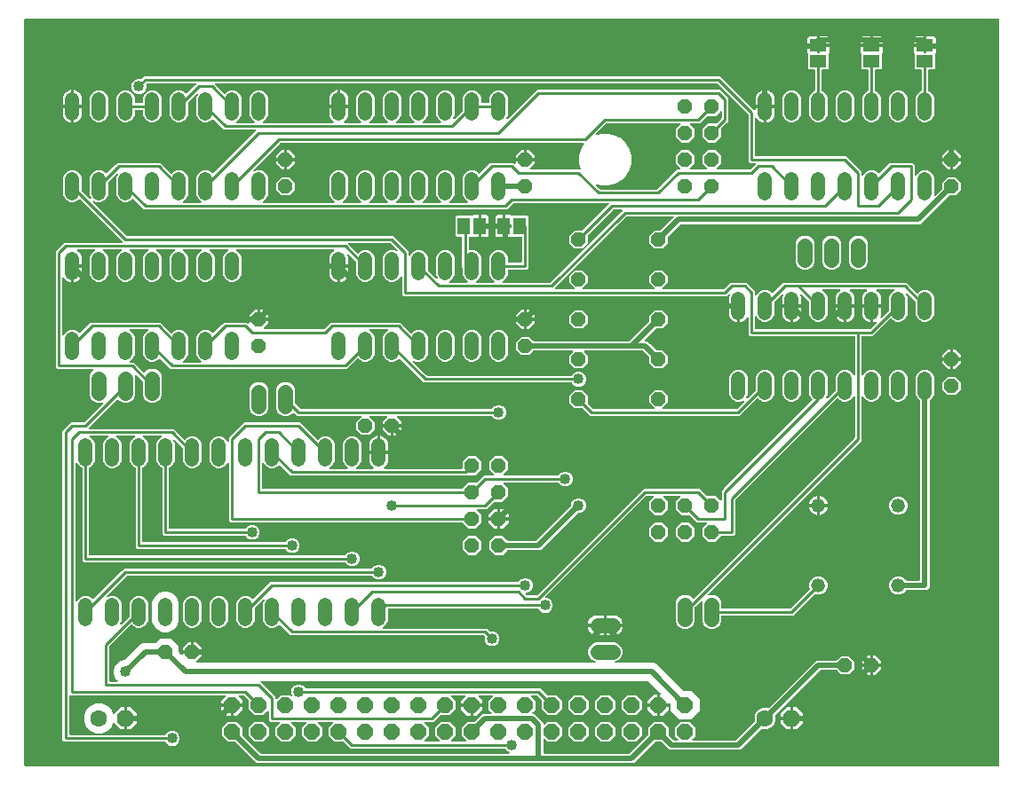
<source format=gbl>
G04 EAGLE Gerber RS-274X export*
G75*
%MOMM*%
%FSLAX34Y34*%
%LPD*%
%INBottom Copper*%
%IPPOS*%
%AMOC8*
5,1,8,0,0,1.08239X$1,22.5*%
G01*
%ADD10P,1.429621X8X112.500000*%
%ADD11P,1.649562X8X202.500000*%
%ADD12C,1.422400*%
%ADD13C,1.320800*%
%ADD14P,1.539592X8X112.500000*%
%ADD15P,1.429621X8X22.500000*%
%ADD16P,1.429621X8X202.500000*%
%ADD17P,1.539592X8X22.500000*%
%ADD18C,1.320800*%
%ADD19P,1.732040X8X22.500000*%
%ADD20C,1.600200*%
%ADD21R,1.168400X1.600200*%
%ADD22R,1.600200X1.168400*%
%ADD23C,0.508000*%
%ADD24C,1.016000*%
%ADD25C,0.254000*%

G36*
X933978Y5084D02*
X933978Y5084D01*
X933997Y5082D01*
X934099Y5104D01*
X934201Y5120D01*
X934218Y5130D01*
X934238Y5134D01*
X934327Y5187D01*
X934418Y5236D01*
X934432Y5250D01*
X934449Y5260D01*
X934516Y5339D01*
X934588Y5414D01*
X934596Y5432D01*
X934609Y5447D01*
X934648Y5543D01*
X934691Y5637D01*
X934693Y5657D01*
X934701Y5675D01*
X934719Y5842D01*
X934719Y718058D01*
X934716Y718078D01*
X934718Y718097D01*
X934696Y718199D01*
X934680Y718301D01*
X934670Y718318D01*
X934666Y718338D01*
X934613Y718427D01*
X934564Y718518D01*
X934550Y718532D01*
X934540Y718549D01*
X934461Y718616D01*
X934386Y718688D01*
X934368Y718696D01*
X934353Y718709D01*
X934257Y718748D01*
X934163Y718791D01*
X934143Y718793D01*
X934125Y718801D01*
X933958Y718819D01*
X5842Y718819D01*
X5822Y718816D01*
X5803Y718818D01*
X5701Y718796D01*
X5599Y718780D01*
X5582Y718770D01*
X5562Y718766D01*
X5473Y718713D01*
X5382Y718664D01*
X5368Y718650D01*
X5351Y718640D01*
X5284Y718561D01*
X5212Y718486D01*
X5204Y718468D01*
X5191Y718453D01*
X5152Y718357D01*
X5109Y718263D01*
X5107Y718243D01*
X5099Y718225D01*
X5081Y718058D01*
X5081Y5842D01*
X5084Y5822D01*
X5082Y5803D01*
X5104Y5701D01*
X5120Y5599D01*
X5130Y5582D01*
X5134Y5562D01*
X5187Y5473D01*
X5236Y5382D01*
X5250Y5368D01*
X5260Y5351D01*
X5339Y5284D01*
X5414Y5212D01*
X5432Y5204D01*
X5447Y5191D01*
X5543Y5152D01*
X5637Y5109D01*
X5657Y5107D01*
X5675Y5099D01*
X5842Y5081D01*
X933958Y5081D01*
X933978Y5084D01*
G37*
%LPC*%
G36*
X226706Y8127D02*
X226706Y8127D01*
X206609Y28224D01*
X206535Y28277D01*
X206465Y28337D01*
X206435Y28349D01*
X206409Y28368D01*
X206322Y28395D01*
X206237Y28429D01*
X206196Y28433D01*
X206174Y28440D01*
X206142Y28439D01*
X206071Y28447D01*
X199202Y28447D01*
X193547Y34102D01*
X193547Y42098D01*
X199202Y47753D01*
X207198Y47753D01*
X212853Y42098D01*
X212853Y35229D01*
X212867Y35139D01*
X212875Y35048D01*
X212887Y35019D01*
X212892Y34987D01*
X212935Y34906D01*
X212971Y34822D01*
X212997Y34790D01*
X213008Y34769D01*
X213031Y34747D01*
X213076Y34691D01*
X230271Y17496D01*
X230345Y17443D01*
X230415Y17383D01*
X230445Y17371D01*
X230471Y17352D01*
X230558Y17325D01*
X230643Y17291D01*
X230684Y17287D01*
X230706Y17280D01*
X230738Y17281D01*
X230809Y17273D01*
X467107Y17273D01*
X467204Y17288D01*
X467301Y17298D01*
X467324Y17308D01*
X467350Y17312D01*
X467436Y17358D01*
X467525Y17398D01*
X467545Y17415D01*
X467568Y17428D01*
X467635Y17498D01*
X467706Y17564D01*
X467719Y17587D01*
X467737Y17606D01*
X467778Y17694D01*
X467825Y17780D01*
X467830Y17805D01*
X467841Y17829D01*
X467851Y17926D01*
X467869Y18022D01*
X467865Y18048D01*
X467868Y18073D01*
X467847Y18169D01*
X467833Y18265D01*
X467821Y18288D01*
X467815Y18314D01*
X467766Y18397D01*
X467721Y18484D01*
X467703Y18503D01*
X467689Y18525D01*
X467615Y18588D01*
X467546Y18656D01*
X467517Y18672D01*
X467502Y18685D01*
X467472Y18697D01*
X467399Y18737D01*
X465871Y19370D01*
X463870Y21371D01*
X463764Y21627D01*
X463703Y21726D01*
X463642Y21827D01*
X463638Y21831D01*
X463634Y21836D01*
X463545Y21910D01*
X463456Y21987D01*
X463450Y21989D01*
X463445Y21993D01*
X463337Y22035D01*
X463227Y22079D01*
X463220Y22080D01*
X463215Y22081D01*
X463197Y22082D01*
X463061Y22097D01*
X316132Y22097D01*
X309828Y28401D01*
X309812Y28412D01*
X309800Y28428D01*
X309713Y28484D01*
X309629Y28544D01*
X309610Y28550D01*
X309593Y28561D01*
X309492Y28586D01*
X309394Y28617D01*
X309374Y28616D01*
X309354Y28621D01*
X309251Y28613D01*
X309148Y28610D01*
X309129Y28603D01*
X309109Y28602D01*
X309014Y28562D01*
X308917Y28526D01*
X308901Y28513D01*
X308883Y28506D01*
X308810Y28447D01*
X300802Y28447D01*
X295147Y34102D01*
X295147Y42098D01*
X299247Y46198D01*
X299289Y46256D01*
X299338Y46308D01*
X299360Y46355D01*
X299390Y46397D01*
X299411Y46466D01*
X299442Y46531D01*
X299447Y46583D01*
X299463Y46633D01*
X299461Y46704D01*
X299469Y46775D01*
X299458Y46826D01*
X299456Y46878D01*
X299432Y46946D01*
X299416Y47016D01*
X299390Y47061D01*
X299372Y47109D01*
X299327Y47165D01*
X299290Y47227D01*
X299251Y47261D01*
X299218Y47301D01*
X299158Y47340D01*
X299103Y47387D01*
X299055Y47406D01*
X299011Y47434D01*
X298942Y47452D01*
X298875Y47479D01*
X298804Y47487D01*
X298773Y47495D01*
X298749Y47493D01*
X298708Y47497D01*
X285492Y47497D01*
X285421Y47486D01*
X285349Y47484D01*
X285300Y47466D01*
X285249Y47458D01*
X285185Y47424D01*
X285118Y47399D01*
X285077Y47367D01*
X285031Y47342D01*
X284982Y47290D01*
X284926Y47246D01*
X284898Y47202D01*
X284862Y47164D01*
X284832Y47099D01*
X284793Y47039D01*
X284780Y46988D01*
X284758Y46941D01*
X284751Y46870D01*
X284733Y46800D01*
X284737Y46748D01*
X284731Y46697D01*
X284747Y46626D01*
X284752Y46555D01*
X284772Y46507D01*
X284784Y46456D01*
X284820Y46395D01*
X284848Y46329D01*
X284893Y46273D01*
X284910Y46245D01*
X284928Y46230D01*
X284953Y46198D01*
X289053Y42098D01*
X289053Y34102D01*
X283398Y28447D01*
X275402Y28447D01*
X269747Y34102D01*
X269747Y42098D01*
X273847Y46198D01*
X273889Y46256D01*
X273938Y46308D01*
X273960Y46355D01*
X273990Y46397D01*
X274011Y46466D01*
X274042Y46531D01*
X274047Y46583D01*
X274063Y46633D01*
X274061Y46704D01*
X274069Y46775D01*
X274058Y46826D01*
X274056Y46878D01*
X274032Y46946D01*
X274016Y47016D01*
X273990Y47061D01*
X273972Y47109D01*
X273927Y47165D01*
X273890Y47227D01*
X273851Y47261D01*
X273818Y47301D01*
X273758Y47340D01*
X273703Y47387D01*
X273655Y47406D01*
X273611Y47434D01*
X273542Y47452D01*
X273475Y47479D01*
X273404Y47487D01*
X273373Y47495D01*
X273349Y47493D01*
X273308Y47497D01*
X260092Y47497D01*
X260021Y47486D01*
X259949Y47484D01*
X259900Y47466D01*
X259849Y47458D01*
X259785Y47424D01*
X259718Y47399D01*
X259677Y47367D01*
X259631Y47342D01*
X259582Y47290D01*
X259526Y47246D01*
X259498Y47202D01*
X259462Y47164D01*
X259432Y47099D01*
X259393Y47039D01*
X259380Y46988D01*
X259358Y46941D01*
X259351Y46870D01*
X259333Y46800D01*
X259337Y46748D01*
X259331Y46697D01*
X259347Y46626D01*
X259352Y46555D01*
X259372Y46507D01*
X259384Y46456D01*
X259420Y46395D01*
X259448Y46329D01*
X259493Y46273D01*
X259510Y46245D01*
X259528Y46230D01*
X259553Y46198D01*
X263653Y42098D01*
X263653Y34102D01*
X257998Y28447D01*
X250002Y28447D01*
X244347Y34102D01*
X244347Y42098D01*
X248447Y46198D01*
X248489Y46256D01*
X248538Y46308D01*
X248560Y46355D01*
X248590Y46397D01*
X248611Y46466D01*
X248642Y46531D01*
X248647Y46583D01*
X248663Y46633D01*
X248661Y46704D01*
X248669Y46775D01*
X248658Y46826D01*
X248656Y46878D01*
X248632Y46946D01*
X248616Y47016D01*
X248590Y47061D01*
X248572Y47109D01*
X248527Y47165D01*
X248490Y47227D01*
X248451Y47261D01*
X248418Y47301D01*
X248358Y47340D01*
X248303Y47387D01*
X248255Y47406D01*
X248211Y47434D01*
X248142Y47452D01*
X248075Y47479D01*
X248004Y47487D01*
X247973Y47495D01*
X247949Y47493D01*
X247908Y47497D01*
X239932Y47497D01*
X237997Y49432D01*
X237997Y57408D01*
X237986Y57479D01*
X237984Y57551D01*
X237966Y57600D01*
X237958Y57651D01*
X237924Y57715D01*
X237899Y57782D01*
X237867Y57823D01*
X237842Y57869D01*
X237790Y57918D01*
X237746Y57974D01*
X237702Y58002D01*
X237664Y58038D01*
X237599Y58068D01*
X237539Y58107D01*
X237488Y58120D01*
X237441Y58142D01*
X237370Y58149D01*
X237300Y58167D01*
X237248Y58163D01*
X237197Y58169D01*
X237126Y58153D01*
X237055Y58148D01*
X237007Y58128D01*
X236956Y58116D01*
X236895Y58080D01*
X236829Y58052D01*
X236773Y58007D01*
X236745Y57990D01*
X236730Y57972D01*
X236698Y57947D01*
X232598Y53847D01*
X224602Y53847D01*
X218947Y59502D01*
X218947Y67510D01*
X218984Y67567D01*
X219044Y67652D01*
X219050Y67671D01*
X219061Y67687D01*
X219086Y67788D01*
X219117Y67887D01*
X219116Y67907D01*
X219121Y67926D01*
X219113Y68029D01*
X219110Y68132D01*
X219104Y68151D01*
X219102Y68171D01*
X219062Y68266D01*
X219026Y68363D01*
X219013Y68379D01*
X219006Y68397D01*
X218901Y68528D01*
X214755Y72674D01*
X214681Y72727D01*
X214612Y72787D01*
X214581Y72799D01*
X214555Y72818D01*
X214468Y72845D01*
X214383Y72879D01*
X214342Y72883D01*
X214320Y72890D01*
X214288Y72889D01*
X214217Y72897D01*
X210010Y72897D01*
X209939Y72886D01*
X209868Y72884D01*
X209819Y72866D01*
X209767Y72858D01*
X209704Y72824D01*
X209637Y72799D01*
X209596Y72767D01*
X209550Y72742D01*
X209500Y72690D01*
X209444Y72646D01*
X209416Y72602D01*
X209380Y72564D01*
X209350Y72499D01*
X209311Y72439D01*
X209299Y72388D01*
X209277Y72341D01*
X209269Y72270D01*
X209251Y72200D01*
X209255Y72148D01*
X209250Y72097D01*
X209265Y72026D01*
X209271Y71955D01*
X209291Y71907D01*
X209302Y71856D01*
X209339Y71795D01*
X209367Y71729D01*
X209412Y71673D01*
X209428Y71645D01*
X209446Y71630D01*
X209472Y71598D01*
X213361Y67709D01*
X213361Y65023D01*
X203962Y65023D01*
X203942Y65020D01*
X203923Y65022D01*
X203821Y65000D01*
X203719Y64983D01*
X203702Y64974D01*
X203682Y64970D01*
X203593Y64917D01*
X203502Y64868D01*
X203488Y64854D01*
X203471Y64844D01*
X203404Y64765D01*
X203333Y64690D01*
X203324Y64672D01*
X203311Y64657D01*
X203273Y64561D01*
X203229Y64467D01*
X203227Y64447D01*
X203219Y64429D01*
X203201Y64262D01*
X203201Y63499D01*
X203199Y63499D01*
X203199Y64262D01*
X203196Y64282D01*
X203198Y64301D01*
X203176Y64403D01*
X203159Y64505D01*
X203150Y64522D01*
X203146Y64542D01*
X203093Y64631D01*
X203044Y64722D01*
X203030Y64736D01*
X203020Y64753D01*
X202941Y64820D01*
X202866Y64891D01*
X202848Y64900D01*
X202833Y64913D01*
X202737Y64952D01*
X202643Y64995D01*
X202623Y64997D01*
X202605Y65005D01*
X202438Y65023D01*
X193039Y65023D01*
X193039Y67709D01*
X196928Y71598D01*
X196970Y71656D01*
X197020Y71708D01*
X197041Y71755D01*
X197072Y71797D01*
X197093Y71866D01*
X197123Y71931D01*
X197129Y71983D01*
X197144Y72033D01*
X197142Y72104D01*
X197150Y72175D01*
X197139Y72226D01*
X197138Y72278D01*
X197113Y72346D01*
X197098Y72416D01*
X197071Y72461D01*
X197053Y72509D01*
X197009Y72565D01*
X196972Y72627D01*
X196932Y72661D01*
X196900Y72701D01*
X196839Y72740D01*
X196785Y72787D01*
X196737Y72806D01*
X196693Y72834D01*
X196623Y72852D01*
X196557Y72879D01*
X196485Y72887D01*
X196454Y72895D01*
X196431Y72893D01*
X196390Y72897D01*
X49432Y72897D01*
X49052Y73277D01*
X48994Y73319D01*
X48942Y73368D01*
X48895Y73390D01*
X48853Y73421D01*
X48784Y73442D01*
X48719Y73472D01*
X48667Y73478D01*
X48617Y73493D01*
X48546Y73491D01*
X48475Y73499D01*
X48424Y73488D01*
X48372Y73487D01*
X48304Y73462D01*
X48234Y73447D01*
X48189Y73420D01*
X48141Y73402D01*
X48085Y73357D01*
X48023Y73320D01*
X47989Y73281D01*
X47949Y73248D01*
X47910Y73188D01*
X47863Y73134D01*
X47844Y73085D01*
X47816Y73041D01*
X47798Y72972D01*
X47771Y72905D01*
X47763Y72834D01*
X47755Y72803D01*
X47757Y72780D01*
X47753Y72739D01*
X47753Y35814D01*
X47756Y35794D01*
X47754Y35775D01*
X47776Y35673D01*
X47792Y35571D01*
X47802Y35554D01*
X47806Y35534D01*
X47859Y35445D01*
X47908Y35354D01*
X47922Y35340D01*
X47932Y35323D01*
X48011Y35256D01*
X48086Y35184D01*
X48104Y35176D01*
X48119Y35163D01*
X48215Y35124D01*
X48309Y35081D01*
X48329Y35079D01*
X48347Y35071D01*
X48514Y35053D01*
X139211Y35053D01*
X139325Y35071D01*
X139442Y35089D01*
X139447Y35091D01*
X139453Y35092D01*
X139556Y35147D01*
X139661Y35200D01*
X139665Y35205D01*
X139671Y35208D01*
X139751Y35292D01*
X139833Y35376D01*
X139837Y35382D01*
X139840Y35386D01*
X139848Y35403D01*
X139914Y35523D01*
X140020Y35779D01*
X142021Y37780D01*
X144635Y38863D01*
X147465Y38863D01*
X150079Y37780D01*
X152080Y35779D01*
X153163Y33165D01*
X153163Y30335D01*
X152080Y27721D01*
X150079Y25720D01*
X147465Y24637D01*
X144635Y24637D01*
X142021Y25720D01*
X140020Y27721D01*
X139914Y27977D01*
X139853Y28076D01*
X139792Y28177D01*
X139788Y28181D01*
X139784Y28186D01*
X139695Y28260D01*
X139606Y28337D01*
X139600Y28339D01*
X139595Y28343D01*
X139487Y28384D01*
X139377Y28429D01*
X139370Y28430D01*
X139365Y28431D01*
X139347Y28432D01*
X139211Y28447D01*
X43082Y28447D01*
X41147Y30382D01*
X41147Y325218D01*
X49432Y333503D01*
X61817Y333503D01*
X61907Y333517D01*
X61998Y333525D01*
X62027Y333537D01*
X62059Y333542D01*
X62140Y333585D01*
X62224Y333621D01*
X62256Y333647D01*
X62277Y333658D01*
X62299Y333681D01*
X62355Y333726D01*
X79843Y351213D01*
X79899Y351292D01*
X79962Y351368D01*
X79971Y351392D01*
X79986Y351413D01*
X80015Y351506D01*
X80050Y351597D01*
X80051Y351623D01*
X80059Y351648D01*
X80056Y351746D01*
X80060Y351843D01*
X80053Y351868D01*
X80052Y351894D01*
X80019Y351986D01*
X79992Y352079D01*
X79977Y352101D01*
X79968Y352125D01*
X79907Y352201D01*
X79851Y352281D01*
X79830Y352297D01*
X79814Y352317D01*
X79732Y352370D01*
X79654Y352428D01*
X79629Y352436D01*
X79607Y352450D01*
X79513Y352474D01*
X79420Y352504D01*
X79394Y352504D01*
X79369Y352510D01*
X79272Y352503D01*
X79174Y352502D01*
X79143Y352493D01*
X79123Y352491D01*
X79093Y352478D01*
X79013Y352455D01*
X78019Y352043D01*
X74381Y352043D01*
X71020Y353435D01*
X68447Y356008D01*
X67055Y359369D01*
X67055Y377231D01*
X68447Y380592D01*
X70603Y382748D01*
X70645Y382806D01*
X70694Y382858D01*
X70716Y382905D01*
X70747Y382947D01*
X70768Y383016D01*
X70798Y383081D01*
X70804Y383133D01*
X70819Y383183D01*
X70817Y383254D01*
X70825Y383325D01*
X70814Y383376D01*
X70813Y383428D01*
X70788Y383496D01*
X70773Y383566D01*
X70746Y383611D01*
X70728Y383659D01*
X70683Y383715D01*
X70647Y383777D01*
X70607Y383811D01*
X70575Y383851D01*
X70514Y383890D01*
X70460Y383937D01*
X70411Y383956D01*
X70368Y383984D01*
X70298Y384002D01*
X70232Y384029D01*
X70160Y384037D01*
X70129Y384045D01*
X70106Y384043D01*
X70065Y384047D01*
X36732Y384047D01*
X34797Y385982D01*
X34797Y496668D01*
X43082Y504953D01*
X98139Y504953D01*
X98209Y504964D01*
X98281Y504966D01*
X98330Y504984D01*
X98381Y504992D01*
X98445Y505026D01*
X98512Y505051D01*
X98553Y505083D01*
X98599Y505108D01*
X98648Y505159D01*
X98704Y505204D01*
X98732Y505248D01*
X98768Y505286D01*
X98798Y505351D01*
X98837Y505411D01*
X98850Y505462D01*
X98872Y505509D01*
X98880Y505580D01*
X98897Y505650D01*
X98893Y505702D01*
X98899Y505753D01*
X98884Y505824D01*
X98878Y505895D01*
X98858Y505943D01*
X98847Y505994D01*
X98810Y506055D01*
X98782Y506121D01*
X98737Y506177D01*
X98720Y506205D01*
X98703Y506220D01*
X98677Y506252D01*
X98074Y506855D01*
X58412Y546517D01*
X58396Y546529D01*
X58383Y546544D01*
X58296Y546601D01*
X58212Y546661D01*
X58193Y546667D01*
X58176Y546677D01*
X58076Y546703D01*
X57977Y546733D01*
X57957Y546733D01*
X57938Y546737D01*
X57835Y546729D01*
X57731Y546727D01*
X57712Y546720D01*
X57693Y546718D01*
X57598Y546678D01*
X57500Y546642D01*
X57485Y546630D01*
X57466Y546622D01*
X57335Y546517D01*
X55692Y544874D01*
X52518Y543559D01*
X49082Y543559D01*
X45908Y544874D01*
X43478Y547304D01*
X42163Y550478D01*
X42163Y567122D01*
X43478Y570296D01*
X45908Y572726D01*
X49082Y574041D01*
X52518Y574041D01*
X55692Y572726D01*
X58122Y570296D01*
X59437Y567122D01*
X59437Y555149D01*
X59451Y555059D01*
X59459Y554968D01*
X59471Y554939D01*
X59476Y554907D01*
X59519Y554826D01*
X59555Y554742D01*
X59581Y554710D01*
X59592Y554689D01*
X59615Y554667D01*
X59660Y554611D01*
X67523Y546747D01*
X67602Y546691D01*
X67677Y546629D01*
X67702Y546619D01*
X67723Y546604D01*
X67816Y546575D01*
X67907Y546540D01*
X67933Y546539D01*
X67958Y546532D01*
X68056Y546534D01*
X68153Y546530D01*
X68178Y546537D01*
X68204Y546538D01*
X68296Y546571D01*
X68389Y546598D01*
X68410Y546613D01*
X68435Y546622D01*
X68511Y546683D01*
X68591Y546739D01*
X68607Y546760D01*
X68627Y546776D01*
X68680Y546858D01*
X68738Y546936D01*
X68746Y546961D01*
X68760Y546983D01*
X68784Y547077D01*
X68814Y547170D01*
X68814Y547196D01*
X68820Y547222D01*
X68813Y547318D01*
X68812Y547416D01*
X68803Y547447D01*
X68801Y547467D01*
X68788Y547497D01*
X68765Y547577D01*
X67563Y550478D01*
X67563Y567122D01*
X68878Y570296D01*
X71308Y572726D01*
X74482Y574041D01*
X77918Y574041D01*
X81092Y572726D01*
X82735Y571083D01*
X82752Y571071D01*
X82764Y571056D01*
X82851Y570999D01*
X82935Y570939D01*
X82954Y570933D01*
X82971Y570923D01*
X83072Y570897D01*
X83170Y570867D01*
X83190Y570867D01*
X83210Y570863D01*
X83312Y570871D01*
X83416Y570873D01*
X83435Y570880D01*
X83455Y570882D01*
X83549Y570922D01*
X83647Y570958D01*
X83663Y570970D01*
X83681Y570978D01*
X83812Y571083D01*
X91724Y578995D01*
X93882Y581153D01*
X134718Y581153D01*
X144788Y571083D01*
X144804Y571071D01*
X144817Y571056D01*
X144904Y571000D01*
X144988Y570939D01*
X145007Y570933D01*
X145024Y570923D01*
X145124Y570897D01*
X145223Y570867D01*
X145243Y570867D01*
X145262Y570863D01*
X145365Y570871D01*
X145469Y570873D01*
X145487Y570880D01*
X145507Y570882D01*
X145602Y570922D01*
X145700Y570958D01*
X145715Y570970D01*
X145734Y570978D01*
X145865Y571083D01*
X147508Y572726D01*
X150682Y574041D01*
X154118Y574041D01*
X157292Y572726D01*
X159722Y570296D01*
X161037Y567122D01*
X161037Y550478D01*
X159722Y547304D01*
X157292Y544874D01*
X156431Y544517D01*
X156348Y544466D01*
X156262Y544420D01*
X156244Y544401D01*
X156222Y544388D01*
X156160Y544313D01*
X156093Y544242D01*
X156082Y544218D01*
X156065Y544198D01*
X156030Y544107D01*
X155989Y544019D01*
X155986Y543993D01*
X155977Y543969D01*
X155973Y543871D01*
X155962Y543775D01*
X155967Y543749D01*
X155966Y543723D01*
X155993Y543629D01*
X156014Y543534D01*
X156028Y543512D01*
X156035Y543487D01*
X156090Y543407D01*
X156140Y543323D01*
X156160Y543306D01*
X156175Y543285D01*
X156253Y543226D01*
X156327Y543163D01*
X156352Y543153D01*
X156372Y543138D01*
X156465Y543108D01*
X156555Y543071D01*
X156588Y543068D01*
X156606Y543062D01*
X156639Y543062D01*
X156722Y543053D01*
X173478Y543053D01*
X173574Y543068D01*
X173671Y543078D01*
X173695Y543088D01*
X173721Y543092D01*
X173807Y543138D01*
X173896Y543178D01*
X173915Y543195D01*
X173938Y543208D01*
X174005Y543278D01*
X174077Y543344D01*
X174089Y543367D01*
X174107Y543386D01*
X174148Y543474D01*
X174195Y543560D01*
X174200Y543585D01*
X174211Y543609D01*
X174222Y543706D01*
X174239Y543802D01*
X174235Y543828D01*
X174238Y543853D01*
X174217Y543949D01*
X174203Y544045D01*
X174191Y544068D01*
X174186Y544094D01*
X174136Y544178D01*
X174092Y544264D01*
X174073Y544282D01*
X174060Y544305D01*
X173986Y544368D01*
X173916Y544436D01*
X173888Y544452D01*
X173873Y544465D01*
X173842Y544477D01*
X173769Y544517D01*
X172908Y544874D01*
X170478Y547304D01*
X169163Y550478D01*
X169163Y567122D01*
X170478Y570296D01*
X172908Y572726D01*
X176082Y574041D01*
X179518Y574041D01*
X182692Y572726D01*
X184335Y571083D01*
X184352Y571071D01*
X184364Y571056D01*
X184451Y571000D01*
X184535Y570939D01*
X184554Y570933D01*
X184571Y570923D01*
X184671Y570897D01*
X184770Y570867D01*
X184790Y570867D01*
X184809Y570863D01*
X184912Y570871D01*
X185016Y570873D01*
X185035Y570880D01*
X185055Y570882D01*
X185150Y570922D01*
X185247Y570958D01*
X185263Y570970D01*
X185281Y570978D01*
X185412Y571083D01*
X225677Y611348D01*
X225719Y611406D01*
X225768Y611458D01*
X225790Y611505D01*
X225821Y611547D01*
X225842Y611616D01*
X225872Y611681D01*
X225878Y611733D01*
X225893Y611783D01*
X225891Y611854D01*
X225899Y611925D01*
X225888Y611976D01*
X225887Y612028D01*
X225862Y612096D01*
X225847Y612166D01*
X225820Y612211D01*
X225802Y612259D01*
X225757Y612315D01*
X225720Y612377D01*
X225681Y612411D01*
X225648Y612451D01*
X225588Y612490D01*
X225534Y612537D01*
X225485Y612556D01*
X225441Y612584D01*
X225372Y612602D01*
X225305Y612629D01*
X225234Y612637D01*
X225203Y612645D01*
X225180Y612643D01*
X225139Y612647D01*
X195482Y612647D01*
X193324Y614805D01*
X185412Y622717D01*
X185396Y622729D01*
X185383Y622744D01*
X185296Y622801D01*
X185212Y622861D01*
X185193Y622867D01*
X185176Y622877D01*
X185076Y622903D01*
X184977Y622933D01*
X184957Y622933D01*
X184938Y622937D01*
X184835Y622929D01*
X184731Y622927D01*
X184713Y622920D01*
X184693Y622918D01*
X184598Y622878D01*
X184500Y622842D01*
X184485Y622830D01*
X184466Y622822D01*
X184335Y622717D01*
X182692Y621074D01*
X179518Y619759D01*
X176082Y619759D01*
X172908Y621074D01*
X170478Y623504D01*
X169163Y626678D01*
X169163Y643322D01*
X170365Y646223D01*
X170387Y646318D01*
X170416Y646411D01*
X170415Y646437D01*
X170421Y646462D01*
X170412Y646559D01*
X170409Y646657D01*
X170400Y646681D01*
X170398Y646707D01*
X170359Y646796D01*
X170325Y646888D01*
X170309Y646908D01*
X170298Y646932D01*
X170232Y647004D01*
X170171Y647080D01*
X170149Y647094D01*
X170132Y647113D01*
X170046Y647160D01*
X169964Y647213D01*
X169939Y647219D01*
X169916Y647232D01*
X169820Y647249D01*
X169726Y647273D01*
X169700Y647271D01*
X169674Y647275D01*
X169577Y647261D01*
X169481Y647254D01*
X169457Y647243D01*
X169431Y647240D01*
X169344Y647195D01*
X169254Y647157D01*
X169229Y647137D01*
X169211Y647128D01*
X169188Y647104D01*
X169123Y647053D01*
X161260Y639189D01*
X161207Y639115D01*
X161147Y639046D01*
X161135Y639015D01*
X161116Y638989D01*
X161089Y638902D01*
X161055Y638817D01*
X161051Y638776D01*
X161044Y638754D01*
X161045Y638722D01*
X161037Y638651D01*
X161037Y626678D01*
X159722Y623504D01*
X157292Y621074D01*
X154118Y619759D01*
X150682Y619759D01*
X147508Y621074D01*
X145078Y623504D01*
X143763Y626678D01*
X143763Y643322D01*
X145078Y646496D01*
X147508Y648926D01*
X150682Y650241D01*
X154118Y650241D01*
X157292Y648926D01*
X158935Y647283D01*
X158952Y647271D01*
X158964Y647256D01*
X159051Y647199D01*
X159135Y647139D01*
X159154Y647133D01*
X159171Y647123D01*
X159272Y647097D01*
X159370Y647067D01*
X159390Y647067D01*
X159410Y647063D01*
X159512Y647071D01*
X159616Y647073D01*
X159635Y647080D01*
X159655Y647082D01*
X159749Y647122D01*
X159847Y647158D01*
X159863Y647170D01*
X159881Y647178D01*
X160012Y647283D01*
X167924Y655195D01*
X168527Y655798D01*
X168569Y655856D01*
X168618Y655908D01*
X168640Y655955D01*
X168671Y655997D01*
X168692Y656066D01*
X168722Y656131D01*
X168728Y656183D01*
X168743Y656233D01*
X168741Y656304D01*
X168749Y656375D01*
X168738Y656426D01*
X168737Y656478D01*
X168712Y656546D01*
X168697Y656616D01*
X168670Y656661D01*
X168652Y656709D01*
X168607Y656765D01*
X168570Y656827D01*
X168531Y656861D01*
X168498Y656901D01*
X168438Y656940D01*
X168384Y656987D01*
X168335Y657006D01*
X168291Y657034D01*
X168222Y657052D01*
X168155Y657079D01*
X168084Y657087D01*
X168053Y657095D01*
X168030Y657093D01*
X167989Y657097D01*
X122333Y657097D01*
X122243Y657083D01*
X122152Y657075D01*
X122123Y657063D01*
X122091Y657058D01*
X122010Y657015D01*
X121926Y656979D01*
X121894Y656953D01*
X121873Y656942D01*
X121851Y656919D01*
X121795Y656874D01*
X121472Y656551D01*
X121403Y656455D01*
X121334Y656362D01*
X121332Y656356D01*
X121328Y656351D01*
X121293Y656239D01*
X121257Y656128D01*
X121257Y656122D01*
X121256Y656116D01*
X121259Y655999D01*
X121260Y655882D01*
X121262Y655875D01*
X121262Y655870D01*
X121268Y655853D01*
X121307Y655721D01*
X121413Y655465D01*
X121413Y652635D01*
X120330Y650021D01*
X118329Y648020D01*
X115715Y646937D01*
X112885Y646937D01*
X110271Y648020D01*
X108270Y650021D01*
X107187Y652635D01*
X107187Y655465D01*
X108270Y658079D01*
X110271Y660080D01*
X112885Y661163D01*
X115715Y661163D01*
X115971Y661057D01*
X116085Y661030D01*
X116198Y661001D01*
X116205Y661002D01*
X116211Y661000D01*
X116327Y661011D01*
X116444Y661020D01*
X116449Y661023D01*
X116456Y661023D01*
X116563Y661071D01*
X116670Y661117D01*
X116676Y661121D01*
X116680Y661123D01*
X116694Y661136D01*
X116801Y661222D01*
X117124Y661545D01*
X119282Y663703D01*
X668118Y663703D01*
X699645Y632176D01*
X700756Y631065D01*
X700814Y631023D01*
X700866Y630974D01*
X700913Y630952D01*
X700955Y630921D01*
X701024Y630900D01*
X701089Y630870D01*
X701141Y630864D01*
X701191Y630849D01*
X701262Y630851D01*
X701333Y630843D01*
X701384Y630854D01*
X701436Y630855D01*
X701504Y630880D01*
X701574Y630895D01*
X701619Y630922D01*
X701667Y630940D01*
X701723Y630985D01*
X701785Y631022D01*
X701819Y631061D01*
X701859Y631094D01*
X701898Y631154D01*
X701945Y631208D01*
X701964Y631257D01*
X701992Y631301D01*
X702010Y631370D01*
X702037Y631437D01*
X702045Y631508D01*
X702053Y631539D01*
X702051Y631562D01*
X702055Y631603D01*
X702055Y633477D01*
X709677Y633477D01*
X709677Y619375D01*
X708533Y619603D01*
X706868Y620292D01*
X705370Y621293D01*
X704097Y622566D01*
X703197Y623913D01*
X703181Y623930D01*
X703170Y623951D01*
X703098Y624019D01*
X703029Y624093D01*
X703009Y624104D01*
X702992Y624120D01*
X702901Y624162D01*
X702813Y624210D01*
X702790Y624214D01*
X702769Y624224D01*
X702669Y624235D01*
X702570Y624252D01*
X702547Y624248D01*
X702525Y624251D01*
X702426Y624229D01*
X702327Y624214D01*
X702307Y624203D01*
X702284Y624198D01*
X702198Y624147D01*
X702109Y624101D01*
X702093Y624084D01*
X702073Y624072D01*
X702008Y623996D01*
X701938Y623924D01*
X701928Y623903D01*
X701913Y623885D01*
X701876Y623792D01*
X701833Y623701D01*
X701830Y623679D01*
X701821Y623657D01*
X701803Y623490D01*
X701803Y588264D01*
X701806Y588244D01*
X701804Y588225D01*
X701826Y588123D01*
X701842Y588021D01*
X701852Y588004D01*
X701856Y587984D01*
X701909Y587895D01*
X701958Y587804D01*
X701972Y587790D01*
X701982Y587773D01*
X702061Y587706D01*
X702136Y587634D01*
X702154Y587626D01*
X702169Y587613D01*
X702265Y587574D01*
X702359Y587531D01*
X702379Y587529D01*
X702397Y587521D01*
X702564Y587503D01*
X788768Y587503D01*
X803403Y572868D01*
X803403Y569113D01*
X803418Y569017D01*
X803428Y568920D01*
X803438Y568896D01*
X803442Y568870D01*
X803488Y568784D01*
X803528Y568695D01*
X803545Y568676D01*
X803558Y568653D01*
X803628Y568586D01*
X803694Y568514D01*
X803717Y568501D01*
X803736Y568483D01*
X803824Y568442D01*
X803910Y568395D01*
X803935Y568391D01*
X803959Y568380D01*
X804056Y568369D01*
X804152Y568352D01*
X804178Y568356D01*
X804203Y568353D01*
X804299Y568373D01*
X804395Y568388D01*
X804418Y568399D01*
X804444Y568405D01*
X804527Y568455D01*
X804614Y568499D01*
X804633Y568518D01*
X804655Y568531D01*
X804718Y568605D01*
X804786Y568675D01*
X804802Y568703D01*
X804815Y568718D01*
X804827Y568749D01*
X804867Y568822D01*
X805478Y570296D01*
X807908Y572726D01*
X811082Y574041D01*
X814518Y574041D01*
X817692Y572726D01*
X819335Y571083D01*
X819352Y571071D01*
X819364Y571056D01*
X819451Y571000D01*
X819535Y570939D01*
X819554Y570933D01*
X819571Y570923D01*
X819671Y570897D01*
X819770Y570867D01*
X819790Y570867D01*
X819809Y570863D01*
X819912Y570871D01*
X820016Y570873D01*
X820035Y570880D01*
X820055Y570882D01*
X820150Y570922D01*
X820247Y570958D01*
X820263Y570970D01*
X820281Y570978D01*
X820412Y571083D01*
X830482Y581153D01*
X852268Y581153D01*
X854203Y579218D01*
X854203Y569113D01*
X854218Y569017D01*
X854228Y568920D01*
X854238Y568896D01*
X854242Y568870D01*
X854288Y568784D01*
X854328Y568695D01*
X854345Y568676D01*
X854358Y568653D01*
X854428Y568586D01*
X854494Y568514D01*
X854517Y568501D01*
X854536Y568483D01*
X854624Y568442D01*
X854710Y568395D01*
X854735Y568391D01*
X854759Y568380D01*
X854856Y568369D01*
X854952Y568352D01*
X854978Y568356D01*
X855003Y568353D01*
X855099Y568373D01*
X855195Y568388D01*
X855218Y568399D01*
X855244Y568405D01*
X855327Y568455D01*
X855414Y568499D01*
X855433Y568518D01*
X855455Y568531D01*
X855518Y568605D01*
X855586Y568675D01*
X855602Y568703D01*
X855615Y568718D01*
X855627Y568749D01*
X855667Y568822D01*
X856278Y570296D01*
X858708Y572726D01*
X861882Y574041D01*
X865318Y574041D01*
X868492Y572726D01*
X870922Y570296D01*
X872237Y567122D01*
X872237Y550341D01*
X872248Y550271D01*
X872250Y550199D01*
X872268Y550150D01*
X872276Y550099D01*
X872310Y550035D01*
X872335Y549968D01*
X872367Y549927D01*
X872392Y549881D01*
X872443Y549832D01*
X872488Y549776D01*
X872532Y549748D01*
X872570Y549712D01*
X872635Y549682D01*
X872695Y549643D01*
X872746Y549630D01*
X872793Y549608D01*
X872864Y549600D01*
X872934Y549583D01*
X872986Y549587D01*
X873037Y549581D01*
X873108Y549596D01*
X873179Y549602D01*
X873227Y549622D01*
X873278Y549633D01*
X873339Y549670D01*
X873405Y549698D01*
X873461Y549743D01*
X873489Y549760D01*
X873504Y549777D01*
X873536Y549803D01*
X880140Y556407D01*
X880193Y556481D01*
X880253Y556551D01*
X880265Y556581D01*
X880284Y556607D01*
X880311Y556694D01*
X880345Y556779D01*
X880349Y556820D01*
X880356Y556842D01*
X880355Y556874D01*
X880363Y556945D01*
X880363Y562377D01*
X885423Y567437D01*
X892577Y567437D01*
X897637Y562377D01*
X897637Y555223D01*
X892577Y550163D01*
X887145Y550163D01*
X887055Y550149D01*
X886964Y550141D01*
X886935Y550129D01*
X886903Y550124D01*
X886822Y550081D01*
X886738Y550045D01*
X886706Y550019D01*
X886685Y550008D01*
X886663Y549985D01*
X886658Y549981D01*
X886657Y549980D01*
X886607Y549940D01*
X859144Y522477D01*
X630859Y522477D01*
X630769Y522463D01*
X630678Y522455D01*
X630649Y522443D01*
X630617Y522438D01*
X630536Y522395D01*
X630452Y522359D01*
X630420Y522333D01*
X630399Y522322D01*
X630377Y522299D01*
X630321Y522254D01*
X618460Y510393D01*
X618407Y510319D01*
X618347Y510249D01*
X618335Y510219D01*
X618316Y510193D01*
X618289Y510106D01*
X618255Y510021D01*
X618251Y509980D01*
X618244Y509958D01*
X618245Y509926D01*
X618237Y509855D01*
X618237Y504423D01*
X613177Y499363D01*
X606023Y499363D01*
X600963Y504423D01*
X600963Y511577D01*
X606023Y516637D01*
X611455Y516637D01*
X611545Y516651D01*
X611636Y516659D01*
X611665Y516671D01*
X611697Y516676D01*
X611778Y516719D01*
X611862Y516755D01*
X611894Y516781D01*
X611915Y516792D01*
X611918Y516795D01*
X611919Y516796D01*
X611938Y516816D01*
X611993Y516860D01*
X623854Y528721D01*
X623931Y528798D01*
X623973Y528856D01*
X624022Y528908D01*
X624044Y528955D01*
X624074Y528997D01*
X624096Y529066D01*
X624126Y529131D01*
X624131Y529183D01*
X624147Y529232D01*
X624145Y529304D01*
X624153Y529375D01*
X624142Y529426D01*
X624140Y529478D01*
X624116Y529546D01*
X624101Y529616D01*
X624074Y529660D01*
X624056Y529709D01*
X624011Y529765D01*
X623974Y529827D01*
X623935Y529861D01*
X623902Y529901D01*
X623842Y529940D01*
X623788Y529987D01*
X623739Y530006D01*
X623696Y530034D01*
X623626Y530052D01*
X623559Y530079D01*
X623488Y530087D01*
X623457Y530095D01*
X623434Y530093D01*
X623393Y530097D01*
X579533Y530097D01*
X579443Y530083D01*
X579352Y530075D01*
X579323Y530063D01*
X579291Y530058D01*
X579210Y530015D01*
X579126Y529979D01*
X579094Y529953D01*
X579073Y529942D01*
X579051Y529919D01*
X578995Y529874D01*
X510923Y461802D01*
X510881Y461744D01*
X510832Y461692D01*
X510810Y461645D01*
X510779Y461603D01*
X510758Y461534D01*
X510728Y461469D01*
X510722Y461417D01*
X510707Y461367D01*
X510709Y461296D01*
X510701Y461225D01*
X510712Y461174D01*
X510713Y461122D01*
X510738Y461054D01*
X510753Y460984D01*
X510780Y460939D01*
X510798Y460891D01*
X510843Y460835D01*
X510880Y460773D01*
X510919Y460739D01*
X510952Y460699D01*
X511012Y460660D01*
X511066Y460613D01*
X511115Y460594D01*
X511159Y460566D01*
X511228Y460548D01*
X511295Y460521D01*
X511366Y460513D01*
X511397Y460505D01*
X511420Y460507D01*
X511461Y460503D01*
X528745Y460503D01*
X528816Y460514D01*
X528888Y460516D01*
X528937Y460534D01*
X528988Y460542D01*
X529051Y460576D01*
X529119Y460601D01*
X529159Y460633D01*
X529205Y460658D01*
X529255Y460710D01*
X529311Y460754D01*
X529339Y460798D01*
X529375Y460836D01*
X529405Y460901D01*
X529444Y460961D01*
X529456Y461012D01*
X529478Y461059D01*
X529486Y461130D01*
X529504Y461200D01*
X529500Y461252D01*
X529506Y461303D01*
X529490Y461374D01*
X529485Y461445D01*
X529464Y461493D01*
X529453Y461544D01*
X529416Y461605D01*
X529388Y461671D01*
X529344Y461727D01*
X529327Y461755D01*
X529309Y461770D01*
X529284Y461802D01*
X524763Y466323D01*
X524763Y473477D01*
X529823Y478537D01*
X536977Y478537D01*
X542037Y473477D01*
X542037Y466323D01*
X537516Y461802D01*
X537475Y461744D01*
X537425Y461692D01*
X537403Y461645D01*
X537373Y461603D01*
X537352Y461534D01*
X537322Y461469D01*
X537316Y461417D01*
X537301Y461367D01*
X537302Y461296D01*
X537294Y461225D01*
X537306Y461174D01*
X537307Y461122D01*
X537332Y461054D01*
X537347Y460984D01*
X537373Y460939D01*
X537391Y460891D01*
X537436Y460835D01*
X537473Y460773D01*
X537512Y460739D01*
X537545Y460699D01*
X537605Y460660D01*
X537660Y460613D01*
X537708Y460594D01*
X537752Y460566D01*
X537821Y460548D01*
X537888Y460521D01*
X537959Y460513D01*
X537990Y460505D01*
X538014Y460507D01*
X538055Y460503D01*
X604945Y460503D01*
X605016Y460514D01*
X605088Y460516D01*
X605137Y460534D01*
X605188Y460542D01*
X605251Y460576D01*
X605319Y460601D01*
X605359Y460633D01*
X605405Y460658D01*
X605455Y460710D01*
X605511Y460754D01*
X605539Y460798D01*
X605575Y460836D01*
X605605Y460901D01*
X605644Y460961D01*
X605656Y461012D01*
X605678Y461059D01*
X605686Y461130D01*
X605704Y461200D01*
X605700Y461252D01*
X605706Y461303D01*
X605690Y461374D01*
X605685Y461445D01*
X605664Y461493D01*
X605653Y461544D01*
X605616Y461605D01*
X605588Y461671D01*
X605544Y461727D01*
X605527Y461755D01*
X605509Y461770D01*
X605484Y461802D01*
X600963Y466323D01*
X600963Y473477D01*
X606023Y478537D01*
X613177Y478537D01*
X618237Y473477D01*
X618237Y466323D01*
X613716Y461802D01*
X613675Y461744D01*
X613625Y461692D01*
X613603Y461645D01*
X613573Y461603D01*
X613552Y461534D01*
X613522Y461469D01*
X613516Y461417D01*
X613501Y461367D01*
X613502Y461296D01*
X613494Y461225D01*
X613506Y461174D01*
X613507Y461122D01*
X613532Y461054D01*
X613547Y460984D01*
X613573Y460939D01*
X613591Y460891D01*
X613636Y460835D01*
X613673Y460773D01*
X613712Y460739D01*
X613745Y460699D01*
X613805Y460660D01*
X613860Y460613D01*
X613908Y460594D01*
X613952Y460566D01*
X614021Y460548D01*
X614088Y460521D01*
X614159Y460513D01*
X614190Y460505D01*
X614214Y460507D01*
X614255Y460503D01*
X671417Y460503D01*
X671507Y460517D01*
X671598Y460525D01*
X671627Y460537D01*
X671659Y460542D01*
X671740Y460585D01*
X671824Y460621D01*
X671856Y460647D01*
X671877Y460658D01*
X671899Y460681D01*
X671955Y460726D01*
X678082Y466853D01*
X693518Y466853D01*
X701803Y458568D01*
X701803Y454813D01*
X701818Y454717D01*
X701828Y454620D01*
X701838Y454596D01*
X701842Y454570D01*
X701888Y454484D01*
X701928Y454395D01*
X701945Y454376D01*
X701958Y454353D01*
X702028Y454286D01*
X702094Y454214D01*
X702117Y454201D01*
X702136Y454183D01*
X702224Y454142D01*
X702310Y454095D01*
X702335Y454091D01*
X702359Y454080D01*
X702456Y454069D01*
X702552Y454052D01*
X702578Y454056D01*
X702603Y454053D01*
X702699Y454073D01*
X702795Y454088D01*
X702818Y454099D01*
X702844Y454105D01*
X702927Y454155D01*
X703014Y454199D01*
X703033Y454218D01*
X703055Y454231D01*
X703118Y454305D01*
X703186Y454375D01*
X703202Y454403D01*
X703215Y454418D01*
X703227Y454449D01*
X703267Y454522D01*
X703878Y455996D01*
X706308Y458426D01*
X709482Y459741D01*
X712918Y459741D01*
X716092Y458426D01*
X717735Y456783D01*
X717752Y456771D01*
X717764Y456756D01*
X717851Y456699D01*
X717935Y456639D01*
X717954Y456633D01*
X717971Y456623D01*
X718072Y456597D01*
X718170Y456567D01*
X718190Y456567D01*
X718210Y456563D01*
X718312Y456571D01*
X718416Y456573D01*
X718435Y456580D01*
X718455Y456582D01*
X718549Y456622D01*
X718647Y456658D01*
X718663Y456670D01*
X718681Y456678D01*
X718812Y456783D01*
X728882Y466853D01*
X845918Y466853D01*
X848076Y464695D01*
X855988Y456783D01*
X856004Y456771D01*
X856017Y456756D01*
X856104Y456700D01*
X856188Y456639D01*
X856207Y456633D01*
X856224Y456623D01*
X856324Y456597D01*
X856423Y456567D01*
X856443Y456567D01*
X856462Y456563D01*
X856565Y456571D01*
X856669Y456573D01*
X856687Y456580D01*
X856707Y456582D01*
X856802Y456622D01*
X856900Y456658D01*
X856915Y456670D01*
X856934Y456678D01*
X857065Y456783D01*
X858708Y458426D01*
X861882Y459741D01*
X865318Y459741D01*
X868492Y458426D01*
X870922Y455996D01*
X872237Y452822D01*
X872237Y436178D01*
X870922Y433004D01*
X868492Y430574D01*
X865318Y429259D01*
X861882Y429259D01*
X858708Y430574D01*
X856278Y433004D01*
X854963Y436178D01*
X854963Y448151D01*
X854962Y448161D01*
X854962Y448168D01*
X854955Y448200D01*
X854949Y448241D01*
X854941Y448332D01*
X854929Y448361D01*
X854924Y448393D01*
X854881Y448474D01*
X854845Y448558D01*
X854819Y448590D01*
X854808Y448611D01*
X854785Y448633D01*
X854740Y448689D01*
X846877Y456553D01*
X846798Y456609D01*
X846723Y456671D01*
X846698Y456681D01*
X846677Y456696D01*
X846584Y456725D01*
X846493Y456760D01*
X846467Y456761D01*
X846442Y456768D01*
X846344Y456766D01*
X846247Y456770D01*
X846222Y456763D01*
X846196Y456762D01*
X846105Y456729D01*
X846011Y456702D01*
X845989Y456687D01*
X845965Y456678D01*
X845889Y456617D01*
X845809Y456561D01*
X845793Y456540D01*
X845773Y456524D01*
X845720Y456442D01*
X845662Y456364D01*
X845654Y456339D01*
X845640Y456317D01*
X845616Y456223D01*
X845586Y456130D01*
X845586Y456104D01*
X845580Y456078D01*
X845587Y455982D01*
X845588Y455884D01*
X845597Y455853D01*
X845599Y455833D01*
X845612Y455803D01*
X845635Y455723D01*
X846837Y452822D01*
X846837Y436178D01*
X845522Y433004D01*
X843092Y430574D01*
X839918Y429259D01*
X836482Y429259D01*
X833308Y430574D01*
X831665Y432217D01*
X831648Y432229D01*
X831636Y432244D01*
X831549Y432300D01*
X831465Y432361D01*
X831446Y432367D01*
X831429Y432377D01*
X831329Y432403D01*
X831230Y432433D01*
X831210Y432433D01*
X831191Y432437D01*
X831088Y432429D01*
X830984Y432427D01*
X830965Y432420D01*
X830945Y432418D01*
X830850Y432378D01*
X830753Y432342D01*
X830737Y432330D01*
X830719Y432322D01*
X830588Y432217D01*
X814168Y415797D01*
X804164Y415797D01*
X804144Y415794D01*
X804125Y415796D01*
X804023Y415774D01*
X803921Y415758D01*
X803904Y415748D01*
X803884Y415744D01*
X803795Y415691D01*
X803704Y415642D01*
X803690Y415628D01*
X803673Y415618D01*
X803606Y415539D01*
X803534Y415464D01*
X803526Y415446D01*
X803513Y415431D01*
X803474Y415335D01*
X803431Y415241D01*
X803429Y415221D01*
X803421Y415203D01*
X803403Y415036D01*
X803403Y378613D01*
X803418Y378517D01*
X803428Y378420D01*
X803438Y378396D01*
X803442Y378370D01*
X803488Y378284D01*
X803528Y378195D01*
X803545Y378176D01*
X803558Y378153D01*
X803628Y378086D01*
X803694Y378014D01*
X803717Y378001D01*
X803736Y377983D01*
X803824Y377942D01*
X803910Y377895D01*
X803935Y377891D01*
X803959Y377880D01*
X804056Y377869D01*
X804152Y377852D01*
X804178Y377856D01*
X804203Y377853D01*
X804299Y377873D01*
X804395Y377888D01*
X804418Y377899D01*
X804444Y377905D01*
X804527Y377955D01*
X804614Y377999D01*
X804633Y378018D01*
X804655Y378031D01*
X804718Y378105D01*
X804786Y378175D01*
X804802Y378203D01*
X804815Y378218D01*
X804827Y378249D01*
X804867Y378322D01*
X805478Y379796D01*
X807908Y382226D01*
X811082Y383541D01*
X814518Y383541D01*
X817692Y382226D01*
X820122Y379796D01*
X821437Y376622D01*
X821437Y359978D01*
X820122Y356804D01*
X817692Y354374D01*
X814518Y353059D01*
X811082Y353059D01*
X807908Y354374D01*
X805478Y356804D01*
X804867Y358278D01*
X804816Y358361D01*
X804770Y358447D01*
X804752Y358465D01*
X804738Y358487D01*
X804662Y358550D01*
X804592Y358617D01*
X804568Y358628D01*
X804548Y358644D01*
X804457Y358679D01*
X804369Y358720D01*
X804343Y358723D01*
X804319Y358732D01*
X804221Y358737D01*
X804125Y358747D01*
X804099Y358742D01*
X804073Y358743D01*
X803979Y358716D01*
X803884Y358695D01*
X803862Y358682D01*
X803837Y358674D01*
X803757Y358619D01*
X803673Y358569D01*
X803656Y358549D01*
X803635Y358534D01*
X803576Y358456D01*
X803513Y358382D01*
X803503Y358358D01*
X803488Y358337D01*
X803458Y358244D01*
X803421Y358154D01*
X803418Y358121D01*
X803412Y358103D01*
X803412Y358070D01*
X803403Y357987D01*
X803403Y316132D01*
X656757Y169487D01*
X656701Y169408D01*
X656638Y169332D01*
X656629Y169308D01*
X656614Y169287D01*
X656585Y169194D01*
X656550Y169103D01*
X656549Y169077D01*
X656541Y169052D01*
X656544Y168954D01*
X656540Y168857D01*
X656547Y168832D01*
X656548Y168806D01*
X656581Y168714D01*
X656608Y168621D01*
X656623Y168599D01*
X656632Y168575D01*
X656693Y168499D01*
X656749Y168419D01*
X656770Y168403D01*
X656786Y168383D01*
X656868Y168330D01*
X656946Y168272D01*
X656971Y168264D01*
X656993Y168250D01*
X657087Y168226D01*
X657180Y168196D01*
X657206Y168196D01*
X657231Y168190D01*
X657328Y168197D01*
X657426Y168198D01*
X657457Y168207D01*
X657477Y168209D01*
X657507Y168222D01*
X657587Y168245D01*
X658581Y168657D01*
X662219Y168657D01*
X665580Y167265D01*
X668153Y164692D01*
X669545Y161331D01*
X669545Y156464D01*
X669548Y156444D01*
X669546Y156425D01*
X669568Y156323D01*
X669584Y156221D01*
X669594Y156204D01*
X669598Y156184D01*
X669651Y156095D01*
X669700Y156004D01*
X669714Y155990D01*
X669724Y155973D01*
X669803Y155906D01*
X669878Y155834D01*
X669896Y155826D01*
X669911Y155813D01*
X670007Y155774D01*
X670101Y155731D01*
X670121Y155729D01*
X670139Y155721D01*
X670306Y155703D01*
X734917Y155703D01*
X735007Y155717D01*
X735098Y155725D01*
X735127Y155737D01*
X735159Y155742D01*
X735240Y155785D01*
X735324Y155821D01*
X735356Y155847D01*
X735377Y155858D01*
X735399Y155881D01*
X735455Y155926D01*
X753662Y174133D01*
X753730Y174227D01*
X753800Y174321D01*
X753802Y174328D01*
X753806Y174333D01*
X753840Y174443D01*
X753876Y174555D01*
X753876Y174562D01*
X753878Y174568D01*
X753875Y174684D01*
X753874Y174801D01*
X753872Y174808D01*
X753872Y174814D01*
X753865Y174831D01*
X753827Y174962D01*
X753363Y176082D01*
X753363Y179518D01*
X754678Y182692D01*
X757108Y185122D01*
X760282Y186437D01*
X763718Y186437D01*
X766892Y185122D01*
X769322Y182692D01*
X770637Y179518D01*
X770637Y176082D01*
X769322Y172908D01*
X766892Y170478D01*
X763718Y169163D01*
X760282Y169163D01*
X759162Y169627D01*
X759049Y169654D01*
X758935Y169682D01*
X758929Y169682D01*
X758923Y169683D01*
X758806Y169672D01*
X758690Y169663D01*
X758684Y169661D01*
X758678Y169660D01*
X758571Y169612D01*
X758464Y169567D01*
X758458Y169562D01*
X758453Y169560D01*
X758440Y169547D01*
X758333Y169462D01*
X737968Y149097D01*
X670306Y149097D01*
X670286Y149094D01*
X670267Y149096D01*
X670165Y149074D01*
X670063Y149058D01*
X670046Y149048D01*
X670026Y149044D01*
X669937Y148991D01*
X669846Y148942D01*
X669832Y148928D01*
X669815Y148918D01*
X669748Y148839D01*
X669676Y148764D01*
X669668Y148746D01*
X669655Y148731D01*
X669616Y148635D01*
X669573Y148541D01*
X669571Y148521D01*
X669563Y148503D01*
X669545Y148336D01*
X669545Y143469D01*
X668153Y140108D01*
X665580Y137535D01*
X662219Y136143D01*
X658581Y136143D01*
X655220Y137535D01*
X652647Y140108D01*
X651255Y143469D01*
X651255Y161331D01*
X651667Y162325D01*
X651689Y162420D01*
X651718Y162513D01*
X651717Y162539D01*
X651723Y162565D01*
X651714Y162661D01*
X651712Y162759D01*
X651703Y162783D01*
X651700Y162809D01*
X651661Y162898D01*
X651627Y162990D01*
X651611Y163010D01*
X651600Y163034D01*
X651534Y163106D01*
X651473Y163182D01*
X651451Y163196D01*
X651434Y163215D01*
X651349Y163262D01*
X651267Y163315D01*
X651241Y163321D01*
X651218Y163334D01*
X651122Y163351D01*
X651028Y163375D01*
X651002Y163373D01*
X650976Y163378D01*
X650880Y163363D01*
X650783Y163356D01*
X650759Y163346D01*
X650733Y163342D01*
X650646Y163298D01*
X650556Y163260D01*
X650531Y163239D01*
X650514Y163230D01*
X650490Y163207D01*
X650425Y163155D01*
X644368Y157097D01*
X644324Y157036D01*
X644287Y156998D01*
X644281Y156984D01*
X644255Y156954D01*
X644243Y156923D01*
X644224Y156897D01*
X644197Y156810D01*
X644163Y156725D01*
X644159Y156684D01*
X644152Y156662D01*
X644153Y156630D01*
X644145Y156559D01*
X644145Y143469D01*
X642753Y140108D01*
X640180Y137535D01*
X636819Y136143D01*
X633181Y136143D01*
X629820Y137535D01*
X627247Y140108D01*
X625855Y143469D01*
X625855Y161331D01*
X627247Y164692D01*
X629820Y167265D01*
X633181Y168657D01*
X636819Y168657D01*
X640180Y167265D01*
X642149Y165296D01*
X642165Y165284D01*
X642177Y165269D01*
X642264Y165213D01*
X642348Y165152D01*
X642367Y165147D01*
X642384Y165136D01*
X642485Y165110D01*
X642583Y165080D01*
X642603Y165081D01*
X642623Y165076D01*
X642726Y165084D01*
X642829Y165086D01*
X642848Y165093D01*
X642868Y165095D01*
X642963Y165135D01*
X643060Y165171D01*
X643076Y165183D01*
X643094Y165191D01*
X643225Y165296D01*
X796574Y318645D01*
X796627Y318719D01*
X796687Y318788D01*
X796699Y318819D01*
X796718Y318845D01*
X796745Y318932D01*
X796779Y319017D01*
X796783Y319058D01*
X796790Y319080D01*
X796789Y319112D01*
X796797Y319183D01*
X796797Y357987D01*
X796782Y358083D01*
X796772Y358180D01*
X796762Y358204D01*
X796758Y358230D01*
X796712Y358316D01*
X796672Y358405D01*
X796655Y358424D01*
X796642Y358447D01*
X796572Y358514D01*
X796506Y358586D01*
X796483Y358599D01*
X796464Y358617D01*
X796376Y358658D01*
X796290Y358705D01*
X796265Y358709D01*
X796241Y358720D01*
X796144Y358731D01*
X796048Y358748D01*
X796022Y358744D01*
X795997Y358747D01*
X795901Y358727D01*
X795805Y358712D01*
X795782Y358701D01*
X795756Y358695D01*
X795673Y358645D01*
X795586Y358601D01*
X795567Y358582D01*
X795545Y358569D01*
X795482Y358495D01*
X795414Y358425D01*
X795398Y358397D01*
X795385Y358382D01*
X795373Y358351D01*
X795333Y358278D01*
X794722Y356804D01*
X792292Y354374D01*
X789118Y353059D01*
X785682Y353059D01*
X782508Y354374D01*
X780865Y356017D01*
X780848Y356029D01*
X780836Y356044D01*
X780749Y356101D01*
X780665Y356161D01*
X780646Y356167D01*
X780629Y356177D01*
X780528Y356203D01*
X780430Y356233D01*
X780410Y356233D01*
X780390Y356237D01*
X780288Y356229D01*
X780184Y356227D01*
X780165Y356220D01*
X780145Y356218D01*
X780051Y356178D01*
X779953Y356142D01*
X779937Y356130D01*
X779919Y356122D01*
X779788Y356017D01*
X682976Y259205D01*
X682923Y259131D01*
X682863Y259062D01*
X682851Y259031D01*
X682832Y259005D01*
X682805Y258918D01*
X682771Y258833D01*
X682767Y258792D01*
X682760Y258770D01*
X682761Y258738D01*
X682753Y258667D01*
X682753Y227232D01*
X680818Y225297D01*
X670306Y225297D01*
X670286Y225294D01*
X670267Y225296D01*
X670165Y225274D01*
X670063Y225258D01*
X670046Y225248D01*
X670026Y225244D01*
X669937Y225191D01*
X669846Y225142D01*
X669832Y225128D01*
X669815Y225118D01*
X669748Y225039D01*
X669676Y224964D01*
X669668Y224946D01*
X669655Y224931D01*
X669650Y224917D01*
X664188Y219455D01*
X656612Y219455D01*
X651255Y224812D01*
X651255Y232388D01*
X655565Y236698D01*
X655607Y236756D01*
X655656Y236808D01*
X655678Y236855D01*
X655709Y236897D01*
X655730Y236966D01*
X655760Y237031D01*
X655766Y237083D01*
X655781Y237133D01*
X655779Y237204D01*
X655787Y237275D01*
X655776Y237326D01*
X655775Y237378D01*
X655750Y237446D01*
X655735Y237516D01*
X655708Y237561D01*
X655690Y237609D01*
X655645Y237665D01*
X655609Y237727D01*
X655569Y237761D01*
X655537Y237801D01*
X655476Y237840D01*
X655422Y237887D01*
X655373Y237906D01*
X655330Y237934D01*
X655260Y237952D01*
X655194Y237979D01*
X655122Y237987D01*
X655091Y237995D01*
X655068Y237993D01*
X655027Y237997D01*
X646332Y237997D01*
X639669Y244660D01*
X639653Y244672D01*
X639641Y244687D01*
X639574Y244730D01*
X639534Y244764D01*
X639512Y244773D01*
X639469Y244804D01*
X639450Y244809D01*
X639434Y244820D01*
X639333Y244846D01*
X639329Y244847D01*
X639306Y244856D01*
X639295Y244857D01*
X639234Y244876D01*
X639214Y244875D01*
X639195Y244880D01*
X639092Y244872D01*
X638989Y244870D01*
X638970Y244863D01*
X638950Y244861D01*
X638936Y244855D01*
X631212Y244855D01*
X625855Y250212D01*
X625855Y257788D01*
X630165Y262098D01*
X630207Y262156D01*
X630256Y262208D01*
X630278Y262255D01*
X630309Y262297D01*
X630330Y262366D01*
X630360Y262431D01*
X630366Y262483D01*
X630381Y262533D01*
X630379Y262604D01*
X630387Y262675D01*
X630376Y262726D01*
X630375Y262778D01*
X630350Y262846D01*
X630335Y262916D01*
X630308Y262961D01*
X630290Y263009D01*
X630245Y263065D01*
X630209Y263127D01*
X630169Y263161D01*
X630137Y263201D01*
X630076Y263240D01*
X630022Y263287D01*
X629973Y263306D01*
X629930Y263334D01*
X629860Y263352D01*
X629794Y263379D01*
X629722Y263387D01*
X629691Y263395D01*
X629668Y263393D01*
X629627Y263397D01*
X614973Y263397D01*
X614902Y263386D01*
X614831Y263384D01*
X614782Y263366D01*
X614730Y263358D01*
X614667Y263324D01*
X614600Y263299D01*
X614559Y263267D01*
X614513Y263242D01*
X614464Y263190D01*
X614408Y263146D01*
X614379Y263102D01*
X614344Y263064D01*
X614313Y262999D01*
X614275Y262939D01*
X614262Y262888D01*
X614240Y262841D01*
X614232Y262770D01*
X614215Y262700D01*
X614219Y262648D01*
X614213Y262597D01*
X614228Y262526D01*
X614234Y262455D01*
X614254Y262407D01*
X614265Y262356D01*
X614302Y262295D01*
X614330Y262229D01*
X614375Y262173D01*
X614391Y262145D01*
X614409Y262130D01*
X614435Y262098D01*
X618745Y257788D01*
X618745Y250212D01*
X613388Y244855D01*
X605812Y244855D01*
X600455Y250212D01*
X600455Y257788D01*
X604765Y262098D01*
X604807Y262156D01*
X604856Y262208D01*
X604878Y262255D01*
X604909Y262297D01*
X604930Y262366D01*
X604960Y262431D01*
X604966Y262483D01*
X604981Y262533D01*
X604979Y262604D01*
X604987Y262675D01*
X604976Y262726D01*
X604975Y262778D01*
X604950Y262846D01*
X604935Y262916D01*
X604908Y262961D01*
X604890Y263009D01*
X604845Y263065D01*
X604809Y263127D01*
X604769Y263161D01*
X604737Y263201D01*
X604676Y263240D01*
X604622Y263287D01*
X604573Y263306D01*
X604530Y263334D01*
X604460Y263352D01*
X604394Y263379D01*
X604322Y263387D01*
X604291Y263395D01*
X604268Y263393D01*
X604227Y263397D01*
X598583Y263397D01*
X598493Y263383D01*
X598402Y263375D01*
X598373Y263363D01*
X598341Y263358D01*
X598260Y263315D01*
X598176Y263279D01*
X598144Y263253D01*
X598123Y263242D01*
X598101Y263219D01*
X598045Y263174D01*
X502033Y167162D01*
X501991Y167104D01*
X501942Y167052D01*
X501920Y167005D01*
X501889Y166963D01*
X501868Y166894D01*
X501838Y166829D01*
X501832Y166777D01*
X501817Y166727D01*
X501819Y166656D01*
X501811Y166585D01*
X501822Y166534D01*
X501823Y166482D01*
X501848Y166414D01*
X501863Y166344D01*
X501890Y166300D01*
X501908Y166251D01*
X501953Y166195D01*
X501990Y166133D01*
X502029Y166099D01*
X502062Y166059D01*
X502122Y166020D01*
X502176Y165973D01*
X502225Y165954D01*
X502269Y165926D01*
X502338Y165908D01*
X502405Y165881D01*
X502476Y165873D01*
X502507Y165865D01*
X502530Y165867D01*
X502571Y165863D01*
X503065Y165863D01*
X505679Y164780D01*
X507680Y162779D01*
X508763Y160165D01*
X508763Y157335D01*
X507680Y154721D01*
X505679Y152720D01*
X503065Y151637D01*
X500235Y151637D01*
X497621Y152720D01*
X495620Y154721D01*
X495514Y154977D01*
X495453Y155076D01*
X495392Y155177D01*
X495388Y155181D01*
X495384Y155186D01*
X495295Y155260D01*
X495206Y155337D01*
X495200Y155339D01*
X495195Y155343D01*
X495087Y155385D01*
X494977Y155429D01*
X494970Y155430D01*
X494965Y155431D01*
X494947Y155432D01*
X494811Y155447D01*
X352298Y155447D01*
X352278Y155444D01*
X352259Y155446D01*
X352157Y155424D01*
X352055Y155408D01*
X352038Y155398D01*
X352018Y155394D01*
X351929Y155341D01*
X351838Y155292D01*
X351824Y155278D01*
X351807Y155268D01*
X351740Y155189D01*
X351668Y155114D01*
X351660Y155096D01*
X351647Y155081D01*
X351608Y154985D01*
X351565Y154891D01*
X351563Y154871D01*
X351555Y154853D01*
X351537Y154686D01*
X351537Y144078D01*
X350222Y140904D01*
X347792Y138474D01*
X346931Y138117D01*
X346848Y138066D01*
X346762Y138020D01*
X346744Y138001D01*
X346722Y137988D01*
X346660Y137913D01*
X346593Y137842D01*
X346582Y137818D01*
X346565Y137798D01*
X346530Y137707D01*
X346489Y137619D01*
X346486Y137593D01*
X346477Y137569D01*
X346473Y137471D01*
X346462Y137375D01*
X346467Y137349D01*
X346466Y137323D01*
X346493Y137229D01*
X346514Y137134D01*
X346528Y137112D01*
X346535Y137087D01*
X346590Y137007D01*
X346640Y136923D01*
X346660Y136906D01*
X346675Y136885D01*
X346753Y136826D01*
X346827Y136763D01*
X346852Y136753D01*
X346872Y136738D01*
X346965Y136708D01*
X347055Y136671D01*
X347088Y136668D01*
X347106Y136662D01*
X347139Y136662D01*
X347222Y136653D01*
X445868Y136653D01*
X448026Y134495D01*
X448349Y134172D01*
X448445Y134103D01*
X448538Y134034D01*
X448544Y134032D01*
X448549Y134028D01*
X448661Y133993D01*
X448772Y133957D01*
X448778Y133957D01*
X448784Y133956D01*
X448901Y133959D01*
X449018Y133960D01*
X449025Y133962D01*
X449030Y133962D01*
X449047Y133968D01*
X449179Y134007D01*
X449435Y134113D01*
X452265Y134113D01*
X454879Y133030D01*
X456880Y131029D01*
X457963Y128415D01*
X457963Y125585D01*
X456880Y122971D01*
X454879Y120970D01*
X452265Y119887D01*
X449435Y119887D01*
X446821Y120970D01*
X444820Y122971D01*
X443737Y125585D01*
X443737Y128415D01*
X443843Y128671D01*
X443870Y128785D01*
X443899Y128898D01*
X443898Y128905D01*
X443900Y128911D01*
X443889Y129027D01*
X443880Y129144D01*
X443877Y129149D01*
X443877Y129156D01*
X443829Y129263D01*
X443783Y129370D01*
X443779Y129376D01*
X443777Y129380D01*
X443764Y129394D01*
X443678Y129501D01*
X443355Y129824D01*
X443281Y129877D01*
X443212Y129937D01*
X443181Y129949D01*
X443155Y129968D01*
X443068Y129995D01*
X442983Y130029D01*
X442942Y130033D01*
X442920Y130040D01*
X442888Y130039D01*
X442817Y130047D01*
X258982Y130047D01*
X248912Y140117D01*
X248896Y140129D01*
X248883Y140144D01*
X248796Y140201D01*
X248712Y140261D01*
X248693Y140267D01*
X248676Y140277D01*
X248576Y140303D01*
X248477Y140333D01*
X248457Y140333D01*
X248438Y140337D01*
X248335Y140329D01*
X248231Y140327D01*
X248212Y140320D01*
X248193Y140318D01*
X248098Y140278D01*
X248000Y140242D01*
X247985Y140230D01*
X247966Y140222D01*
X247835Y140117D01*
X246192Y138474D01*
X243018Y137159D01*
X239582Y137159D01*
X236408Y138474D01*
X233978Y140904D01*
X232663Y144078D01*
X232663Y160722D01*
X233865Y163623D01*
X233887Y163718D01*
X233916Y163811D01*
X233915Y163837D01*
X233921Y163862D01*
X233912Y163959D01*
X233909Y164057D01*
X233900Y164081D01*
X233898Y164107D01*
X233858Y164196D01*
X233825Y164288D01*
X233809Y164308D01*
X233798Y164332D01*
X233732Y164404D01*
X233671Y164480D01*
X233649Y164494D01*
X233632Y164513D01*
X233546Y164560D01*
X233464Y164613D01*
X233439Y164619D01*
X233416Y164632D01*
X233320Y164649D01*
X233226Y164673D01*
X233200Y164671D01*
X233174Y164675D01*
X233077Y164661D01*
X232981Y164654D01*
X232957Y164643D01*
X232931Y164640D01*
X232844Y164595D01*
X232754Y164557D01*
X232729Y164537D01*
X232711Y164528D01*
X232688Y164504D01*
X232623Y164453D01*
X224760Y156589D01*
X224707Y156515D01*
X224647Y156446D01*
X224635Y156415D01*
X224616Y156389D01*
X224589Y156302D01*
X224555Y156217D01*
X224551Y156176D01*
X224544Y156154D01*
X224545Y156122D01*
X224537Y156051D01*
X224537Y144078D01*
X223222Y140904D01*
X220792Y138474D01*
X217618Y137159D01*
X214182Y137159D01*
X211008Y138474D01*
X208578Y140904D01*
X207263Y144078D01*
X207263Y160722D01*
X208578Y163896D01*
X211008Y166326D01*
X214182Y167641D01*
X217618Y167641D01*
X220792Y166326D01*
X222435Y164683D01*
X222452Y164671D01*
X222464Y164656D01*
X222551Y164600D01*
X222635Y164539D01*
X222654Y164533D01*
X222671Y164523D01*
X222771Y164497D01*
X222870Y164467D01*
X222890Y164467D01*
X222909Y164463D01*
X223012Y164471D01*
X223116Y164473D01*
X223135Y164480D01*
X223155Y164482D01*
X223250Y164522D01*
X223347Y164558D01*
X223363Y164570D01*
X223381Y164578D01*
X223512Y164683D01*
X239932Y181103D01*
X475761Y181103D01*
X475875Y181121D01*
X475992Y181139D01*
X475997Y181141D01*
X476003Y181142D01*
X476106Y181197D01*
X476211Y181250D01*
X476215Y181255D01*
X476221Y181258D01*
X476301Y181342D01*
X476383Y181426D01*
X476387Y181432D01*
X476390Y181436D01*
X476398Y181453D01*
X476464Y181573D01*
X476570Y181829D01*
X478571Y183830D01*
X481185Y184913D01*
X484015Y184913D01*
X486629Y183830D01*
X488630Y181829D01*
X489713Y179215D01*
X489713Y176385D01*
X488630Y173771D01*
X486629Y171770D01*
X484015Y170687D01*
X483521Y170687D01*
X483451Y170676D01*
X483379Y170674D01*
X483330Y170656D01*
X483279Y170648D01*
X483215Y170614D01*
X483148Y170589D01*
X483107Y170557D01*
X483061Y170532D01*
X483012Y170480D01*
X482956Y170436D01*
X482928Y170392D01*
X482892Y170354D01*
X482862Y170289D01*
X482823Y170229D01*
X482810Y170178D01*
X482788Y170131D01*
X482780Y170060D01*
X482763Y169990D01*
X482767Y169938D01*
X482761Y169887D01*
X482776Y169816D01*
X482782Y169745D01*
X482802Y169697D01*
X482813Y169646D01*
X482850Y169585D01*
X482878Y169519D01*
X482923Y169463D01*
X482940Y169435D01*
X482957Y169420D01*
X482983Y169388D01*
X483745Y168626D01*
X483819Y168573D01*
X483888Y168513D01*
X483919Y168501D01*
X483945Y168482D01*
X484032Y168455D01*
X484117Y168421D01*
X484158Y168417D01*
X484180Y168410D01*
X484212Y168411D01*
X484283Y168403D01*
X493617Y168403D01*
X493707Y168417D01*
X493798Y168425D01*
X493827Y168437D01*
X493859Y168442D01*
X493940Y168485D01*
X494024Y168521D01*
X494056Y168547D01*
X494077Y168558D01*
X494099Y168581D01*
X494155Y168626D01*
X595532Y270003D01*
X649068Y270003D01*
X655731Y263340D01*
X655747Y263328D01*
X655760Y263312D01*
X655838Y263262D01*
X655847Y263255D01*
X655852Y263253D01*
X655931Y263196D01*
X655950Y263191D01*
X655967Y263180D01*
X656067Y263154D01*
X656166Y263124D01*
X656186Y263125D01*
X656205Y263120D01*
X656308Y263128D01*
X656412Y263130D01*
X656431Y263137D01*
X656451Y263139D01*
X656464Y263145D01*
X664188Y263145D01*
X668498Y258835D01*
X668556Y258793D01*
X668608Y258744D01*
X668655Y258722D01*
X668697Y258691D01*
X668766Y258670D01*
X668831Y258640D01*
X668883Y258634D01*
X668933Y258619D01*
X669004Y258621D01*
X669075Y258613D01*
X669126Y258624D01*
X669178Y258625D01*
X669246Y258650D01*
X669316Y258665D01*
X669361Y258692D01*
X669409Y258710D01*
X669465Y258755D01*
X669527Y258791D01*
X669561Y258831D01*
X669601Y258863D01*
X669640Y258924D01*
X669687Y258978D01*
X669706Y259027D01*
X669734Y259070D01*
X669752Y259140D01*
X669779Y259206D01*
X669787Y259278D01*
X669795Y259309D01*
X669793Y259332D01*
X669797Y259373D01*
X669797Y268068D01*
X671955Y270226D01*
X756067Y354338D01*
X756079Y354354D01*
X756094Y354367D01*
X756151Y354454D01*
X756211Y354538D01*
X756217Y354557D01*
X756227Y354574D01*
X756253Y354674D01*
X756283Y354773D01*
X756283Y354793D01*
X756287Y354812D01*
X756279Y354915D01*
X756277Y355019D01*
X756270Y355037D01*
X756268Y355057D01*
X756228Y355152D01*
X756192Y355250D01*
X756180Y355265D01*
X756172Y355284D01*
X756067Y355415D01*
X754678Y356804D01*
X753363Y359978D01*
X753363Y376622D01*
X754678Y379796D01*
X757108Y382226D01*
X760282Y383541D01*
X763718Y383541D01*
X766892Y382226D01*
X769322Y379796D01*
X770637Y376622D01*
X770637Y359978D01*
X769435Y357077D01*
X769413Y356982D01*
X769384Y356889D01*
X769385Y356863D01*
X769379Y356838D01*
X769388Y356741D01*
X769391Y356643D01*
X769400Y356619D01*
X769402Y356593D01*
X769442Y356504D01*
X769475Y356412D01*
X769491Y356392D01*
X769502Y356368D01*
X769568Y356296D01*
X769629Y356220D01*
X769651Y356206D01*
X769668Y356187D01*
X769754Y356140D01*
X769836Y356087D01*
X769861Y356081D01*
X769884Y356068D01*
X769980Y356051D01*
X770074Y356027D01*
X770100Y356029D01*
X770126Y356025D01*
X770223Y356039D01*
X770319Y356046D01*
X770343Y356057D01*
X770369Y356060D01*
X770456Y356105D01*
X770546Y356143D01*
X770571Y356163D01*
X770589Y356172D01*
X770612Y356196D01*
X770677Y356247D01*
X778540Y364111D01*
X778593Y364185D01*
X778653Y364254D01*
X778665Y364285D01*
X778684Y364311D01*
X778711Y364398D01*
X778745Y364483D01*
X778749Y364524D01*
X778756Y364546D01*
X778755Y364578D01*
X778763Y364649D01*
X778763Y376622D01*
X780078Y379796D01*
X782508Y382226D01*
X785682Y383541D01*
X789118Y383541D01*
X792292Y382226D01*
X794722Y379796D01*
X795333Y378322D01*
X795384Y378239D01*
X795430Y378153D01*
X795448Y378135D01*
X795462Y378113D01*
X795538Y378050D01*
X795608Y377983D01*
X795632Y377972D01*
X795652Y377956D01*
X795743Y377921D01*
X795831Y377880D01*
X795857Y377877D01*
X795881Y377868D01*
X795979Y377863D01*
X796075Y377853D01*
X796101Y377858D01*
X796127Y377857D01*
X796221Y377884D01*
X796316Y377905D01*
X796338Y377918D01*
X796363Y377926D01*
X796443Y377981D01*
X796527Y378031D01*
X796544Y378051D01*
X796565Y378066D01*
X796624Y378144D01*
X796687Y378218D01*
X796697Y378242D01*
X796712Y378263D01*
X796742Y378356D01*
X796779Y378446D01*
X796782Y378479D01*
X796788Y378497D01*
X796788Y378530D01*
X796797Y378613D01*
X796797Y415036D01*
X796794Y415056D01*
X796796Y415075D01*
X796774Y415177D01*
X796758Y415279D01*
X796748Y415296D01*
X796744Y415316D01*
X796691Y415405D01*
X796642Y415496D01*
X796628Y415510D01*
X796618Y415527D01*
X796539Y415594D01*
X796464Y415666D01*
X796446Y415674D01*
X796431Y415687D01*
X796335Y415726D01*
X796241Y415769D01*
X796221Y415771D01*
X796203Y415779D01*
X796036Y415797D01*
X697132Y415797D01*
X695197Y417732D01*
X695197Y432990D01*
X695194Y433013D01*
X695196Y433036D01*
X695174Y433134D01*
X695158Y433233D01*
X695147Y433253D01*
X695142Y433276D01*
X695089Y433362D01*
X695042Y433451D01*
X695026Y433466D01*
X695014Y433486D01*
X694937Y433551D01*
X694864Y433620D01*
X694843Y433630D01*
X694826Y433644D01*
X694732Y433681D01*
X694641Y433724D01*
X694618Y433726D01*
X694597Y433734D01*
X694496Y433740D01*
X694397Y433751D01*
X694374Y433746D01*
X694351Y433747D01*
X694254Y433720D01*
X694156Y433698D01*
X694136Y433687D01*
X694114Y433680D01*
X694031Y433624D01*
X693945Y433572D01*
X693930Y433555D01*
X693911Y433542D01*
X693803Y433413D01*
X692903Y432066D01*
X691630Y430793D01*
X690132Y429792D01*
X688467Y429103D01*
X687323Y428875D01*
X687323Y443738D01*
X687320Y443758D01*
X687322Y443777D01*
X687300Y443879D01*
X687283Y443981D01*
X687274Y443998D01*
X687270Y444018D01*
X687217Y444107D01*
X687168Y444198D01*
X687154Y444212D01*
X687144Y444229D01*
X687065Y444296D01*
X686990Y444367D01*
X686972Y444376D01*
X686957Y444389D01*
X686861Y444427D01*
X686767Y444471D01*
X686747Y444473D01*
X686729Y444481D01*
X686562Y444499D01*
X685799Y444499D01*
X685799Y445262D01*
X685796Y445282D01*
X685798Y445301D01*
X685776Y445403D01*
X685759Y445505D01*
X685750Y445522D01*
X685746Y445542D01*
X685693Y445631D01*
X685644Y445722D01*
X685630Y445736D01*
X685620Y445753D01*
X685541Y445820D01*
X685466Y445891D01*
X685448Y445900D01*
X685433Y445913D01*
X685337Y445952D01*
X685243Y445995D01*
X685223Y445997D01*
X685205Y446005D01*
X685038Y446023D01*
X676655Y446023D01*
X676655Y452005D01*
X677007Y453771D01*
X677426Y454784D01*
X677448Y454879D01*
X677477Y454972D01*
X677476Y454998D01*
X677482Y455024D01*
X677473Y455121D01*
X677471Y455218D01*
X677462Y455243D01*
X677459Y455269D01*
X677420Y455358D01*
X677386Y455449D01*
X677370Y455469D01*
X677359Y455493D01*
X677293Y455565D01*
X677233Y455641D01*
X677211Y455655D01*
X677193Y455674D01*
X677108Y455721D01*
X677026Y455774D01*
X677000Y455780D01*
X676977Y455793D01*
X676881Y455810D01*
X676787Y455834D01*
X676761Y455832D01*
X676735Y455837D01*
X676639Y455823D01*
X676542Y455815D01*
X676518Y455805D01*
X676492Y455801D01*
X676405Y455757D01*
X676316Y455719D01*
X676290Y455698D01*
X676273Y455689D01*
X676250Y455666D01*
X676185Y455614D01*
X674468Y453897D01*
X366932Y453897D01*
X364997Y455832D01*
X364997Y472287D01*
X364982Y472383D01*
X364972Y472480D01*
X364962Y472504D01*
X364958Y472530D01*
X364912Y472616D01*
X364872Y472705D01*
X364855Y472724D01*
X364842Y472747D01*
X364772Y472814D01*
X364706Y472886D01*
X364683Y472899D01*
X364664Y472917D01*
X364576Y472958D01*
X364490Y473005D01*
X364465Y473009D01*
X364441Y473020D01*
X364344Y473031D01*
X364248Y473048D01*
X364222Y473044D01*
X364197Y473047D01*
X364101Y473027D01*
X364005Y473012D01*
X363982Y473001D01*
X363956Y472995D01*
X363873Y472945D01*
X363786Y472901D01*
X363767Y472882D01*
X363745Y472869D01*
X363682Y472795D01*
X363614Y472725D01*
X363598Y472697D01*
X363585Y472682D01*
X363573Y472651D01*
X363533Y472578D01*
X362922Y471104D01*
X360492Y468674D01*
X357318Y467359D01*
X353882Y467359D01*
X350708Y468674D01*
X348278Y471104D01*
X346963Y474278D01*
X346963Y490922D01*
X348278Y494096D01*
X350708Y496526D01*
X353882Y497841D01*
X357318Y497841D01*
X360219Y496639D01*
X360314Y496617D01*
X360407Y496588D01*
X360433Y496589D01*
X360458Y496583D01*
X360555Y496592D01*
X360653Y496595D01*
X360677Y496604D01*
X360703Y496606D01*
X360792Y496646D01*
X360884Y496679D01*
X360904Y496695D01*
X360928Y496706D01*
X361000Y496772D01*
X361076Y496833D01*
X361090Y496855D01*
X361109Y496872D01*
X361156Y496958D01*
X361209Y497040D01*
X361215Y497065D01*
X361228Y497088D01*
X361245Y497184D01*
X361269Y497278D01*
X361267Y497304D01*
X361271Y497330D01*
X361257Y497427D01*
X361250Y497523D01*
X361239Y497547D01*
X361236Y497573D01*
X361191Y497660D01*
X361153Y497750D01*
X361133Y497775D01*
X361124Y497793D01*
X361100Y497816D01*
X361049Y497881D01*
X354455Y504474D01*
X354381Y504527D01*
X354312Y504587D01*
X354281Y504599D01*
X354255Y504618D01*
X354168Y504645D01*
X354083Y504679D01*
X354042Y504683D01*
X354020Y504690D01*
X353988Y504689D01*
X353917Y504697D01*
X314611Y504697D01*
X314541Y504686D01*
X314469Y504684D01*
X314420Y504666D01*
X314369Y504658D01*
X314305Y504624D01*
X314238Y504599D01*
X314197Y504567D01*
X314151Y504542D01*
X314102Y504491D01*
X314046Y504446D01*
X314018Y504402D01*
X313982Y504364D01*
X313952Y504299D01*
X313913Y504239D01*
X313900Y504188D01*
X313878Y504141D01*
X313870Y504070D01*
X313853Y504000D01*
X313857Y503948D01*
X313851Y503897D01*
X313866Y503826D01*
X313872Y503755D01*
X313892Y503707D01*
X313903Y503656D01*
X313940Y503595D01*
X313968Y503529D01*
X314013Y503473D01*
X314030Y503445D01*
X314047Y503430D01*
X314073Y503398D01*
X314676Y502795D01*
X322588Y494883D01*
X322604Y494871D01*
X322617Y494856D01*
X322704Y494799D01*
X322788Y494739D01*
X322807Y494733D01*
X322824Y494723D01*
X322924Y494697D01*
X323023Y494667D01*
X323043Y494667D01*
X323062Y494663D01*
X323165Y494671D01*
X323269Y494673D01*
X323287Y494680D01*
X323307Y494682D01*
X323402Y494722D01*
X323500Y494758D01*
X323515Y494770D01*
X323534Y494778D01*
X323665Y494883D01*
X325308Y496526D01*
X328482Y497841D01*
X331918Y497841D01*
X335092Y496526D01*
X337522Y494096D01*
X338837Y490922D01*
X338837Y474278D01*
X337522Y471104D01*
X335092Y468674D01*
X331918Y467359D01*
X328482Y467359D01*
X325308Y468674D01*
X322878Y471104D01*
X321563Y474278D01*
X321563Y486251D01*
X321549Y486341D01*
X321541Y486432D01*
X321529Y486461D01*
X321524Y486493D01*
X321481Y486574D01*
X321445Y486658D01*
X321419Y486690D01*
X321408Y486711D01*
X321385Y486733D01*
X321340Y486789D01*
X314415Y493714D01*
X314336Y493771D01*
X314261Y493833D01*
X314237Y493842D01*
X314216Y493857D01*
X314123Y493886D01*
X314032Y493921D01*
X314006Y493922D01*
X313981Y493930D01*
X313883Y493927D01*
X313786Y493931D01*
X313761Y493924D01*
X313735Y493923D01*
X313643Y493890D01*
X313550Y493863D01*
X313528Y493848D01*
X313504Y493839D01*
X313428Y493778D01*
X313348Y493723D01*
X313332Y493702D01*
X313312Y493685D01*
X313259Y493603D01*
X313201Y493525D01*
X313193Y493500D01*
X313179Y493478D01*
X313155Y493384D01*
X313125Y493291D01*
X313125Y493265D01*
X313119Y493240D01*
X313126Y493143D01*
X313127Y493045D01*
X313136Y493014D01*
X313138Y492995D01*
X313151Y492964D01*
X313174Y492884D01*
X313593Y491871D01*
X313945Y490105D01*
X313945Y484123D01*
X305562Y484123D01*
X305542Y484120D01*
X305523Y484122D01*
X305421Y484100D01*
X305319Y484083D01*
X305302Y484074D01*
X305282Y484070D01*
X305193Y484017D01*
X305102Y483968D01*
X305088Y483954D01*
X305071Y483944D01*
X305004Y483865D01*
X304933Y483790D01*
X304924Y483772D01*
X304911Y483757D01*
X304873Y483661D01*
X304829Y483567D01*
X304827Y483547D01*
X304819Y483529D01*
X304801Y483362D01*
X304801Y482599D01*
X304799Y482599D01*
X304799Y483362D01*
X304796Y483382D01*
X304798Y483401D01*
X304776Y483503D01*
X304759Y483605D01*
X304750Y483622D01*
X304746Y483642D01*
X304693Y483731D01*
X304644Y483822D01*
X304630Y483836D01*
X304620Y483853D01*
X304541Y483920D01*
X304466Y483991D01*
X304448Y484000D01*
X304433Y484013D01*
X304337Y484052D01*
X304243Y484095D01*
X304223Y484097D01*
X304205Y484105D01*
X304038Y484123D01*
X295655Y484123D01*
X295655Y490105D01*
X296007Y491871D01*
X296696Y493536D01*
X297697Y495034D01*
X298971Y496307D01*
X299937Y496953D01*
X299954Y496969D01*
X299974Y496980D01*
X300044Y497052D01*
X300117Y497121D01*
X300128Y497141D01*
X300144Y497158D01*
X300186Y497249D01*
X300234Y497337D01*
X300238Y497360D01*
X300247Y497381D01*
X300258Y497481D01*
X300276Y497580D01*
X300272Y497603D01*
X300275Y497625D01*
X300253Y497724D01*
X300238Y497823D01*
X300227Y497843D01*
X300222Y497866D01*
X300171Y497952D01*
X300124Y498041D01*
X300108Y498057D01*
X300096Y498077D01*
X300020Y498142D01*
X299947Y498212D01*
X299927Y498222D01*
X299909Y498237D01*
X299816Y498274D01*
X299725Y498317D01*
X299702Y498320D01*
X299681Y498329D01*
X299514Y498347D01*
X207522Y498347D01*
X207426Y498332D01*
X207329Y498322D01*
X207305Y498312D01*
X207279Y498308D01*
X207194Y498262D01*
X207104Y498222D01*
X207085Y498205D01*
X207062Y498192D01*
X206995Y498122D01*
X206923Y498056D01*
X206911Y498033D01*
X206893Y498014D01*
X206852Y497926D01*
X206805Y497840D01*
X206800Y497815D01*
X206789Y497791D01*
X206778Y497694D01*
X206761Y497598D01*
X206765Y497572D01*
X206762Y497547D01*
X206783Y497452D01*
X206797Y497355D01*
X206809Y497332D01*
X206814Y497306D01*
X206864Y497223D01*
X206908Y497136D01*
X206927Y497117D01*
X206940Y497095D01*
X207014Y497032D01*
X207084Y496964D01*
X207112Y496948D01*
X207127Y496935D01*
X207158Y496923D01*
X207231Y496883D01*
X208092Y496526D01*
X210522Y494096D01*
X211837Y490922D01*
X211837Y474278D01*
X210522Y471104D01*
X208092Y468674D01*
X204918Y467359D01*
X201482Y467359D01*
X198308Y468674D01*
X195878Y471104D01*
X194563Y474278D01*
X194563Y490922D01*
X195878Y494096D01*
X198308Y496526D01*
X199169Y496883D01*
X199252Y496934D01*
X199338Y496980D01*
X199356Y496999D01*
X199378Y497012D01*
X199440Y497087D01*
X199507Y497158D01*
X199518Y497182D01*
X199535Y497202D01*
X199570Y497293D01*
X199611Y497381D01*
X199614Y497407D01*
X199623Y497431D01*
X199627Y497529D01*
X199638Y497625D01*
X199633Y497651D01*
X199634Y497677D01*
X199607Y497771D01*
X199586Y497866D01*
X199572Y497888D01*
X199565Y497913D01*
X199510Y497993D01*
X199460Y498077D01*
X199440Y498094D01*
X199425Y498115D01*
X199347Y498173D01*
X199273Y498237D01*
X199248Y498247D01*
X199228Y498262D01*
X199135Y498292D01*
X199045Y498329D01*
X199012Y498332D01*
X198994Y498338D01*
X198961Y498338D01*
X198878Y498347D01*
X182122Y498347D01*
X182026Y498332D01*
X181929Y498322D01*
X181905Y498312D01*
X181879Y498308D01*
X181794Y498262D01*
X181704Y498222D01*
X181685Y498205D01*
X181662Y498192D01*
X181595Y498122D01*
X181523Y498056D01*
X181511Y498033D01*
X181493Y498014D01*
X181452Y497926D01*
X181405Y497840D01*
X181400Y497815D01*
X181389Y497791D01*
X181378Y497694D01*
X181361Y497598D01*
X181365Y497572D01*
X181362Y497547D01*
X181383Y497452D01*
X181397Y497355D01*
X181409Y497332D01*
X181414Y497306D01*
X181464Y497223D01*
X181508Y497136D01*
X181527Y497117D01*
X181540Y497095D01*
X181614Y497032D01*
X181684Y496964D01*
X181712Y496948D01*
X181727Y496935D01*
X181758Y496923D01*
X181831Y496883D01*
X182692Y496526D01*
X185122Y494096D01*
X186437Y490922D01*
X186437Y474278D01*
X185122Y471104D01*
X182692Y468674D01*
X179518Y467359D01*
X176082Y467359D01*
X172908Y468674D01*
X170478Y471104D01*
X169163Y474278D01*
X169163Y490922D01*
X170478Y494096D01*
X172908Y496526D01*
X173769Y496883D01*
X173852Y496934D01*
X173938Y496980D01*
X173956Y496999D01*
X173978Y497012D01*
X174040Y497087D01*
X174107Y497158D01*
X174118Y497182D01*
X174135Y497202D01*
X174170Y497293D01*
X174211Y497381D01*
X174214Y497407D01*
X174223Y497431D01*
X174227Y497529D01*
X174238Y497625D01*
X174233Y497651D01*
X174234Y497677D01*
X174207Y497771D01*
X174186Y497866D01*
X174172Y497888D01*
X174165Y497913D01*
X174110Y497993D01*
X174060Y498077D01*
X174040Y498094D01*
X174025Y498115D01*
X173947Y498173D01*
X173873Y498237D01*
X173848Y498247D01*
X173828Y498262D01*
X173735Y498292D01*
X173645Y498329D01*
X173612Y498332D01*
X173594Y498338D01*
X173561Y498338D01*
X173478Y498347D01*
X156722Y498347D01*
X156626Y498332D01*
X156529Y498322D01*
X156505Y498312D01*
X156479Y498308D01*
X156393Y498262D01*
X156304Y498222D01*
X156285Y498205D01*
X156262Y498192D01*
X156195Y498122D01*
X156123Y498056D01*
X156111Y498033D01*
X156093Y498014D01*
X156052Y497926D01*
X156005Y497840D01*
X156000Y497815D01*
X155989Y497791D01*
X155978Y497694D01*
X155961Y497598D01*
X155965Y497572D01*
X155962Y497547D01*
X155983Y497451D01*
X155997Y497355D01*
X156009Y497332D01*
X156014Y497306D01*
X156064Y497222D01*
X156108Y497136D01*
X156127Y497118D01*
X156140Y497095D01*
X156214Y497032D01*
X156284Y496964D01*
X156312Y496948D01*
X156327Y496935D01*
X156358Y496923D01*
X156431Y496883D01*
X157292Y496526D01*
X159722Y494096D01*
X161037Y490922D01*
X161037Y474278D01*
X159722Y471104D01*
X157292Y468674D01*
X154118Y467359D01*
X150682Y467359D01*
X147508Y468674D01*
X145078Y471104D01*
X143763Y474278D01*
X143763Y490922D01*
X145078Y494096D01*
X147508Y496526D01*
X148369Y496883D01*
X148452Y496934D01*
X148538Y496980D01*
X148556Y496999D01*
X148578Y497012D01*
X148640Y497087D01*
X148707Y497158D01*
X148718Y497182D01*
X148735Y497202D01*
X148770Y497293D01*
X148811Y497381D01*
X148814Y497407D01*
X148823Y497431D01*
X148827Y497529D01*
X148838Y497625D01*
X148833Y497651D01*
X148834Y497677D01*
X148807Y497771D01*
X148786Y497866D01*
X148772Y497888D01*
X148765Y497913D01*
X148710Y497993D01*
X148660Y498077D01*
X148640Y498094D01*
X148625Y498115D01*
X148547Y498174D01*
X148473Y498237D01*
X148448Y498247D01*
X148428Y498262D01*
X148335Y498292D01*
X148245Y498329D01*
X148212Y498332D01*
X148194Y498338D01*
X148161Y498338D01*
X148078Y498347D01*
X131322Y498347D01*
X131226Y498332D01*
X131129Y498322D01*
X131105Y498312D01*
X131079Y498308D01*
X130993Y498262D01*
X130904Y498222D01*
X130885Y498205D01*
X130862Y498192D01*
X130795Y498122D01*
X130723Y498056D01*
X130711Y498033D01*
X130693Y498014D01*
X130652Y497926D01*
X130605Y497840D01*
X130600Y497815D01*
X130589Y497791D01*
X130578Y497694D01*
X130561Y497598D01*
X130565Y497572D01*
X130562Y497547D01*
X130583Y497451D01*
X130597Y497355D01*
X130609Y497332D01*
X130614Y497306D01*
X130664Y497222D01*
X130708Y497136D01*
X130727Y497118D01*
X130740Y497095D01*
X130814Y497032D01*
X130884Y496964D01*
X130912Y496948D01*
X130927Y496935D01*
X130958Y496923D01*
X131031Y496883D01*
X131892Y496526D01*
X134322Y494096D01*
X135637Y490922D01*
X135637Y474278D01*
X134322Y471104D01*
X131892Y468674D01*
X128718Y467359D01*
X125282Y467359D01*
X122108Y468674D01*
X119678Y471104D01*
X118363Y474278D01*
X118363Y490922D01*
X119678Y494096D01*
X122108Y496526D01*
X122969Y496883D01*
X123052Y496934D01*
X123138Y496980D01*
X123156Y496999D01*
X123178Y497012D01*
X123240Y497087D01*
X123307Y497158D01*
X123318Y497182D01*
X123335Y497202D01*
X123370Y497293D01*
X123411Y497381D01*
X123414Y497407D01*
X123423Y497431D01*
X123427Y497529D01*
X123438Y497625D01*
X123433Y497651D01*
X123434Y497677D01*
X123407Y497771D01*
X123386Y497866D01*
X123372Y497888D01*
X123365Y497913D01*
X123310Y497993D01*
X123260Y498077D01*
X123240Y498094D01*
X123225Y498115D01*
X123147Y498174D01*
X123073Y498237D01*
X123048Y498247D01*
X123028Y498262D01*
X122935Y498292D01*
X122845Y498329D01*
X122812Y498332D01*
X122794Y498338D01*
X122761Y498338D01*
X122678Y498347D01*
X105922Y498347D01*
X105826Y498332D01*
X105729Y498322D01*
X105705Y498312D01*
X105679Y498308D01*
X105593Y498262D01*
X105504Y498222D01*
X105485Y498205D01*
X105462Y498192D01*
X105395Y498122D01*
X105323Y498056D01*
X105311Y498033D01*
X105293Y498014D01*
X105252Y497926D01*
X105205Y497840D01*
X105200Y497815D01*
X105189Y497791D01*
X105178Y497694D01*
X105161Y497598D01*
X105165Y497572D01*
X105162Y497547D01*
X105183Y497451D01*
X105197Y497355D01*
X105209Y497332D01*
X105214Y497306D01*
X105264Y497222D01*
X105308Y497136D01*
X105327Y497118D01*
X105340Y497095D01*
X105414Y497032D01*
X105484Y496964D01*
X105512Y496948D01*
X105527Y496935D01*
X105558Y496923D01*
X105631Y496883D01*
X106492Y496526D01*
X108922Y494096D01*
X110237Y490922D01*
X110237Y474278D01*
X108922Y471104D01*
X106492Y468674D01*
X103318Y467359D01*
X99882Y467359D01*
X96708Y468674D01*
X94278Y471104D01*
X92963Y474278D01*
X92963Y490922D01*
X94278Y494096D01*
X96708Y496526D01*
X97569Y496883D01*
X97652Y496934D01*
X97738Y496980D01*
X97756Y496999D01*
X97778Y497012D01*
X97840Y497087D01*
X97907Y497158D01*
X97918Y497182D01*
X97935Y497202D01*
X97970Y497293D01*
X98011Y497381D01*
X98014Y497407D01*
X98023Y497431D01*
X98027Y497529D01*
X98038Y497625D01*
X98033Y497651D01*
X98034Y497677D01*
X98007Y497771D01*
X97986Y497866D01*
X97972Y497888D01*
X97965Y497913D01*
X97910Y497993D01*
X97860Y498077D01*
X97840Y498094D01*
X97825Y498115D01*
X97747Y498174D01*
X97673Y498237D01*
X97648Y498247D01*
X97628Y498262D01*
X97535Y498292D01*
X97445Y498329D01*
X97412Y498332D01*
X97394Y498338D01*
X97361Y498338D01*
X97278Y498347D01*
X80522Y498347D01*
X80426Y498332D01*
X80329Y498322D01*
X80305Y498312D01*
X80279Y498308D01*
X80193Y498262D01*
X80104Y498222D01*
X80085Y498205D01*
X80062Y498192D01*
X79995Y498122D01*
X79923Y498056D01*
X79911Y498033D01*
X79893Y498014D01*
X79852Y497926D01*
X79805Y497840D01*
X79800Y497815D01*
X79789Y497791D01*
X79778Y497694D01*
X79761Y497598D01*
X79765Y497572D01*
X79762Y497547D01*
X79783Y497451D01*
X79797Y497355D01*
X79809Y497332D01*
X79814Y497306D01*
X79864Y497222D01*
X79908Y497136D01*
X79927Y497118D01*
X79940Y497095D01*
X80014Y497032D01*
X80084Y496964D01*
X80112Y496948D01*
X80127Y496935D01*
X80158Y496923D01*
X80231Y496883D01*
X81092Y496526D01*
X83522Y494096D01*
X84837Y490922D01*
X84837Y474278D01*
X83522Y471104D01*
X81092Y468674D01*
X77918Y467359D01*
X74482Y467359D01*
X71308Y468674D01*
X68878Y471104D01*
X67563Y474278D01*
X67563Y490922D01*
X68878Y494096D01*
X71308Y496526D01*
X72169Y496883D01*
X72252Y496934D01*
X72338Y496980D01*
X72356Y496999D01*
X72378Y497012D01*
X72440Y497087D01*
X72507Y497158D01*
X72518Y497182D01*
X72535Y497202D01*
X72570Y497293D01*
X72611Y497381D01*
X72614Y497407D01*
X72623Y497431D01*
X72627Y497529D01*
X72638Y497625D01*
X72633Y497651D01*
X72634Y497677D01*
X72607Y497771D01*
X72586Y497866D01*
X72572Y497888D01*
X72565Y497913D01*
X72510Y497993D01*
X72460Y498077D01*
X72440Y498094D01*
X72425Y498115D01*
X72347Y498174D01*
X72273Y498237D01*
X72248Y498247D01*
X72228Y498262D01*
X72135Y498292D01*
X72045Y498329D01*
X72012Y498332D01*
X71994Y498338D01*
X71961Y498338D01*
X71878Y498347D01*
X56086Y498347D01*
X56063Y498344D01*
X56040Y498346D01*
X55942Y498324D01*
X55843Y498308D01*
X55823Y498297D01*
X55800Y498292D01*
X55714Y498239D01*
X55626Y498192D01*
X55610Y498176D01*
X55590Y498164D01*
X55525Y498087D01*
X55456Y498014D01*
X55446Y497993D01*
X55432Y497976D01*
X55395Y497882D01*
X55353Y497791D01*
X55350Y497768D01*
X55342Y497747D01*
X55337Y497646D01*
X55325Y497547D01*
X55330Y497524D01*
X55329Y497501D01*
X55356Y497404D01*
X55378Y497306D01*
X55390Y497286D01*
X55396Y497264D01*
X55452Y497181D01*
X55504Y497095D01*
X55521Y497080D01*
X55534Y497061D01*
X55663Y496953D01*
X56629Y496307D01*
X57903Y495034D01*
X58904Y493536D01*
X59593Y491871D01*
X59945Y490105D01*
X59945Y484123D01*
X51562Y484123D01*
X51542Y484120D01*
X51523Y484122D01*
X51421Y484100D01*
X51319Y484083D01*
X51302Y484074D01*
X51282Y484070D01*
X51193Y484017D01*
X51102Y483968D01*
X51088Y483954D01*
X51071Y483944D01*
X51004Y483865D01*
X50933Y483790D01*
X50924Y483772D01*
X50911Y483757D01*
X50873Y483661D01*
X50829Y483567D01*
X50827Y483547D01*
X50819Y483529D01*
X50801Y483362D01*
X50801Y482599D01*
X50038Y482599D01*
X50018Y482596D01*
X49999Y482598D01*
X49897Y482576D01*
X49795Y482559D01*
X49778Y482550D01*
X49758Y482546D01*
X49669Y482493D01*
X49578Y482444D01*
X49564Y482430D01*
X49547Y482420D01*
X49480Y482341D01*
X49409Y482266D01*
X49400Y482248D01*
X49387Y482233D01*
X49348Y482137D01*
X49305Y482043D01*
X49303Y482023D01*
X49295Y482005D01*
X49277Y481838D01*
X49277Y466975D01*
X48133Y467203D01*
X46468Y467892D01*
X44970Y468893D01*
X43697Y470166D01*
X42797Y471513D01*
X42781Y471530D01*
X42770Y471551D01*
X42698Y471619D01*
X42629Y471693D01*
X42609Y471704D01*
X42592Y471720D01*
X42501Y471762D01*
X42413Y471810D01*
X42390Y471814D01*
X42369Y471824D01*
X42269Y471835D01*
X42170Y471852D01*
X42147Y471848D01*
X42125Y471851D01*
X42026Y471829D01*
X41927Y471814D01*
X41907Y471803D01*
X41884Y471798D01*
X41798Y471747D01*
X41709Y471701D01*
X41693Y471684D01*
X41673Y471672D01*
X41608Y471596D01*
X41538Y471524D01*
X41528Y471503D01*
X41513Y471485D01*
X41476Y471392D01*
X41433Y471301D01*
X41430Y471279D01*
X41421Y471257D01*
X41403Y471090D01*
X41403Y416713D01*
X41418Y416617D01*
X41428Y416520D01*
X41438Y416496D01*
X41442Y416470D01*
X41488Y416384D01*
X41528Y416295D01*
X41545Y416276D01*
X41558Y416253D01*
X41628Y416186D01*
X41694Y416114D01*
X41717Y416101D01*
X41736Y416083D01*
X41824Y416042D01*
X41910Y415995D01*
X41935Y415991D01*
X41959Y415980D01*
X42056Y415969D01*
X42152Y415952D01*
X42178Y415956D01*
X42203Y415953D01*
X42299Y415973D01*
X42395Y415988D01*
X42418Y415999D01*
X42444Y416005D01*
X42527Y416055D01*
X42614Y416099D01*
X42633Y416118D01*
X42655Y416131D01*
X42718Y416205D01*
X42786Y416275D01*
X42802Y416303D01*
X42815Y416318D01*
X42827Y416349D01*
X42867Y416422D01*
X43478Y417896D01*
X45908Y420326D01*
X49082Y421641D01*
X52518Y421641D01*
X55692Y420326D01*
X57335Y418683D01*
X57352Y418671D01*
X57364Y418656D01*
X57451Y418600D01*
X57535Y418539D01*
X57554Y418533D01*
X57571Y418523D01*
X57671Y418497D01*
X57770Y418467D01*
X57790Y418467D01*
X57809Y418463D01*
X57912Y418471D01*
X58016Y418473D01*
X58035Y418480D01*
X58055Y418482D01*
X58150Y418522D01*
X58247Y418558D01*
X58263Y418570D01*
X58281Y418578D01*
X58412Y418683D01*
X68482Y428753D01*
X134718Y428753D01*
X144788Y418683D01*
X144804Y418671D01*
X144817Y418656D01*
X144904Y418600D01*
X144988Y418539D01*
X145007Y418533D01*
X145024Y418523D01*
X145124Y418497D01*
X145223Y418467D01*
X145243Y418467D01*
X145262Y418463D01*
X145365Y418471D01*
X145469Y418473D01*
X145487Y418480D01*
X145507Y418482D01*
X145602Y418522D01*
X145700Y418558D01*
X145715Y418570D01*
X145734Y418578D01*
X145865Y418683D01*
X147508Y420326D01*
X150682Y421641D01*
X154118Y421641D01*
X157292Y420326D01*
X159722Y417896D01*
X161037Y414722D01*
X161037Y398078D01*
X159722Y394904D01*
X157292Y392474D01*
X156431Y392117D01*
X156348Y392066D01*
X156262Y392020D01*
X156244Y392001D01*
X156222Y391988D01*
X156160Y391913D01*
X156093Y391842D01*
X156082Y391818D01*
X156065Y391798D01*
X156030Y391707D01*
X155989Y391619D01*
X155986Y391593D01*
X155977Y391569D01*
X155973Y391471D01*
X155962Y391375D01*
X155967Y391349D01*
X155966Y391323D01*
X155993Y391229D01*
X156014Y391134D01*
X156028Y391112D01*
X156035Y391087D01*
X156090Y391007D01*
X156140Y390923D01*
X156160Y390906D01*
X156175Y390885D01*
X156253Y390826D01*
X156327Y390763D01*
X156352Y390753D01*
X156372Y390738D01*
X156465Y390708D01*
X156555Y390671D01*
X156588Y390668D01*
X156606Y390662D01*
X156639Y390662D01*
X156722Y390653D01*
X173478Y390653D01*
X173574Y390668D01*
X173671Y390678D01*
X173695Y390688D01*
X173721Y390692D01*
X173807Y390738D01*
X173896Y390778D01*
X173915Y390795D01*
X173938Y390808D01*
X174005Y390878D01*
X174077Y390944D01*
X174089Y390967D01*
X174107Y390986D01*
X174148Y391074D01*
X174195Y391160D01*
X174200Y391185D01*
X174211Y391209D01*
X174222Y391306D01*
X174239Y391402D01*
X174235Y391428D01*
X174238Y391453D01*
X174217Y391549D01*
X174203Y391645D01*
X174191Y391668D01*
X174186Y391694D01*
X174136Y391778D01*
X174092Y391864D01*
X174073Y391882D01*
X174060Y391905D01*
X173986Y391968D01*
X173916Y392036D01*
X173888Y392052D01*
X173873Y392065D01*
X173842Y392077D01*
X173769Y392117D01*
X172908Y392474D01*
X170478Y394904D01*
X169163Y398078D01*
X169163Y414722D01*
X170478Y417896D01*
X172908Y420326D01*
X176082Y421641D01*
X179518Y421641D01*
X182692Y420326D01*
X184335Y418683D01*
X184352Y418671D01*
X184364Y418656D01*
X184451Y418599D01*
X184535Y418539D01*
X184554Y418533D01*
X184571Y418523D01*
X184672Y418497D01*
X184770Y418467D01*
X184790Y418467D01*
X184810Y418463D01*
X184912Y418471D01*
X185016Y418473D01*
X185035Y418480D01*
X185055Y418482D01*
X185149Y418522D01*
X185247Y418558D01*
X185263Y418570D01*
X185281Y418578D01*
X185412Y418683D01*
X193324Y426595D01*
X195482Y428753D01*
X217268Y428753D01*
X218156Y427865D01*
X218214Y427823D01*
X218266Y427774D01*
X218313Y427752D01*
X218355Y427721D01*
X218424Y427700D01*
X218489Y427670D01*
X218541Y427664D01*
X218591Y427649D01*
X218662Y427651D01*
X218733Y427643D01*
X218784Y427654D01*
X218836Y427655D01*
X218904Y427680D01*
X218974Y427695D01*
X219019Y427722D01*
X219067Y427740D01*
X219123Y427785D01*
X219185Y427822D01*
X219219Y427861D01*
X219259Y427894D01*
X219298Y427954D01*
X219345Y428008D01*
X219364Y428057D01*
X219392Y428101D01*
X219410Y428170D01*
X219437Y428237D01*
X219445Y428308D01*
X219453Y428339D01*
X219451Y428362D01*
X219455Y428403D01*
X219455Y430277D01*
X227838Y430277D01*
X227858Y430280D01*
X227877Y430278D01*
X227979Y430300D01*
X228081Y430317D01*
X228098Y430326D01*
X228118Y430330D01*
X228207Y430383D01*
X228298Y430432D01*
X228312Y430446D01*
X228329Y430456D01*
X228396Y430535D01*
X228467Y430610D01*
X228476Y430628D01*
X228489Y430643D01*
X228527Y430739D01*
X228571Y430833D01*
X228573Y430853D01*
X228581Y430871D01*
X228599Y431038D01*
X228599Y431801D01*
X228601Y431801D01*
X228601Y431038D01*
X228604Y431018D01*
X228602Y430999D01*
X228624Y430897D01*
X228641Y430795D01*
X228650Y430778D01*
X228654Y430758D01*
X228707Y430669D01*
X228756Y430578D01*
X228770Y430564D01*
X228780Y430547D01*
X228859Y430480D01*
X228934Y430409D01*
X228952Y430400D01*
X228967Y430387D01*
X229063Y430348D01*
X229157Y430305D01*
X229177Y430303D01*
X229195Y430295D01*
X229362Y430277D01*
X237745Y430277D01*
X237745Y428012D01*
X233435Y423702D01*
X233393Y423644D01*
X233344Y423592D01*
X233322Y423545D01*
X233291Y423503D01*
X233270Y423434D01*
X233240Y423369D01*
X233234Y423317D01*
X233219Y423267D01*
X233221Y423196D01*
X233213Y423125D01*
X233224Y423074D01*
X233225Y423022D01*
X233250Y422954D01*
X233265Y422884D01*
X233292Y422839D01*
X233310Y422791D01*
X233355Y422735D01*
X233391Y422673D01*
X233431Y422639D01*
X233463Y422599D01*
X233524Y422560D01*
X233578Y422513D01*
X233627Y422494D01*
X233670Y422466D01*
X233740Y422448D01*
X233806Y422421D01*
X233878Y422413D01*
X233909Y422405D01*
X233932Y422407D01*
X233973Y422403D01*
X290417Y422403D01*
X290507Y422417D01*
X290598Y422425D01*
X290627Y422437D01*
X290659Y422442D01*
X290740Y422485D01*
X290824Y422521D01*
X290856Y422547D01*
X290877Y422558D01*
X290899Y422581D01*
X290955Y422626D01*
X297082Y428753D01*
X363318Y428753D01*
X373388Y418683D01*
X373404Y418671D01*
X373417Y418656D01*
X373504Y418599D01*
X373588Y418539D01*
X373607Y418533D01*
X373624Y418523D01*
X373724Y418497D01*
X373823Y418467D01*
X373843Y418467D01*
X373862Y418463D01*
X373965Y418471D01*
X374069Y418473D01*
X374088Y418480D01*
X374107Y418482D01*
X374202Y418522D01*
X374300Y418558D01*
X374315Y418570D01*
X374334Y418578D01*
X374465Y418683D01*
X376108Y420326D01*
X379282Y421641D01*
X382718Y421641D01*
X385892Y420326D01*
X388322Y417896D01*
X389637Y414722D01*
X389637Y398078D01*
X388322Y394904D01*
X385892Y392474D01*
X382718Y391159D01*
X379282Y391159D01*
X376381Y392361D01*
X376286Y392383D01*
X376193Y392412D01*
X376167Y392411D01*
X376142Y392417D01*
X376045Y392408D01*
X375947Y392405D01*
X375923Y392396D01*
X375897Y392394D01*
X375808Y392354D01*
X375716Y392321D01*
X375696Y392305D01*
X375672Y392294D01*
X375600Y392228D01*
X375524Y392167D01*
X375510Y392145D01*
X375491Y392128D01*
X375444Y392042D01*
X375391Y391960D01*
X375385Y391935D01*
X375372Y391912D01*
X375355Y391816D01*
X375331Y391722D01*
X375333Y391696D01*
X375329Y391670D01*
X375343Y391573D01*
X375350Y391477D01*
X375361Y391453D01*
X375364Y391427D01*
X375409Y391340D01*
X375447Y391250D01*
X375467Y391225D01*
X375476Y391207D01*
X375500Y391184D01*
X375551Y391119D01*
X388495Y378176D01*
X388569Y378123D01*
X388638Y378063D01*
X388669Y378051D01*
X388695Y378032D01*
X388782Y378005D01*
X388867Y377971D01*
X388908Y377967D01*
X388930Y377960D01*
X388962Y377961D01*
X389033Y377953D01*
X526561Y377953D01*
X526675Y377971D01*
X526792Y377989D01*
X526797Y377991D01*
X526803Y377992D01*
X526906Y378047D01*
X527011Y378100D01*
X527015Y378105D01*
X527021Y378108D01*
X527101Y378192D01*
X527183Y378276D01*
X527187Y378282D01*
X527190Y378286D01*
X527198Y378303D01*
X527264Y378423D01*
X527370Y378679D01*
X529371Y380680D01*
X531985Y381763D01*
X534815Y381763D01*
X537429Y380680D01*
X539430Y378679D01*
X540513Y376065D01*
X540513Y373235D01*
X539430Y370621D01*
X537429Y368620D01*
X534815Y367537D01*
X531985Y367537D01*
X529371Y368620D01*
X527370Y370621D01*
X527264Y370877D01*
X527203Y370976D01*
X527142Y371077D01*
X527138Y371081D01*
X527134Y371086D01*
X527045Y371160D01*
X526956Y371237D01*
X526950Y371239D01*
X526945Y371243D01*
X526837Y371285D01*
X526727Y371329D01*
X526720Y371330D01*
X526715Y371331D01*
X526697Y371332D01*
X526561Y371347D01*
X385982Y371347D01*
X363212Y394117D01*
X363196Y394129D01*
X363183Y394144D01*
X363096Y394201D01*
X363012Y394261D01*
X362993Y394267D01*
X362976Y394277D01*
X362876Y394303D01*
X362777Y394333D01*
X362757Y394333D01*
X362738Y394337D01*
X362635Y394329D01*
X362531Y394327D01*
X362512Y394320D01*
X362493Y394318D01*
X362398Y394278D01*
X362300Y394242D01*
X362285Y394230D01*
X362266Y394222D01*
X362135Y394117D01*
X360492Y392474D01*
X357318Y391159D01*
X353882Y391159D01*
X350708Y392474D01*
X348278Y394904D01*
X346963Y398078D01*
X346963Y414722D01*
X348278Y417896D01*
X350708Y420326D01*
X351569Y420683D01*
X351652Y420734D01*
X351738Y420780D01*
X351756Y420799D01*
X351778Y420812D01*
X351840Y420887D01*
X351907Y420958D01*
X351918Y420982D01*
X351935Y421002D01*
X351970Y421093D01*
X352011Y421181D01*
X352014Y421207D01*
X352023Y421231D01*
X352027Y421329D01*
X352038Y421425D01*
X352033Y421451D01*
X352034Y421477D01*
X352007Y421571D01*
X351986Y421666D01*
X351972Y421688D01*
X351965Y421713D01*
X351910Y421793D01*
X351860Y421877D01*
X351840Y421894D01*
X351825Y421915D01*
X351747Y421974D01*
X351673Y422037D01*
X351648Y422047D01*
X351628Y422062D01*
X351535Y422092D01*
X351445Y422129D01*
X351412Y422132D01*
X351394Y422138D01*
X351361Y422138D01*
X351278Y422147D01*
X334522Y422147D01*
X334426Y422132D01*
X334329Y422122D01*
X334305Y422112D01*
X334279Y422108D01*
X334193Y422062D01*
X334104Y422022D01*
X334085Y422005D01*
X334062Y421992D01*
X333995Y421922D01*
X333923Y421856D01*
X333911Y421833D01*
X333893Y421814D01*
X333852Y421726D01*
X333805Y421640D01*
X333800Y421615D01*
X333789Y421591D01*
X333778Y421494D01*
X333761Y421398D01*
X333765Y421372D01*
X333762Y421347D01*
X333783Y421251D01*
X333797Y421155D01*
X333809Y421132D01*
X333814Y421106D01*
X333864Y421022D01*
X333908Y420936D01*
X333927Y420918D01*
X333940Y420895D01*
X334014Y420832D01*
X334084Y420764D01*
X334112Y420748D01*
X334127Y420735D01*
X334158Y420723D01*
X334231Y420683D01*
X335092Y420326D01*
X337522Y417896D01*
X338837Y414722D01*
X338837Y398078D01*
X337522Y394904D01*
X335092Y392474D01*
X331918Y391159D01*
X328482Y391159D01*
X325308Y392474D01*
X323665Y394117D01*
X323648Y394129D01*
X323636Y394144D01*
X323549Y394200D01*
X323465Y394261D01*
X323446Y394267D01*
X323429Y394277D01*
X323329Y394303D01*
X323230Y394333D01*
X323210Y394333D01*
X323191Y394337D01*
X323088Y394329D01*
X322984Y394327D01*
X322965Y394320D01*
X322945Y394318D01*
X322850Y394278D01*
X322753Y394242D01*
X322737Y394230D01*
X322719Y394222D01*
X322588Y394117D01*
X312518Y384047D01*
X144682Y384047D01*
X134612Y394117D01*
X134596Y394129D01*
X134583Y394144D01*
X134496Y394200D01*
X134412Y394261D01*
X134393Y394267D01*
X134376Y394277D01*
X134276Y394303D01*
X134177Y394333D01*
X134157Y394333D01*
X134138Y394337D01*
X134035Y394329D01*
X133931Y394327D01*
X133913Y394320D01*
X133893Y394318D01*
X133798Y394278D01*
X133700Y394242D01*
X133685Y394230D01*
X133666Y394222D01*
X133535Y394117D01*
X131892Y392474D01*
X128718Y391159D01*
X125282Y391159D01*
X122108Y392474D01*
X119678Y394904D01*
X118363Y398078D01*
X118363Y414722D01*
X119678Y417896D01*
X122108Y420326D01*
X122969Y420683D01*
X123052Y420734D01*
X123138Y420780D01*
X123156Y420799D01*
X123178Y420812D01*
X123240Y420887D01*
X123307Y420958D01*
X123318Y420982D01*
X123335Y421002D01*
X123370Y421093D01*
X123411Y421181D01*
X123414Y421207D01*
X123423Y421231D01*
X123427Y421329D01*
X123438Y421425D01*
X123433Y421451D01*
X123434Y421477D01*
X123407Y421571D01*
X123386Y421666D01*
X123372Y421688D01*
X123365Y421713D01*
X123310Y421793D01*
X123260Y421877D01*
X123240Y421894D01*
X123225Y421915D01*
X123147Y421974D01*
X123073Y422037D01*
X123048Y422047D01*
X123028Y422062D01*
X122935Y422092D01*
X122845Y422129D01*
X122812Y422132D01*
X122794Y422138D01*
X122761Y422138D01*
X122678Y422147D01*
X105922Y422147D01*
X105826Y422132D01*
X105729Y422122D01*
X105705Y422112D01*
X105679Y422108D01*
X105593Y422062D01*
X105504Y422022D01*
X105485Y422005D01*
X105462Y421992D01*
X105395Y421922D01*
X105323Y421856D01*
X105311Y421833D01*
X105293Y421814D01*
X105252Y421726D01*
X105205Y421640D01*
X105200Y421615D01*
X105189Y421591D01*
X105178Y421494D01*
X105161Y421398D01*
X105165Y421372D01*
X105162Y421347D01*
X105183Y421251D01*
X105197Y421155D01*
X105209Y421132D01*
X105214Y421106D01*
X105264Y421022D01*
X105308Y420936D01*
X105327Y420918D01*
X105340Y420895D01*
X105414Y420832D01*
X105484Y420764D01*
X105512Y420748D01*
X105527Y420735D01*
X105558Y420723D01*
X105631Y420683D01*
X106492Y420326D01*
X108922Y417896D01*
X110237Y414722D01*
X110237Y398078D01*
X108922Y394904D01*
X106492Y392474D01*
X105631Y392117D01*
X105548Y392066D01*
X105462Y392020D01*
X105444Y392001D01*
X105422Y391988D01*
X105360Y391913D01*
X105293Y391842D01*
X105282Y391818D01*
X105265Y391798D01*
X105230Y391707D01*
X105189Y391619D01*
X105186Y391593D01*
X105177Y391569D01*
X105173Y391471D01*
X105162Y391375D01*
X105167Y391349D01*
X105166Y391323D01*
X105193Y391229D01*
X105214Y391134D01*
X105228Y391112D01*
X105235Y391087D01*
X105290Y391007D01*
X105340Y390923D01*
X105360Y390906D01*
X105375Y390885D01*
X105453Y390826D01*
X105527Y390763D01*
X105552Y390753D01*
X105572Y390738D01*
X105665Y390708D01*
X105755Y390671D01*
X105788Y390668D01*
X105806Y390662D01*
X105839Y390662D01*
X105922Y390653D01*
X109318Y390653D01*
X118775Y381196D01*
X118791Y381184D01*
X118803Y381169D01*
X118891Y381113D01*
X118975Y381052D01*
X118994Y381047D01*
X119010Y381036D01*
X119111Y381010D01*
X119210Y380980D01*
X119230Y380981D01*
X119249Y380976D01*
X119352Y380984D01*
X119455Y380986D01*
X119474Y380993D01*
X119494Y380995D01*
X119589Y381035D01*
X119687Y381071D01*
X119702Y381083D01*
X119720Y381091D01*
X119851Y381196D01*
X121820Y383165D01*
X125181Y384557D01*
X128819Y384557D01*
X132180Y383165D01*
X134753Y380592D01*
X136145Y377231D01*
X136145Y359369D01*
X134753Y356008D01*
X132180Y353435D01*
X128819Y352043D01*
X125181Y352043D01*
X121820Y353435D01*
X119247Y356008D01*
X117855Y359369D01*
X117855Y372459D01*
X117841Y372549D01*
X117833Y372640D01*
X117821Y372669D01*
X117816Y372701D01*
X117773Y372782D01*
X117737Y372866D01*
X117711Y372898D01*
X117700Y372919D01*
X117677Y372941D01*
X117632Y372997D01*
X111575Y379055D01*
X111496Y379111D01*
X111420Y379174D01*
X111396Y379183D01*
X111375Y379198D01*
X111282Y379227D01*
X111191Y379262D01*
X111165Y379263D01*
X111140Y379271D01*
X111042Y379268D01*
X110945Y379272D01*
X110920Y379265D01*
X110894Y379264D01*
X110802Y379231D01*
X110709Y379204D01*
X110687Y379189D01*
X110663Y379180D01*
X110587Y379119D01*
X110507Y379063D01*
X110491Y379042D01*
X110471Y379026D01*
X110418Y378944D01*
X110360Y378866D01*
X110352Y378841D01*
X110338Y378819D01*
X110314Y378725D01*
X110284Y378632D01*
X110284Y378606D01*
X110278Y378581D01*
X110285Y378484D01*
X110286Y378386D01*
X110295Y378355D01*
X110297Y378335D01*
X110310Y378305D01*
X110333Y378225D01*
X110745Y377231D01*
X110745Y359369D01*
X109353Y356008D01*
X106780Y353435D01*
X103419Y352043D01*
X99781Y352043D01*
X96420Y353435D01*
X94451Y355404D01*
X94435Y355416D01*
X94423Y355431D01*
X94336Y355487D01*
X94252Y355548D01*
X94233Y355553D01*
X94216Y355564D01*
X94115Y355590D01*
X94017Y355620D01*
X93997Y355619D01*
X93977Y355624D01*
X93874Y355616D01*
X93771Y355614D01*
X93752Y355607D01*
X93732Y355605D01*
X93637Y355565D01*
X93540Y355529D01*
X93524Y355517D01*
X93506Y355509D01*
X93375Y355404D01*
X67026Y329055D01*
X66423Y328452D01*
X66381Y328394D01*
X66332Y328342D01*
X66310Y328295D01*
X66279Y328253D01*
X66258Y328184D01*
X66228Y328119D01*
X66222Y328067D01*
X66207Y328017D01*
X66209Y327946D01*
X66201Y327875D01*
X66212Y327824D01*
X66213Y327772D01*
X66238Y327704D01*
X66253Y327634D01*
X66280Y327589D01*
X66298Y327541D01*
X66343Y327485D01*
X66380Y327423D01*
X66419Y327389D01*
X66452Y327349D01*
X66512Y327310D01*
X66566Y327263D01*
X66615Y327244D01*
X66659Y327216D01*
X66728Y327198D01*
X66795Y327171D01*
X66866Y327163D01*
X66897Y327155D01*
X66920Y327157D01*
X66961Y327153D01*
X147418Y327153D01*
X149576Y324995D01*
X157488Y317083D01*
X157504Y317071D01*
X157517Y317056D01*
X157604Y316999D01*
X157688Y316939D01*
X157707Y316933D01*
X157724Y316923D01*
X157824Y316897D01*
X157923Y316867D01*
X157943Y316867D01*
X157962Y316863D01*
X158065Y316871D01*
X158169Y316873D01*
X158187Y316880D01*
X158207Y316882D01*
X158302Y316922D01*
X158400Y316958D01*
X158415Y316970D01*
X158434Y316978D01*
X158565Y317083D01*
X160208Y318726D01*
X163382Y320041D01*
X166818Y320041D01*
X169992Y318726D01*
X172422Y316296D01*
X173737Y313122D01*
X173737Y296478D01*
X172422Y293304D01*
X169992Y290874D01*
X166818Y289559D01*
X163382Y289559D01*
X160208Y290874D01*
X157778Y293304D01*
X156463Y296478D01*
X156463Y308451D01*
X156449Y308541D01*
X156441Y308632D01*
X156429Y308661D01*
X156424Y308693D01*
X156381Y308774D01*
X156345Y308858D01*
X156319Y308890D01*
X156308Y308911D01*
X156285Y308933D01*
X156240Y308989D01*
X148377Y316853D01*
X148298Y316909D01*
X148223Y316971D01*
X148198Y316981D01*
X148177Y316996D01*
X148084Y317025D01*
X147993Y317060D01*
X147967Y317061D01*
X147942Y317068D01*
X147844Y317066D01*
X147747Y317070D01*
X147722Y317063D01*
X147696Y317062D01*
X147604Y317029D01*
X147511Y317002D01*
X147490Y316987D01*
X147465Y316978D01*
X147389Y316917D01*
X147309Y316861D01*
X147293Y316840D01*
X147273Y316824D01*
X147220Y316742D01*
X147162Y316664D01*
X147154Y316639D01*
X147140Y316617D01*
X147116Y316523D01*
X147086Y316430D01*
X147086Y316404D01*
X147080Y316379D01*
X147087Y316282D01*
X147088Y316184D01*
X147097Y316153D01*
X147099Y316133D01*
X147112Y316103D01*
X147135Y316023D01*
X148337Y313122D01*
X148337Y296478D01*
X147022Y293304D01*
X144592Y290874D01*
X143473Y290410D01*
X143373Y290349D01*
X143273Y290289D01*
X143269Y290284D01*
X143264Y290281D01*
X143189Y290191D01*
X143113Y290102D01*
X143111Y290096D01*
X143107Y290091D01*
X143065Y289983D01*
X143021Y289874D01*
X143020Y289866D01*
X143019Y289862D01*
X143018Y289843D01*
X143003Y289707D01*
X143003Y232664D01*
X143004Y232657D01*
X143004Y232655D01*
X143006Y232647D01*
X143006Y232644D01*
X143004Y232625D01*
X143026Y232523D01*
X143042Y232421D01*
X143052Y232404D01*
X143056Y232384D01*
X143109Y232295D01*
X143158Y232204D01*
X143172Y232190D01*
X143182Y232173D01*
X143261Y232106D01*
X143336Y232034D01*
X143354Y232026D01*
X143369Y232013D01*
X143465Y231974D01*
X143559Y231931D01*
X143579Y231929D01*
X143597Y231921D01*
X143764Y231903D01*
X215411Y231903D01*
X215525Y231921D01*
X215642Y231939D01*
X215647Y231941D01*
X215653Y231942D01*
X215756Y231997D01*
X215861Y232050D01*
X215865Y232055D01*
X215871Y232058D01*
X215951Y232142D01*
X216033Y232226D01*
X216037Y232232D01*
X216040Y232236D01*
X216048Y232253D01*
X216114Y232373D01*
X216220Y232629D01*
X218221Y234630D01*
X220835Y235713D01*
X223665Y235713D01*
X226279Y234630D01*
X228280Y232629D01*
X229363Y230015D01*
X229363Y227185D01*
X228280Y224571D01*
X226279Y222570D01*
X223665Y221487D01*
X220835Y221487D01*
X218221Y222570D01*
X216220Y224571D01*
X216114Y224827D01*
X216053Y224926D01*
X215992Y225027D01*
X215988Y225031D01*
X215984Y225036D01*
X215895Y225110D01*
X215806Y225187D01*
X215800Y225189D01*
X215795Y225193D01*
X215687Y225235D01*
X215577Y225279D01*
X215570Y225280D01*
X215565Y225281D01*
X215547Y225282D01*
X215411Y225297D01*
X138332Y225297D01*
X136397Y227232D01*
X136397Y289707D01*
X136378Y289822D01*
X136361Y289938D01*
X136359Y289944D01*
X136358Y289950D01*
X136303Y290052D01*
X136250Y290157D01*
X136245Y290162D01*
X136242Y290167D01*
X136158Y290247D01*
X136074Y290329D01*
X136068Y290333D01*
X136064Y290337D01*
X136047Y290344D01*
X135927Y290410D01*
X134808Y290874D01*
X132378Y293304D01*
X131063Y296478D01*
X131063Y313122D01*
X132378Y316296D01*
X134808Y318726D01*
X135669Y319083D01*
X135752Y319134D01*
X135838Y319180D01*
X135856Y319199D01*
X135878Y319212D01*
X135940Y319287D01*
X136007Y319358D01*
X136018Y319382D01*
X136035Y319402D01*
X136070Y319493D01*
X136111Y319581D01*
X136114Y319607D01*
X136123Y319631D01*
X136127Y319729D01*
X136138Y319825D01*
X136133Y319851D01*
X136134Y319877D01*
X136107Y319971D01*
X136086Y320066D01*
X136072Y320088D01*
X136065Y320113D01*
X136010Y320193D01*
X135960Y320277D01*
X135940Y320294D01*
X135925Y320315D01*
X135847Y320374D01*
X135773Y320437D01*
X135748Y320447D01*
X135728Y320462D01*
X135635Y320492D01*
X135545Y320529D01*
X135512Y320532D01*
X135494Y320538D01*
X135461Y320538D01*
X135378Y320547D01*
X118622Y320547D01*
X118526Y320532D01*
X118429Y320522D01*
X118405Y320512D01*
X118379Y320508D01*
X118293Y320462D01*
X118204Y320422D01*
X118185Y320405D01*
X118162Y320392D01*
X118095Y320322D01*
X118023Y320256D01*
X118011Y320233D01*
X117993Y320214D01*
X117952Y320126D01*
X117905Y320040D01*
X117900Y320015D01*
X117889Y319991D01*
X117878Y319894D01*
X117861Y319798D01*
X117865Y319772D01*
X117862Y319747D01*
X117883Y319651D01*
X117897Y319555D01*
X117909Y319532D01*
X117914Y319506D01*
X117964Y319422D01*
X118008Y319336D01*
X118027Y319318D01*
X118040Y319295D01*
X118114Y319232D01*
X118184Y319164D01*
X118212Y319148D01*
X118227Y319135D01*
X118258Y319123D01*
X118331Y319083D01*
X119192Y318726D01*
X121622Y316296D01*
X122937Y313122D01*
X122937Y296478D01*
X121622Y293304D01*
X119192Y290874D01*
X118073Y290410D01*
X117973Y290349D01*
X117873Y290289D01*
X117869Y290284D01*
X117864Y290281D01*
X117789Y290191D01*
X117713Y290102D01*
X117711Y290096D01*
X117707Y290091D01*
X117665Y289983D01*
X117621Y289874D01*
X117620Y289866D01*
X117619Y289862D01*
X117618Y289843D01*
X117603Y289707D01*
X117603Y219964D01*
X117606Y219944D01*
X117604Y219925D01*
X117626Y219823D01*
X117642Y219721D01*
X117652Y219704D01*
X117656Y219684D01*
X117709Y219595D01*
X117758Y219504D01*
X117772Y219490D01*
X117782Y219473D01*
X117861Y219406D01*
X117936Y219334D01*
X117954Y219326D01*
X117969Y219313D01*
X118065Y219274D01*
X118159Y219231D01*
X118179Y219229D01*
X118197Y219221D01*
X118364Y219203D01*
X253511Y219203D01*
X253625Y219221D01*
X253742Y219239D01*
X253747Y219241D01*
X253753Y219242D01*
X253856Y219297D01*
X253961Y219350D01*
X253965Y219355D01*
X253971Y219358D01*
X254051Y219442D01*
X254133Y219526D01*
X254137Y219532D01*
X254140Y219536D01*
X254148Y219553D01*
X254214Y219673D01*
X254320Y219929D01*
X256321Y221930D01*
X258935Y223013D01*
X261765Y223013D01*
X264379Y221930D01*
X266380Y219929D01*
X267463Y217315D01*
X267463Y214485D01*
X266380Y211871D01*
X264379Y209870D01*
X261765Y208787D01*
X258935Y208787D01*
X256321Y209870D01*
X254320Y211871D01*
X254214Y212127D01*
X254153Y212226D01*
X254092Y212327D01*
X254088Y212331D01*
X254084Y212336D01*
X253995Y212410D01*
X253906Y212487D01*
X253900Y212489D01*
X253895Y212493D01*
X253787Y212535D01*
X253677Y212579D01*
X253670Y212580D01*
X253665Y212581D01*
X253647Y212582D01*
X253511Y212597D01*
X112932Y212597D01*
X110997Y214532D01*
X110997Y289707D01*
X110978Y289822D01*
X110961Y289938D01*
X110959Y289944D01*
X110958Y289950D01*
X110903Y290052D01*
X110850Y290157D01*
X110845Y290162D01*
X110842Y290167D01*
X110758Y290247D01*
X110674Y290329D01*
X110668Y290333D01*
X110664Y290337D01*
X110647Y290344D01*
X110527Y290410D01*
X109408Y290874D01*
X106978Y293304D01*
X105663Y296478D01*
X105663Y313122D01*
X106978Y316296D01*
X109408Y318726D01*
X110269Y319083D01*
X110352Y319134D01*
X110438Y319180D01*
X110456Y319199D01*
X110478Y319212D01*
X110540Y319287D01*
X110607Y319358D01*
X110618Y319382D01*
X110635Y319402D01*
X110670Y319493D01*
X110711Y319581D01*
X110714Y319607D01*
X110723Y319631D01*
X110727Y319729D01*
X110738Y319825D01*
X110733Y319851D01*
X110734Y319877D01*
X110707Y319971D01*
X110686Y320066D01*
X110672Y320088D01*
X110665Y320113D01*
X110610Y320193D01*
X110560Y320277D01*
X110540Y320294D01*
X110525Y320315D01*
X110447Y320374D01*
X110373Y320437D01*
X110348Y320447D01*
X110328Y320462D01*
X110235Y320492D01*
X110145Y320529D01*
X110112Y320532D01*
X110094Y320538D01*
X110061Y320538D01*
X109978Y320547D01*
X93222Y320547D01*
X93126Y320532D01*
X93029Y320522D01*
X93005Y320512D01*
X92979Y320508D01*
X92893Y320462D01*
X92804Y320422D01*
X92785Y320405D01*
X92762Y320392D01*
X92695Y320322D01*
X92623Y320256D01*
X92611Y320233D01*
X92593Y320214D01*
X92552Y320126D01*
X92505Y320040D01*
X92500Y320015D01*
X92489Y319991D01*
X92478Y319894D01*
X92461Y319798D01*
X92465Y319772D01*
X92462Y319747D01*
X92483Y319651D01*
X92497Y319555D01*
X92509Y319532D01*
X92514Y319506D01*
X92564Y319422D01*
X92608Y319336D01*
X92627Y319318D01*
X92640Y319295D01*
X92714Y319232D01*
X92784Y319164D01*
X92812Y319148D01*
X92827Y319135D01*
X92858Y319123D01*
X92931Y319083D01*
X93792Y318726D01*
X96222Y316296D01*
X97537Y313122D01*
X97537Y296478D01*
X96222Y293304D01*
X93792Y290874D01*
X90618Y289559D01*
X87182Y289559D01*
X84008Y290874D01*
X81578Y293304D01*
X80263Y296478D01*
X80263Y313122D01*
X81578Y316296D01*
X84008Y318726D01*
X84869Y319083D01*
X84952Y319134D01*
X85038Y319180D01*
X85056Y319199D01*
X85078Y319212D01*
X85140Y319287D01*
X85207Y319358D01*
X85218Y319382D01*
X85235Y319402D01*
X85270Y319493D01*
X85311Y319581D01*
X85314Y319607D01*
X85323Y319631D01*
X85327Y319729D01*
X85338Y319825D01*
X85333Y319851D01*
X85334Y319877D01*
X85307Y319971D01*
X85286Y320066D01*
X85272Y320088D01*
X85265Y320113D01*
X85210Y320193D01*
X85160Y320277D01*
X85140Y320294D01*
X85125Y320315D01*
X85047Y320374D01*
X84973Y320437D01*
X84948Y320447D01*
X84928Y320462D01*
X84835Y320492D01*
X84745Y320529D01*
X84712Y320532D01*
X84694Y320538D01*
X84661Y320538D01*
X84578Y320547D01*
X67822Y320547D01*
X67726Y320532D01*
X67629Y320522D01*
X67605Y320512D01*
X67579Y320508D01*
X67493Y320462D01*
X67404Y320422D01*
X67385Y320405D01*
X67362Y320392D01*
X67295Y320322D01*
X67223Y320256D01*
X67211Y320233D01*
X67193Y320214D01*
X67152Y320126D01*
X67105Y320040D01*
X67100Y320015D01*
X67089Y319991D01*
X67078Y319894D01*
X67061Y319798D01*
X67065Y319772D01*
X67062Y319747D01*
X67083Y319651D01*
X67097Y319555D01*
X67109Y319532D01*
X67114Y319506D01*
X67164Y319422D01*
X67208Y319336D01*
X67227Y319318D01*
X67240Y319295D01*
X67314Y319232D01*
X67384Y319164D01*
X67412Y319148D01*
X67427Y319135D01*
X67458Y319123D01*
X67531Y319083D01*
X68392Y318726D01*
X70822Y316296D01*
X72137Y313122D01*
X72137Y296478D01*
X70822Y293304D01*
X68392Y290874D01*
X67273Y290410D01*
X67173Y290349D01*
X67073Y290289D01*
X67069Y290284D01*
X67064Y290281D01*
X66989Y290191D01*
X66913Y290102D01*
X66911Y290096D01*
X66907Y290091D01*
X66865Y289983D01*
X66821Y289874D01*
X66820Y289866D01*
X66819Y289862D01*
X66818Y289843D01*
X66803Y289707D01*
X66803Y207264D01*
X66806Y207244D01*
X66804Y207225D01*
X66826Y207123D01*
X66842Y207021D01*
X66852Y207004D01*
X66856Y206984D01*
X66909Y206895D01*
X66958Y206804D01*
X66972Y206790D01*
X66982Y206773D01*
X67061Y206706D01*
X67136Y206634D01*
X67154Y206626D01*
X67169Y206613D01*
X67265Y206574D01*
X67359Y206531D01*
X67379Y206529D01*
X67397Y206521D01*
X67564Y206503D01*
X310661Y206503D01*
X310775Y206521D01*
X310892Y206539D01*
X310897Y206541D01*
X310903Y206542D01*
X311006Y206597D01*
X311111Y206650D01*
X311115Y206655D01*
X311121Y206658D01*
X311201Y206742D01*
X311283Y206826D01*
X311287Y206832D01*
X311290Y206836D01*
X311298Y206853D01*
X311364Y206973D01*
X311470Y207229D01*
X313471Y209230D01*
X316085Y210313D01*
X318915Y210313D01*
X321529Y209230D01*
X323530Y207229D01*
X324613Y204615D01*
X324613Y201785D01*
X323530Y199171D01*
X321529Y197170D01*
X318915Y196087D01*
X316085Y196087D01*
X313471Y197170D01*
X311470Y199171D01*
X311364Y199427D01*
X311303Y199526D01*
X311242Y199627D01*
X311238Y199631D01*
X311234Y199636D01*
X311145Y199710D01*
X311056Y199787D01*
X311050Y199789D01*
X311045Y199793D01*
X310937Y199835D01*
X310827Y199879D01*
X310820Y199880D01*
X310815Y199881D01*
X310797Y199882D01*
X310661Y199897D01*
X62132Y199897D01*
X60197Y201832D01*
X60197Y289707D01*
X60178Y289822D01*
X60161Y289938D01*
X60159Y289944D01*
X60158Y289950D01*
X60103Y290052D01*
X60050Y290157D01*
X60045Y290162D01*
X60042Y290167D01*
X59958Y290247D01*
X59874Y290329D01*
X59868Y290333D01*
X59864Y290337D01*
X59847Y290344D01*
X59727Y290410D01*
X58608Y290874D01*
X56178Y293304D01*
X55567Y294778D01*
X55516Y294861D01*
X55470Y294947D01*
X55452Y294965D01*
X55438Y294987D01*
X55362Y295050D01*
X55292Y295117D01*
X55268Y295128D01*
X55248Y295144D01*
X55157Y295179D01*
X55069Y295220D01*
X55043Y295223D01*
X55019Y295232D01*
X54921Y295237D01*
X54825Y295247D01*
X54799Y295242D01*
X54773Y295243D01*
X54679Y295216D01*
X54584Y295195D01*
X54562Y295182D01*
X54537Y295174D01*
X54457Y295119D01*
X54373Y295069D01*
X54356Y295049D01*
X54335Y295034D01*
X54276Y294956D01*
X54213Y294882D01*
X54203Y294858D01*
X54188Y294837D01*
X54158Y294744D01*
X54121Y294654D01*
X54118Y294621D01*
X54112Y294603D01*
X54112Y294570D01*
X54103Y294487D01*
X54103Y162713D01*
X54118Y162617D01*
X54128Y162520D01*
X54138Y162496D01*
X54142Y162470D01*
X54188Y162384D01*
X54228Y162295D01*
X54245Y162276D01*
X54258Y162253D01*
X54328Y162186D01*
X54394Y162114D01*
X54417Y162101D01*
X54436Y162083D01*
X54524Y162042D01*
X54610Y161995D01*
X54635Y161991D01*
X54659Y161980D01*
X54756Y161969D01*
X54852Y161952D01*
X54878Y161956D01*
X54903Y161953D01*
X54999Y161973D01*
X55095Y161988D01*
X55118Y161999D01*
X55144Y162005D01*
X55227Y162055D01*
X55314Y162099D01*
X55333Y162118D01*
X55355Y162131D01*
X55418Y162205D01*
X55486Y162275D01*
X55502Y162303D01*
X55515Y162318D01*
X55527Y162349D01*
X55567Y162422D01*
X56178Y163896D01*
X58608Y166326D01*
X61782Y167641D01*
X65218Y167641D01*
X68392Y166326D01*
X70035Y164683D01*
X70052Y164671D01*
X70064Y164656D01*
X70151Y164599D01*
X70235Y164539D01*
X70254Y164533D01*
X70271Y164523D01*
X70372Y164497D01*
X70470Y164467D01*
X70490Y164467D01*
X70510Y164463D01*
X70612Y164471D01*
X70716Y164473D01*
X70735Y164480D01*
X70755Y164482D01*
X70849Y164522D01*
X70947Y164558D01*
X70963Y164570D01*
X70981Y164578D01*
X71112Y164683D01*
X98074Y191645D01*
X100232Y193803D01*
X336061Y193803D01*
X336175Y193821D01*
X336292Y193839D01*
X336297Y193841D01*
X336303Y193842D01*
X336406Y193897D01*
X336511Y193950D01*
X336515Y193955D01*
X336521Y193958D01*
X336601Y194042D01*
X336683Y194126D01*
X336687Y194132D01*
X336690Y194136D01*
X336698Y194153D01*
X336764Y194273D01*
X336870Y194529D01*
X338871Y196530D01*
X341485Y197613D01*
X344315Y197613D01*
X346929Y196530D01*
X348930Y194529D01*
X350013Y191915D01*
X350013Y189085D01*
X348930Y186471D01*
X346929Y184470D01*
X344315Y183387D01*
X341485Y183387D01*
X338871Y184470D01*
X336870Y186471D01*
X336764Y186727D01*
X336703Y186826D01*
X336642Y186927D01*
X336638Y186931D01*
X336634Y186936D01*
X336545Y187010D01*
X336456Y187087D01*
X336450Y187089D01*
X336445Y187093D01*
X336337Y187134D01*
X336227Y187179D01*
X336220Y187180D01*
X336215Y187181D01*
X336197Y187182D01*
X336061Y187197D01*
X103283Y187197D01*
X103193Y187183D01*
X103102Y187175D01*
X103073Y187163D01*
X103041Y187158D01*
X102960Y187115D01*
X102876Y187079D01*
X102844Y187053D01*
X102823Y187042D01*
X102801Y187019D01*
X102745Y186974D01*
X83451Y167681D01*
X83395Y167602D01*
X83333Y167527D01*
X83323Y167502D01*
X83308Y167481D01*
X83279Y167388D01*
X83244Y167297D01*
X83243Y167271D01*
X83236Y167246D01*
X83238Y167149D01*
X83234Y167051D01*
X83241Y167026D01*
X83242Y167000D01*
X83275Y166908D01*
X83302Y166815D01*
X83317Y166794D01*
X83326Y166769D01*
X83387Y166693D01*
X83443Y166613D01*
X83464Y166597D01*
X83480Y166577D01*
X83562Y166524D01*
X83640Y166466D01*
X83665Y166458D01*
X83687Y166444D01*
X83781Y166420D01*
X83874Y166390D01*
X83900Y166390D01*
X83926Y166384D01*
X84022Y166391D01*
X84120Y166392D01*
X84151Y166402D01*
X84171Y166403D01*
X84201Y166416D01*
X84281Y166439D01*
X87182Y167641D01*
X90618Y167641D01*
X93792Y166326D01*
X96222Y163896D01*
X97537Y160722D01*
X97537Y144078D01*
X96335Y141177D01*
X96313Y141082D01*
X96284Y140989D01*
X96285Y140963D01*
X96279Y140938D01*
X96288Y140841D01*
X96291Y140743D01*
X96300Y140719D01*
X96302Y140693D01*
X96342Y140604D01*
X96375Y140512D01*
X96391Y140492D01*
X96402Y140468D01*
X96468Y140396D01*
X96529Y140320D01*
X96551Y140306D01*
X96568Y140287D01*
X96654Y140240D01*
X96736Y140187D01*
X96761Y140181D01*
X96784Y140168D01*
X96880Y140151D01*
X96974Y140127D01*
X97000Y140129D01*
X97026Y140125D01*
X97123Y140139D01*
X97219Y140146D01*
X97243Y140157D01*
X97269Y140160D01*
X97356Y140205D01*
X97446Y140243D01*
X97471Y140263D01*
X97489Y140272D01*
X97512Y140296D01*
X97577Y140347D01*
X105440Y148211D01*
X105493Y148285D01*
X105553Y148354D01*
X105565Y148385D01*
X105584Y148411D01*
X105611Y148498D01*
X105645Y148583D01*
X105649Y148624D01*
X105656Y148646D01*
X105655Y148678D01*
X105663Y148749D01*
X105663Y160722D01*
X106978Y163896D01*
X109408Y166326D01*
X112582Y167641D01*
X116018Y167641D01*
X119192Y166326D01*
X121622Y163896D01*
X122937Y160722D01*
X122937Y144078D01*
X121622Y140904D01*
X119192Y138474D01*
X116018Y137159D01*
X112582Y137159D01*
X109408Y138474D01*
X107765Y140117D01*
X107748Y140129D01*
X107736Y140144D01*
X107649Y140201D01*
X107565Y140261D01*
X107546Y140267D01*
X107529Y140277D01*
X107428Y140303D01*
X107330Y140333D01*
X107310Y140333D01*
X107290Y140337D01*
X107188Y140329D01*
X107084Y140327D01*
X107065Y140320D01*
X107045Y140318D01*
X106951Y140278D01*
X106853Y140242D01*
X106837Y140230D01*
X106819Y140222D01*
X106688Y140117D01*
X86076Y119505D01*
X86023Y119431D01*
X85963Y119362D01*
X85951Y119331D01*
X85932Y119305D01*
X85905Y119218D01*
X85871Y119133D01*
X85867Y119092D01*
X85860Y119070D01*
X85861Y119038D01*
X85853Y118967D01*
X85853Y86614D01*
X85856Y86594D01*
X85854Y86575D01*
X85876Y86473D01*
X85892Y86371D01*
X85902Y86354D01*
X85906Y86334D01*
X85959Y86245D01*
X86008Y86154D01*
X86022Y86140D01*
X86032Y86123D01*
X86111Y86056D01*
X86186Y85984D01*
X86204Y85976D01*
X86219Y85963D01*
X86315Y85924D01*
X86409Y85881D01*
X86429Y85879D01*
X86447Y85871D01*
X86614Y85853D01*
X93353Y85853D01*
X93424Y85864D01*
X93496Y85866D01*
X93545Y85884D01*
X93596Y85892D01*
X93659Y85926D01*
X93727Y85951D01*
X93767Y85983D01*
X93813Y86008D01*
X93863Y86060D01*
X93919Y86104D01*
X93947Y86148D01*
X93983Y86186D01*
X94013Y86251D01*
X94052Y86311D01*
X94064Y86362D01*
X94086Y86409D01*
X94094Y86480D01*
X94112Y86550D01*
X94108Y86602D01*
X94113Y86653D01*
X94098Y86724D01*
X94093Y86795D01*
X94072Y86843D01*
X94061Y86894D01*
X94024Y86955D01*
X93996Y87021D01*
X93951Y87077D01*
X93935Y87105D01*
X93917Y87120D01*
X93891Y87152D01*
X92125Y88919D01*
X90423Y93027D01*
X90423Y97473D01*
X92125Y101581D01*
X95269Y104725D01*
X99377Y106427D01*
X100247Y106427D01*
X100337Y106441D01*
X100428Y106449D01*
X100458Y106461D01*
X100490Y106466D01*
X100571Y106509D01*
X100655Y106545D01*
X100687Y106571D01*
X100707Y106582D01*
X100730Y106605D01*
X100785Y106650D01*
X115758Y121622D01*
X118932Y122937D01*
X130060Y122937D01*
X130150Y122951D01*
X130241Y122959D01*
X130271Y122971D01*
X130303Y122976D01*
X130383Y123019D01*
X130467Y123055D01*
X130499Y123081D01*
X130520Y123092D01*
X130542Y123115D01*
X130598Y123160D01*
X134439Y127001D01*
X144961Y127001D01*
X152401Y119561D01*
X152401Y114129D01*
X152415Y114039D01*
X152423Y113948D01*
X152435Y113918D01*
X152440Y113886D01*
X152483Y113805D01*
X152519Y113721D01*
X152545Y113689D01*
X152556Y113669D01*
X152579Y113646D01*
X152624Y113590D01*
X154656Y111558D01*
X154714Y111517D01*
X154766Y111467D01*
X154813Y111445D01*
X154855Y111415D01*
X154924Y111394D01*
X154989Y111364D01*
X155041Y111358D01*
X155091Y111343D01*
X155162Y111344D01*
X155233Y111337D01*
X155284Y111348D01*
X155336Y111349D01*
X155404Y111374D01*
X155474Y111389D01*
X155518Y111415D01*
X155567Y111433D01*
X155623Y111478D01*
X155685Y111515D01*
X155719Y111555D01*
X155759Y111587D01*
X155798Y111647D01*
X155845Y111702D01*
X155864Y111750D01*
X155892Y111794D01*
X155910Y111863D01*
X155937Y111930D01*
X155945Y112001D01*
X155953Y112033D01*
X155951Y112056D01*
X155955Y112097D01*
X155955Y112777D01*
X164338Y112777D01*
X164358Y112780D01*
X164377Y112778D01*
X164479Y112800D01*
X164581Y112817D01*
X164598Y112826D01*
X164618Y112830D01*
X164707Y112883D01*
X164798Y112932D01*
X164812Y112946D01*
X164829Y112956D01*
X164896Y113035D01*
X164967Y113110D01*
X164976Y113128D01*
X164989Y113143D01*
X165027Y113239D01*
X165071Y113333D01*
X165073Y113353D01*
X165081Y113371D01*
X165099Y113538D01*
X165099Y114301D01*
X165101Y114301D01*
X165101Y113538D01*
X165104Y113518D01*
X165102Y113499D01*
X165124Y113397D01*
X165141Y113295D01*
X165150Y113278D01*
X165154Y113258D01*
X165207Y113169D01*
X165256Y113078D01*
X165270Y113064D01*
X165280Y113047D01*
X165359Y112980D01*
X165434Y112909D01*
X165452Y112900D01*
X165467Y112887D01*
X165563Y112848D01*
X165657Y112805D01*
X165677Y112803D01*
X165695Y112795D01*
X165862Y112777D01*
X174245Y112777D01*
X174245Y110512D01*
X168919Y105186D01*
X168877Y105128D01*
X168828Y105076D01*
X168806Y105029D01*
X168775Y104987D01*
X168754Y104918D01*
X168724Y104853D01*
X168718Y104801D01*
X168703Y104751D01*
X168705Y104680D01*
X168697Y104609D01*
X168708Y104558D01*
X168709Y104506D01*
X168734Y104438D01*
X168749Y104368D01*
X168776Y104323D01*
X168794Y104275D01*
X168839Y104219D01*
X168875Y104157D01*
X168915Y104123D01*
X168947Y104083D01*
X169008Y104044D01*
X169062Y103997D01*
X169111Y103978D01*
X169154Y103950D01*
X169224Y103932D01*
X169290Y103905D01*
X169362Y103897D01*
X169393Y103889D01*
X169416Y103891D01*
X169457Y103887D01*
X549105Y103887D01*
X549201Y103902D01*
X549298Y103912D01*
X549321Y103922D01*
X549347Y103926D01*
X549433Y103972D01*
X549522Y104012D01*
X549542Y104029D01*
X549565Y104042D01*
X549632Y104112D01*
X549703Y104178D01*
X549716Y104201D01*
X549734Y104220D01*
X549775Y104308D01*
X549822Y104394D01*
X549827Y104419D01*
X549838Y104443D01*
X549848Y104540D01*
X549866Y104636D01*
X549862Y104662D01*
X549865Y104687D01*
X549844Y104783D01*
X549830Y104879D01*
X549818Y104902D01*
X549812Y104928D01*
X549763Y105011D01*
X549718Y105098D01*
X549700Y105117D01*
X549686Y105139D01*
X549612Y105202D01*
X549543Y105270D01*
X549514Y105286D01*
X549499Y105299D01*
X549469Y105311D01*
X549396Y105351D01*
X546508Y106547D01*
X543935Y109120D01*
X542543Y112481D01*
X542543Y116119D01*
X543935Y119480D01*
X546508Y122053D01*
X549869Y123445D01*
X567731Y123445D01*
X571092Y122053D01*
X573665Y119480D01*
X575057Y116119D01*
X575057Y112481D01*
X573665Y109120D01*
X571092Y106547D01*
X568204Y105351D01*
X568121Y105300D01*
X568035Y105254D01*
X568017Y105236D01*
X567995Y105222D01*
X567933Y105146D01*
X567866Y105076D01*
X567855Y105052D01*
X567838Y105032D01*
X567803Y104941D01*
X567762Y104853D01*
X567759Y104827D01*
X567750Y104803D01*
X567746Y104705D01*
X567735Y104609D01*
X567741Y104583D01*
X567740Y104557D01*
X567767Y104463D01*
X567788Y104368D01*
X567801Y104346D01*
X567808Y104321D01*
X567864Y104241D01*
X567914Y104157D01*
X567934Y104140D01*
X567948Y104119D01*
X568027Y104060D01*
X568101Y103997D01*
X568125Y103987D01*
X568146Y103972D01*
X568238Y103942D01*
X568329Y103905D01*
X568361Y103902D01*
X568380Y103896D01*
X568413Y103896D01*
X568495Y103887D01*
X604968Y103887D01*
X608142Y102572D01*
X610679Y100035D01*
X633274Y77440D01*
X633348Y77387D01*
X633418Y77327D01*
X633448Y77315D01*
X633474Y77296D01*
X633561Y77269D01*
X633646Y77235D01*
X633687Y77231D01*
X633709Y77224D01*
X633741Y77225D01*
X633813Y77217D01*
X640682Y77217D01*
X648717Y69182D01*
X648717Y57818D01*
X640682Y49783D01*
X629318Y49783D01*
X621283Y57818D01*
X621283Y64687D01*
X621269Y64777D01*
X621261Y64868D01*
X621249Y64898D01*
X621244Y64930D01*
X621201Y65011D01*
X621165Y65095D01*
X621139Y65127D01*
X621128Y65147D01*
X621105Y65170D01*
X621060Y65226D01*
X621002Y65267D01*
X620950Y65317D01*
X620903Y65339D01*
X620861Y65369D01*
X620792Y65390D01*
X620727Y65420D01*
X620675Y65426D01*
X620625Y65441D01*
X620554Y65440D01*
X620483Y65447D01*
X620432Y65436D01*
X620380Y65435D01*
X620312Y65410D01*
X620242Y65395D01*
X620198Y65369D01*
X620149Y65351D01*
X620093Y65306D01*
X620031Y65269D01*
X619997Y65229D01*
X619957Y65197D01*
X619918Y65137D01*
X619871Y65082D01*
X619852Y65034D01*
X619845Y65023D01*
X611123Y65023D01*
X611123Y73745D01*
X611161Y73759D01*
X611201Y73791D01*
X611247Y73816D01*
X611297Y73867D01*
X611353Y73912D01*
X611381Y73956D01*
X611417Y73994D01*
X611447Y74059D01*
X611486Y74119D01*
X611498Y74170D01*
X611520Y74217D01*
X611528Y74288D01*
X611546Y74358D01*
X611542Y74410D01*
X611548Y74461D01*
X611532Y74532D01*
X611527Y74603D01*
X611506Y74651D01*
X611495Y74702D01*
X611458Y74763D01*
X611430Y74829D01*
X611386Y74885D01*
X611369Y74913D01*
X611351Y74928D01*
X611326Y74960D01*
X599895Y86390D01*
X599822Y86443D01*
X599752Y86503D01*
X599722Y86515D01*
X599696Y86534D01*
X599609Y86561D01*
X599524Y86595D01*
X599483Y86599D01*
X599461Y86606D01*
X599428Y86605D01*
X599357Y86613D01*
X231045Y86613D01*
X230975Y86602D01*
X230903Y86600D01*
X230854Y86582D01*
X230803Y86574D01*
X230739Y86540D01*
X230672Y86515D01*
X230631Y86483D01*
X230585Y86458D01*
X230536Y86406D01*
X230480Y86362D01*
X230452Y86318D01*
X230416Y86280D01*
X230386Y86215D01*
X230347Y86155D01*
X230334Y86104D01*
X230312Y86057D01*
X230304Y85986D01*
X230287Y85916D01*
X230291Y85864D01*
X230285Y85813D01*
X230300Y85742D01*
X230306Y85671D01*
X230326Y85623D01*
X230337Y85572D01*
X230374Y85511D01*
X230402Y85445D01*
X230447Y85389D01*
X230464Y85361D01*
X230481Y85346D01*
X230507Y85314D01*
X242445Y73376D01*
X244603Y71218D01*
X244603Y69592D01*
X244614Y69521D01*
X244616Y69449D01*
X244634Y69400D01*
X244642Y69349D01*
X244676Y69285D01*
X244701Y69218D01*
X244733Y69177D01*
X244758Y69131D01*
X244810Y69082D01*
X244854Y69026D01*
X244898Y68998D01*
X244936Y68962D01*
X245001Y68932D01*
X245061Y68893D01*
X245112Y68880D01*
X245159Y68858D01*
X245230Y68851D01*
X245300Y68833D01*
X245352Y68837D01*
X245403Y68831D01*
X245474Y68847D01*
X245545Y68852D01*
X245593Y68872D01*
X245644Y68884D01*
X245705Y68920D01*
X245771Y68948D01*
X245827Y68993D01*
X245855Y69010D01*
X245870Y69028D01*
X245902Y69053D01*
X250002Y73153D01*
X257998Y73153D01*
X259159Y71992D01*
X259238Y71935D01*
X259313Y71873D01*
X259338Y71864D01*
X259359Y71848D01*
X259452Y71820D01*
X259543Y71785D01*
X259569Y71784D01*
X259594Y71776D01*
X259691Y71779D01*
X259788Y71774D01*
X259814Y71782D01*
X259840Y71782D01*
X259931Y71816D01*
X260025Y71843D01*
X260046Y71858D01*
X260071Y71867D01*
X260147Y71928D01*
X260227Y71983D01*
X260242Y72004D01*
X260263Y72021D01*
X260315Y72102D01*
X260374Y72181D01*
X260382Y72205D01*
X260396Y72227D01*
X260420Y72322D01*
X260450Y72414D01*
X260449Y72441D01*
X260456Y72466D01*
X260448Y72563D01*
X260447Y72660D01*
X260438Y72692D01*
X260437Y72711D01*
X260424Y72742D01*
X260401Y72822D01*
X259587Y74785D01*
X259587Y77615D01*
X260670Y80229D01*
X262671Y82230D01*
X265285Y83313D01*
X268115Y83313D01*
X270729Y82230D01*
X272730Y80229D01*
X272836Y79973D01*
X272897Y79874D01*
X272958Y79773D01*
X272962Y79769D01*
X272966Y79764D01*
X273055Y79690D01*
X273144Y79613D01*
X273150Y79611D01*
X273155Y79607D01*
X273263Y79565D01*
X273373Y79521D01*
X273380Y79520D01*
X273385Y79519D01*
X273403Y79518D01*
X273539Y79503D01*
X496668Y79503D01*
X502972Y73199D01*
X502988Y73188D01*
X503000Y73172D01*
X503087Y73116D01*
X503171Y73056D01*
X503190Y73050D01*
X503207Y73039D01*
X503308Y73014D01*
X503406Y72983D01*
X503426Y72984D01*
X503446Y72979D01*
X503549Y72987D01*
X503652Y72990D01*
X503671Y72996D01*
X503691Y72998D01*
X503786Y73038D01*
X503883Y73074D01*
X503899Y73087D01*
X503917Y73094D01*
X503990Y73153D01*
X511998Y73153D01*
X517653Y67498D01*
X517653Y59502D01*
X511998Y53847D01*
X504002Y53847D01*
X498347Y59502D01*
X498347Y67510D01*
X498384Y67567D01*
X498444Y67652D01*
X498450Y67671D01*
X498461Y67687D01*
X498486Y67788D01*
X498517Y67887D01*
X498516Y67907D01*
X498521Y67926D01*
X498513Y68029D01*
X498510Y68132D01*
X498504Y68151D01*
X498502Y68171D01*
X498462Y68266D01*
X498426Y68363D01*
X498413Y68379D01*
X498406Y68397D01*
X498301Y68528D01*
X494155Y72674D01*
X494081Y72727D01*
X494012Y72787D01*
X493981Y72799D01*
X493955Y72818D01*
X493868Y72845D01*
X493783Y72879D01*
X493742Y72883D01*
X493720Y72890D01*
X493688Y72889D01*
X493617Y72897D01*
X488692Y72897D01*
X488621Y72886D01*
X488549Y72884D01*
X488500Y72866D01*
X488449Y72858D01*
X488385Y72824D01*
X488318Y72799D01*
X488277Y72767D01*
X488231Y72742D01*
X488182Y72690D01*
X488126Y72646D01*
X488098Y72602D01*
X488062Y72564D01*
X488032Y72499D01*
X487993Y72439D01*
X487980Y72388D01*
X487958Y72341D01*
X487951Y72270D01*
X487933Y72200D01*
X487937Y72148D01*
X487931Y72097D01*
X487947Y72026D01*
X487952Y71955D01*
X487972Y71907D01*
X487984Y71856D01*
X488020Y71795D01*
X488048Y71729D01*
X488093Y71673D01*
X488110Y71645D01*
X488128Y71630D01*
X488153Y71598D01*
X492253Y67498D01*
X492253Y59502D01*
X489423Y56672D01*
X489381Y56614D01*
X489332Y56562D01*
X489310Y56515D01*
X489280Y56473D01*
X489259Y56404D01*
X489228Y56339D01*
X489223Y56287D01*
X489207Y56237D01*
X489209Y56166D01*
X489201Y56095D01*
X489212Y56044D01*
X489214Y55992D01*
X489238Y55924D01*
X489254Y55854D01*
X489280Y55809D01*
X489298Y55761D01*
X489343Y55705D01*
X489380Y55643D01*
X489419Y55609D01*
X489452Y55569D01*
X489512Y55530D01*
X489567Y55483D01*
X489615Y55464D01*
X489659Y55436D01*
X489728Y55418D01*
X489795Y55391D01*
X489866Y55383D01*
X489897Y55375D01*
X489921Y55377D01*
X489962Y55373D01*
X490844Y55373D01*
X499873Y46344D01*
X499873Y45462D01*
X499884Y45391D01*
X499886Y45319D01*
X499904Y45270D01*
X499912Y45219D01*
X499946Y45155D01*
X499971Y45088D01*
X500003Y45047D01*
X500028Y45001D01*
X500080Y44952D01*
X500124Y44896D01*
X500168Y44868D01*
X500206Y44832D01*
X500271Y44802D01*
X500331Y44763D01*
X500382Y44750D01*
X500429Y44728D01*
X500500Y44721D01*
X500570Y44703D01*
X500622Y44707D01*
X500673Y44701D01*
X500744Y44717D01*
X500815Y44722D01*
X500863Y44742D01*
X500914Y44754D01*
X500975Y44790D01*
X501041Y44818D01*
X501097Y44863D01*
X501125Y44880D01*
X501140Y44898D01*
X501172Y44923D01*
X504002Y47753D01*
X511998Y47753D01*
X517653Y42098D01*
X517653Y34102D01*
X511998Y28447D01*
X504002Y28447D01*
X501172Y31277D01*
X501114Y31319D01*
X501062Y31368D01*
X501015Y31390D01*
X500973Y31420D01*
X500904Y31441D01*
X500839Y31472D01*
X500787Y31477D01*
X500737Y31493D01*
X500666Y31491D01*
X500595Y31499D01*
X500544Y31488D01*
X500492Y31486D01*
X500424Y31462D01*
X500354Y31446D01*
X500309Y31420D01*
X500261Y31402D01*
X500205Y31357D01*
X500143Y31320D01*
X500109Y31281D01*
X500069Y31248D01*
X500030Y31188D01*
X499983Y31133D01*
X499964Y31085D01*
X499936Y31041D01*
X499918Y30972D01*
X499891Y30905D01*
X499883Y30834D01*
X499875Y30803D01*
X499877Y30779D01*
X499873Y30738D01*
X499873Y18034D01*
X499876Y18014D01*
X499874Y17995D01*
X499896Y17893D01*
X499912Y17791D01*
X499922Y17774D01*
X499926Y17754D01*
X499979Y17665D01*
X500028Y17574D01*
X500042Y17560D01*
X500052Y17543D01*
X500131Y17476D01*
X500206Y17404D01*
X500224Y17396D01*
X500239Y17383D01*
X500335Y17344D01*
X500429Y17301D01*
X500449Y17299D01*
X500467Y17291D01*
X500634Y17273D01*
X581991Y17273D01*
X582081Y17287D01*
X582172Y17295D01*
X582201Y17307D01*
X582233Y17312D01*
X582314Y17355D01*
X582398Y17391D01*
X582430Y17417D01*
X582451Y17428D01*
X582473Y17451D01*
X582529Y17496D01*
X599724Y34691D01*
X599777Y34765D01*
X599837Y34835D01*
X599849Y34865D01*
X599868Y34891D01*
X599895Y34978D01*
X599929Y35063D01*
X599933Y35104D01*
X599940Y35126D01*
X599939Y35158D01*
X599947Y35229D01*
X599947Y42098D01*
X605602Y47753D01*
X613598Y47753D01*
X619253Y42098D01*
X619253Y35229D01*
X619267Y35139D01*
X619275Y35048D01*
X619287Y35019D01*
X619292Y34987D01*
X619335Y34906D01*
X619371Y34822D01*
X619397Y34790D01*
X619408Y34769D01*
X619431Y34747D01*
X619476Y34691D01*
X623971Y30196D01*
X624045Y30143D01*
X624115Y30083D01*
X624145Y30071D01*
X624171Y30052D01*
X624258Y30025D01*
X624343Y29991D01*
X624384Y29987D01*
X624406Y29980D01*
X624438Y29981D01*
X624509Y29973D01*
X627638Y29973D01*
X627709Y29984D01*
X627781Y29986D01*
X627830Y30004D01*
X627881Y30012D01*
X627945Y30046D01*
X628012Y30071D01*
X628053Y30103D01*
X628099Y30128D01*
X628148Y30180D01*
X628204Y30224D01*
X628232Y30268D01*
X628268Y30306D01*
X628298Y30371D01*
X628337Y30431D01*
X628350Y30482D01*
X628372Y30529D01*
X628379Y30600D01*
X628397Y30670D01*
X628393Y30722D01*
X628399Y30773D01*
X628383Y30844D01*
X628378Y30915D01*
X628358Y30963D01*
X628346Y31014D01*
X628310Y31075D01*
X628282Y31141D01*
X628237Y31197D01*
X628220Y31225D01*
X628202Y31240D01*
X628177Y31272D01*
X625347Y34102D01*
X625347Y42098D01*
X631002Y47753D01*
X638998Y47753D01*
X644653Y42098D01*
X644653Y34102D01*
X641823Y31272D01*
X641781Y31214D01*
X641732Y31162D01*
X641710Y31115D01*
X641680Y31073D01*
X641659Y31004D01*
X641628Y30939D01*
X641623Y30887D01*
X641607Y30837D01*
X641609Y30766D01*
X641601Y30695D01*
X641612Y30644D01*
X641614Y30592D01*
X641638Y30524D01*
X641654Y30454D01*
X641680Y30409D01*
X641698Y30361D01*
X641743Y30305D01*
X641780Y30243D01*
X641819Y30209D01*
X641852Y30169D01*
X641912Y30130D01*
X641967Y30083D01*
X642015Y30064D01*
X642059Y30036D01*
X642128Y30018D01*
X642195Y29991D01*
X642266Y29983D01*
X642297Y29975D01*
X642321Y29977D01*
X642362Y29973D01*
X683591Y29973D01*
X683681Y29987D01*
X683772Y29995D01*
X683801Y30007D01*
X683833Y30012D01*
X683914Y30055D01*
X683998Y30091D01*
X684030Y30117D01*
X684051Y30128D01*
X684073Y30151D01*
X684129Y30196D01*
X701267Y47334D01*
X701335Y47428D01*
X701405Y47522D01*
X701407Y47528D01*
X701410Y47533D01*
X701445Y47645D01*
X701481Y47756D01*
X701481Y47762D01*
X701483Y47768D01*
X701480Y47885D01*
X701479Y48002D01*
X701476Y48009D01*
X701476Y48014D01*
X701470Y48032D01*
X701432Y48163D01*
X701166Y48804D01*
X701166Y52796D01*
X702694Y56484D01*
X705516Y59306D01*
X709204Y60834D01*
X713196Y60834D01*
X713837Y60568D01*
X713951Y60541D01*
X714064Y60513D01*
X714070Y60513D01*
X714076Y60512D01*
X714193Y60523D01*
X714309Y60532D01*
X714315Y60535D01*
X714321Y60535D01*
X714429Y60583D01*
X714535Y60628D01*
X714541Y60633D01*
X714546Y60635D01*
X714560Y60648D01*
X714666Y60733D01*
X757204Y103271D01*
X760106Y106173D01*
X779443Y106173D01*
X779533Y106187D01*
X779624Y106195D01*
X779654Y106207D01*
X779686Y106212D01*
X779767Y106255D01*
X779851Y106291D01*
X779883Y106317D01*
X779903Y106328D01*
X779926Y106351D01*
X779982Y106396D01*
X783823Y110237D01*
X790977Y110237D01*
X796037Y105177D01*
X796037Y98023D01*
X790977Y92963D01*
X783823Y92963D01*
X779982Y96804D01*
X779908Y96857D01*
X779838Y96917D01*
X779808Y96929D01*
X779782Y96948D01*
X779695Y96975D01*
X779610Y97009D01*
X779569Y97013D01*
X779547Y97020D01*
X779515Y97019D01*
X779443Y97027D01*
X764209Y97027D01*
X764119Y97013D01*
X764028Y97005D01*
X763999Y96993D01*
X763967Y96988D01*
X763886Y96945D01*
X763802Y96909D01*
X763770Y96883D01*
X763749Y96872D01*
X763727Y96849D01*
X763671Y96804D01*
X721133Y54266D01*
X721065Y54172D01*
X720995Y54078D01*
X720993Y54072D01*
X720990Y54067D01*
X720955Y53955D01*
X720919Y53844D01*
X720919Y53838D01*
X720917Y53832D01*
X720920Y53715D01*
X720921Y53598D01*
X720924Y53591D01*
X720924Y53586D01*
X720930Y53568D01*
X720968Y53437D01*
X721234Y52796D01*
X721234Y48804D01*
X719706Y45116D01*
X716884Y42294D01*
X713196Y40766D01*
X709204Y40766D01*
X708563Y41032D01*
X708449Y41059D01*
X708336Y41087D01*
X708330Y41087D01*
X708324Y41088D01*
X708207Y41077D01*
X708091Y41068D01*
X708085Y41065D01*
X708079Y41065D01*
X707971Y41017D01*
X707865Y40972D01*
X707859Y40967D01*
X707854Y40965D01*
X707840Y40952D01*
X707734Y40867D01*
X687694Y20827D01*
X620406Y20827D01*
X613009Y28224D01*
X612935Y28277D01*
X612865Y28337D01*
X612835Y28349D01*
X612809Y28368D01*
X612722Y28395D01*
X612637Y28429D01*
X612596Y28433D01*
X612574Y28440D01*
X612542Y28439D01*
X612471Y28447D01*
X606729Y28447D01*
X606639Y28433D01*
X606548Y28425D01*
X606519Y28413D01*
X606487Y28408D01*
X606406Y28365D01*
X606322Y28329D01*
X606290Y28303D01*
X606269Y28292D01*
X606247Y28269D01*
X606191Y28224D01*
X586094Y8127D01*
X226706Y8127D01*
G37*
%LPD*%
%LPC*%
G36*
X428012Y232155D02*
X428012Y232155D01*
X422533Y237634D01*
X422500Y237696D01*
X422486Y237710D01*
X422476Y237727D01*
X422397Y237794D01*
X422322Y237866D01*
X422304Y237874D01*
X422289Y237887D01*
X422193Y237926D01*
X422099Y237969D01*
X422079Y237971D01*
X422061Y237979D01*
X421894Y237997D01*
X201832Y237997D01*
X199897Y239932D01*
X199897Y294487D01*
X199882Y294583D01*
X199872Y294680D01*
X199862Y294704D01*
X199858Y294730D01*
X199812Y294816D01*
X199772Y294905D01*
X199755Y294924D01*
X199742Y294947D01*
X199672Y295014D01*
X199606Y295086D01*
X199583Y295099D01*
X199564Y295117D01*
X199476Y295158D01*
X199390Y295205D01*
X199365Y295209D01*
X199341Y295220D01*
X199244Y295231D01*
X199148Y295248D01*
X199122Y295244D01*
X199097Y295247D01*
X199001Y295227D01*
X198905Y295212D01*
X198882Y295201D01*
X198856Y295195D01*
X198773Y295145D01*
X198686Y295101D01*
X198667Y295082D01*
X198645Y295069D01*
X198582Y294995D01*
X198514Y294925D01*
X198498Y294897D01*
X198485Y294882D01*
X198473Y294851D01*
X198433Y294778D01*
X197822Y293304D01*
X195392Y290874D01*
X192218Y289559D01*
X188782Y289559D01*
X185608Y290874D01*
X183178Y293304D01*
X181863Y296478D01*
X181863Y313122D01*
X183178Y316296D01*
X185608Y318726D01*
X188782Y320041D01*
X192218Y320041D01*
X195392Y318726D01*
X197822Y316296D01*
X198433Y314822D01*
X198484Y314739D01*
X198530Y314653D01*
X198548Y314635D01*
X198562Y314613D01*
X198638Y314550D01*
X198708Y314483D01*
X198732Y314472D01*
X198752Y314456D01*
X198843Y314421D01*
X198931Y314380D01*
X198957Y314377D01*
X198981Y314368D01*
X199079Y314363D01*
X199175Y314353D01*
X199201Y314358D01*
X199227Y314357D01*
X199321Y314384D01*
X199416Y314405D01*
X199438Y314418D01*
X199463Y314426D01*
X199543Y314481D01*
X199627Y314531D01*
X199644Y314551D01*
X199665Y314566D01*
X199724Y314644D01*
X199787Y314718D01*
X199797Y314742D01*
X199812Y314763D01*
X199842Y314856D01*
X199879Y314946D01*
X199882Y314979D01*
X199888Y314997D01*
X199888Y315030D01*
X199897Y315113D01*
X199897Y318868D01*
X202055Y321026D01*
X212374Y331345D01*
X214532Y333503D01*
X268068Y333503D01*
X284488Y317083D01*
X284504Y317071D01*
X284517Y317056D01*
X284604Y316999D01*
X284688Y316939D01*
X284707Y316933D01*
X284724Y316923D01*
X284824Y316897D01*
X284923Y316867D01*
X284943Y316867D01*
X284962Y316863D01*
X285065Y316871D01*
X285169Y316873D01*
X285188Y316880D01*
X285207Y316882D01*
X285302Y316922D01*
X285400Y316958D01*
X285415Y316970D01*
X285434Y316978D01*
X285565Y317083D01*
X287208Y318726D01*
X290382Y320041D01*
X293818Y320041D01*
X296992Y318726D01*
X299422Y316296D01*
X300737Y313122D01*
X300737Y296478D01*
X299422Y293304D01*
X296992Y290874D01*
X296131Y290517D01*
X296048Y290466D01*
X295962Y290420D01*
X295944Y290401D01*
X295922Y290388D01*
X295860Y290313D01*
X295793Y290242D01*
X295782Y290218D01*
X295765Y290198D01*
X295730Y290107D01*
X295689Y290019D01*
X295686Y289993D01*
X295677Y289969D01*
X295673Y289871D01*
X295662Y289775D01*
X295667Y289749D01*
X295666Y289723D01*
X295693Y289629D01*
X295714Y289534D01*
X295728Y289512D01*
X295735Y289487D01*
X295790Y289407D01*
X295840Y289323D01*
X295860Y289306D01*
X295875Y289285D01*
X295953Y289226D01*
X296027Y289163D01*
X296052Y289153D01*
X296072Y289138D01*
X296165Y289108D01*
X296255Y289071D01*
X296288Y289068D01*
X296306Y289062D01*
X296339Y289062D01*
X296422Y289053D01*
X313178Y289053D01*
X313274Y289068D01*
X313371Y289078D01*
X313395Y289088D01*
X313421Y289092D01*
X313507Y289138D01*
X313596Y289178D01*
X313615Y289195D01*
X313638Y289208D01*
X313705Y289278D01*
X313777Y289344D01*
X313789Y289367D01*
X313807Y289386D01*
X313848Y289474D01*
X313895Y289560D01*
X313900Y289585D01*
X313911Y289609D01*
X313922Y289706D01*
X313939Y289802D01*
X313935Y289828D01*
X313938Y289853D01*
X313917Y289949D01*
X313903Y290045D01*
X313891Y290068D01*
X313886Y290094D01*
X313836Y290178D01*
X313792Y290264D01*
X313773Y290282D01*
X313760Y290305D01*
X313686Y290368D01*
X313616Y290436D01*
X313588Y290452D01*
X313573Y290465D01*
X313542Y290477D01*
X313469Y290517D01*
X312608Y290874D01*
X310178Y293304D01*
X308863Y296478D01*
X308863Y313122D01*
X310178Y316296D01*
X312608Y318726D01*
X315782Y320041D01*
X319218Y320041D01*
X322392Y318726D01*
X324822Y316296D01*
X326137Y313122D01*
X326137Y296478D01*
X324822Y293304D01*
X322392Y290874D01*
X321531Y290517D01*
X321448Y290466D01*
X321362Y290420D01*
X321344Y290401D01*
X321322Y290388D01*
X321260Y290313D01*
X321193Y290242D01*
X321182Y290218D01*
X321165Y290198D01*
X321130Y290107D01*
X321089Y290019D01*
X321086Y289993D01*
X321077Y289969D01*
X321073Y289871D01*
X321062Y289775D01*
X321067Y289749D01*
X321066Y289723D01*
X321093Y289629D01*
X321114Y289534D01*
X321128Y289512D01*
X321135Y289487D01*
X321190Y289407D01*
X321240Y289323D01*
X321260Y289306D01*
X321275Y289285D01*
X321353Y289226D01*
X321427Y289163D01*
X321452Y289153D01*
X321472Y289138D01*
X321565Y289108D01*
X321655Y289071D01*
X321688Y289068D01*
X321706Y289062D01*
X321739Y289062D01*
X321822Y289053D01*
X337614Y289053D01*
X337637Y289056D01*
X337660Y289054D01*
X337758Y289076D01*
X337857Y289092D01*
X337877Y289103D01*
X337900Y289108D01*
X337986Y289161D01*
X338074Y289208D01*
X338090Y289224D01*
X338110Y289236D01*
X338175Y289313D01*
X338244Y289386D01*
X338254Y289407D01*
X338268Y289424D01*
X338305Y289518D01*
X338347Y289609D01*
X338350Y289632D01*
X338358Y289653D01*
X338363Y289754D01*
X338375Y289853D01*
X338370Y289876D01*
X338371Y289899D01*
X338344Y289996D01*
X338322Y290094D01*
X338310Y290114D01*
X338304Y290136D01*
X338248Y290219D01*
X338196Y290305D01*
X338179Y290320D01*
X338166Y290339D01*
X338037Y290447D01*
X337071Y291093D01*
X335797Y292366D01*
X334796Y293864D01*
X334107Y295529D01*
X333755Y297295D01*
X333755Y303277D01*
X342138Y303277D01*
X342158Y303280D01*
X342177Y303278D01*
X342279Y303300D01*
X342381Y303317D01*
X342398Y303326D01*
X342418Y303330D01*
X342507Y303383D01*
X342598Y303432D01*
X342612Y303446D01*
X342629Y303456D01*
X342696Y303535D01*
X342767Y303610D01*
X342776Y303628D01*
X342789Y303643D01*
X342827Y303739D01*
X342871Y303833D01*
X342873Y303853D01*
X342881Y303871D01*
X342899Y304038D01*
X342899Y304801D01*
X342901Y304801D01*
X342901Y304038D01*
X342904Y304018D01*
X342902Y303999D01*
X342924Y303897D01*
X342941Y303795D01*
X342950Y303778D01*
X342954Y303758D01*
X343007Y303669D01*
X343056Y303578D01*
X343070Y303564D01*
X343080Y303547D01*
X343159Y303480D01*
X343234Y303409D01*
X343252Y303400D01*
X343267Y303387D01*
X343363Y303348D01*
X343457Y303305D01*
X343477Y303303D01*
X343495Y303295D01*
X343662Y303277D01*
X352045Y303277D01*
X352045Y297295D01*
X351693Y295529D01*
X351004Y293864D01*
X350003Y292366D01*
X348729Y291093D01*
X347763Y290447D01*
X347746Y290431D01*
X347726Y290420D01*
X347656Y290348D01*
X347583Y290279D01*
X347572Y290259D01*
X347556Y290242D01*
X347514Y290151D01*
X347466Y290063D01*
X347462Y290040D01*
X347453Y290019D01*
X347442Y289919D01*
X347424Y289820D01*
X347428Y289797D01*
X347425Y289775D01*
X347447Y289676D01*
X347462Y289577D01*
X347473Y289557D01*
X347478Y289534D01*
X347529Y289448D01*
X347576Y289359D01*
X347592Y289343D01*
X347604Y289323D01*
X347680Y289258D01*
X347753Y289188D01*
X347773Y289178D01*
X347791Y289163D01*
X347884Y289126D01*
X347975Y289083D01*
X347998Y289080D01*
X348019Y289071D01*
X348186Y289053D01*
X421894Y289053D01*
X421914Y289056D01*
X421933Y289054D01*
X422035Y289076D01*
X422137Y289092D01*
X422154Y289102D01*
X422174Y289106D01*
X422263Y289159D01*
X422354Y289208D01*
X422368Y289222D01*
X422385Y289232D01*
X422452Y289311D01*
X422524Y289386D01*
X422532Y289404D01*
X422545Y289419D01*
X422584Y289515D01*
X422627Y289609D01*
X422629Y289629D01*
X422637Y289647D01*
X422655Y289814D01*
X422655Y295888D01*
X428012Y301245D01*
X435588Y301245D01*
X440945Y295888D01*
X440945Y288312D01*
X435588Y282955D01*
X427840Y282955D01*
X427773Y282976D01*
X427753Y282975D01*
X427733Y282980D01*
X427630Y282972D01*
X427527Y282970D01*
X427508Y282963D01*
X427488Y282961D01*
X427393Y282921D01*
X427296Y282885D01*
X427280Y282873D01*
X427262Y282865D01*
X427131Y282760D01*
X426818Y282447D01*
X258982Y282447D01*
X256824Y284605D01*
X248912Y292517D01*
X248896Y292529D01*
X248883Y292544D01*
X248796Y292600D01*
X248712Y292661D01*
X248693Y292667D01*
X248676Y292677D01*
X248576Y292703D01*
X248477Y292733D01*
X248457Y292733D01*
X248438Y292737D01*
X248335Y292729D01*
X248231Y292727D01*
X248213Y292720D01*
X248193Y292718D01*
X248098Y292678D01*
X248000Y292642D01*
X247985Y292630D01*
X247966Y292622D01*
X247835Y292517D01*
X246192Y290874D01*
X243018Y289559D01*
X239582Y289559D01*
X236408Y290874D01*
X233978Y293304D01*
X233367Y294778D01*
X233316Y294861D01*
X233270Y294947D01*
X233252Y294965D01*
X233238Y294987D01*
X233162Y295050D01*
X233092Y295117D01*
X233068Y295128D01*
X233048Y295144D01*
X232957Y295179D01*
X232869Y295220D01*
X232843Y295223D01*
X232819Y295232D01*
X232721Y295237D01*
X232625Y295247D01*
X232599Y295242D01*
X232573Y295243D01*
X232479Y295216D01*
X232384Y295195D01*
X232362Y295182D01*
X232337Y295174D01*
X232257Y295119D01*
X232173Y295069D01*
X232156Y295049D01*
X232135Y295034D01*
X232076Y294956D01*
X232013Y294882D01*
X232003Y294858D01*
X231988Y294837D01*
X231958Y294744D01*
X231921Y294654D01*
X231918Y294621D01*
X231912Y294603D01*
X231912Y294570D01*
X231903Y294487D01*
X231903Y270764D01*
X231906Y270744D01*
X231904Y270725D01*
X231926Y270623D01*
X231942Y270521D01*
X231952Y270504D01*
X231956Y270484D01*
X232009Y270395D01*
X232058Y270304D01*
X232072Y270290D01*
X232082Y270273D01*
X232161Y270206D01*
X232236Y270134D01*
X232254Y270126D01*
X232269Y270113D01*
X232365Y270074D01*
X232459Y270031D01*
X232479Y270029D01*
X232497Y270021D01*
X232664Y270003D01*
X421894Y270003D01*
X421914Y270006D01*
X421933Y270004D01*
X422035Y270026D01*
X422137Y270042D01*
X422154Y270052D01*
X422174Y270056D01*
X422263Y270109D01*
X422354Y270158D01*
X422368Y270172D01*
X422385Y270182D01*
X422452Y270261D01*
X422524Y270336D01*
X422532Y270354D01*
X422545Y270369D01*
X422550Y270383D01*
X428012Y275845D01*
X435760Y275845D01*
X435827Y275824D01*
X435847Y275825D01*
X435867Y275820D01*
X435970Y275828D01*
X436073Y275830D01*
X436092Y275837D01*
X436112Y275839D01*
X436207Y275879D01*
X436304Y275915D01*
X436320Y275927D01*
X436338Y275935D01*
X436469Y276040D01*
X443132Y282703D01*
X451827Y282703D01*
X451898Y282714D01*
X451969Y282716D01*
X452018Y282734D01*
X452070Y282742D01*
X452133Y282776D01*
X452200Y282801D01*
X452241Y282833D01*
X452287Y282858D01*
X452336Y282910D01*
X452392Y282954D01*
X452421Y282998D01*
X452456Y283036D01*
X452487Y283101D01*
X452525Y283161D01*
X452538Y283212D01*
X452560Y283259D01*
X452568Y283330D01*
X452585Y283400D01*
X452581Y283452D01*
X452587Y283503D01*
X452572Y283574D01*
X452566Y283645D01*
X452546Y283693D01*
X452535Y283744D01*
X452498Y283805D01*
X452470Y283871D01*
X452425Y283927D01*
X452409Y283955D01*
X452391Y283970D01*
X452365Y284002D01*
X448055Y288312D01*
X448055Y295888D01*
X453412Y301245D01*
X460988Y301245D01*
X466345Y295888D01*
X466345Y288312D01*
X462035Y284002D01*
X461993Y283944D01*
X461944Y283892D01*
X461922Y283845D01*
X461891Y283803D01*
X461870Y283734D01*
X461840Y283669D01*
X461834Y283617D01*
X461819Y283567D01*
X461821Y283496D01*
X461813Y283425D01*
X461824Y283374D01*
X461825Y283322D01*
X461850Y283254D01*
X461865Y283184D01*
X461892Y283139D01*
X461910Y283091D01*
X461955Y283035D01*
X461991Y282973D01*
X462031Y282939D01*
X462063Y282899D01*
X462124Y282860D01*
X462178Y282813D01*
X462227Y282794D01*
X462270Y282766D01*
X462340Y282748D01*
X462406Y282721D01*
X462478Y282713D01*
X462509Y282705D01*
X462532Y282707D01*
X462573Y282703D01*
X513861Y282703D01*
X513975Y282721D01*
X514092Y282739D01*
X514097Y282741D01*
X514103Y282742D01*
X514206Y282797D01*
X514311Y282850D01*
X514315Y282855D01*
X514321Y282858D01*
X514401Y282942D01*
X514483Y283026D01*
X514487Y283032D01*
X514490Y283036D01*
X514498Y283053D01*
X514564Y283173D01*
X514670Y283429D01*
X516671Y285430D01*
X519285Y286513D01*
X522115Y286513D01*
X524729Y285430D01*
X526730Y283429D01*
X527813Y280815D01*
X527813Y277985D01*
X526730Y275371D01*
X524729Y273370D01*
X522115Y272287D01*
X519285Y272287D01*
X516671Y273370D01*
X514670Y275371D01*
X514564Y275627D01*
X514503Y275726D01*
X514442Y275827D01*
X514438Y275831D01*
X514434Y275836D01*
X514345Y275910D01*
X514256Y275987D01*
X514250Y275989D01*
X514245Y275993D01*
X514137Y276035D01*
X514027Y276079D01*
X514020Y276080D01*
X514015Y276081D01*
X513997Y276082D01*
X513861Y276097D01*
X462573Y276097D01*
X462502Y276086D01*
X462431Y276084D01*
X462382Y276066D01*
X462330Y276058D01*
X462267Y276024D01*
X462200Y275999D01*
X462159Y275967D01*
X462113Y275942D01*
X462064Y275890D01*
X462008Y275846D01*
X461979Y275802D01*
X461944Y275764D01*
X461913Y275699D01*
X461875Y275639D01*
X461862Y275588D01*
X461840Y275541D01*
X461832Y275470D01*
X461815Y275400D01*
X461819Y275348D01*
X461813Y275297D01*
X461828Y275226D01*
X461834Y275155D01*
X461854Y275107D01*
X461865Y275056D01*
X461902Y274995D01*
X461930Y274929D01*
X461975Y274873D01*
X461991Y274845D01*
X462001Y274837D01*
X462003Y274834D01*
X462013Y274825D01*
X462035Y274798D01*
X466345Y270488D01*
X466345Y262912D01*
X460988Y257555D01*
X453240Y257555D01*
X453173Y257576D01*
X453153Y257575D01*
X453133Y257580D01*
X453030Y257572D01*
X452927Y257570D01*
X452908Y257563D01*
X452888Y257561D01*
X452793Y257521D01*
X452696Y257485D01*
X452680Y257473D01*
X452662Y257465D01*
X452531Y257360D01*
X448026Y252855D01*
X445868Y250697D01*
X437173Y250697D01*
X437102Y250686D01*
X437031Y250684D01*
X436982Y250666D01*
X436930Y250658D01*
X436867Y250624D01*
X436800Y250599D01*
X436759Y250567D01*
X436713Y250542D01*
X436664Y250490D01*
X436608Y250446D01*
X436579Y250402D01*
X436544Y250364D01*
X436513Y250299D01*
X436475Y250239D01*
X436462Y250188D01*
X436440Y250141D01*
X436432Y250070D01*
X436415Y250000D01*
X436419Y249948D01*
X436413Y249897D01*
X436428Y249826D01*
X436434Y249755D01*
X436454Y249707D01*
X436465Y249656D01*
X436502Y249595D01*
X436530Y249529D01*
X436575Y249473D01*
X436591Y249445D01*
X436609Y249430D01*
X436635Y249398D01*
X440945Y245088D01*
X440945Y237512D01*
X435588Y232155D01*
X428012Y232155D01*
G37*
%LPD*%
G36*
X427574Y466868D02*
X427574Y466868D01*
X427671Y466878D01*
X427695Y466888D01*
X427721Y466892D01*
X427807Y466938D01*
X427896Y466978D01*
X427915Y466995D01*
X427938Y467008D01*
X428005Y467078D01*
X428077Y467144D01*
X428089Y467167D01*
X428107Y467186D01*
X428148Y467274D01*
X428195Y467360D01*
X428200Y467385D01*
X428211Y467409D01*
X428222Y467506D01*
X428239Y467602D01*
X428235Y467628D01*
X428238Y467653D01*
X428217Y467749D01*
X428203Y467845D01*
X428191Y467868D01*
X428186Y467894D01*
X428136Y467977D01*
X428092Y468064D01*
X428073Y468083D01*
X428060Y468105D01*
X427986Y468168D01*
X427916Y468236D01*
X427888Y468252D01*
X427873Y468265D01*
X427842Y468277D01*
X427769Y468317D01*
X426908Y468674D01*
X424478Y471104D01*
X423163Y474278D01*
X423163Y479901D01*
X423149Y479991D01*
X423141Y480082D01*
X423129Y480111D01*
X423124Y480143D01*
X423081Y480224D01*
X423045Y480308D01*
X423019Y480340D01*
X423008Y480361D01*
X422985Y480383D01*
X422940Y480439D01*
X422147Y481232D01*
X422147Y509905D01*
X422144Y509925D01*
X422146Y509944D01*
X422124Y510046D01*
X422108Y510148D01*
X422098Y510165D01*
X422094Y510185D01*
X422041Y510274D01*
X421992Y510365D01*
X421978Y510379D01*
X421968Y510396D01*
X421889Y510463D01*
X421814Y510535D01*
X421796Y510543D01*
X421781Y510556D01*
X421685Y510595D01*
X421591Y510638D01*
X421571Y510640D01*
X421553Y510648D01*
X421386Y510666D01*
X417496Y510666D01*
X416305Y511857D01*
X416305Y529543D01*
X417496Y530734D01*
X430864Y530734D01*
X430902Y530695D01*
X430919Y530684D01*
X430931Y530668D01*
X431018Y530612D01*
X431102Y530552D01*
X431121Y530546D01*
X431138Y530535D01*
X431238Y530510D01*
X431337Y530479D01*
X431357Y530480D01*
X431377Y530475D01*
X431480Y530483D01*
X431583Y530486D01*
X431602Y530493D01*
X431622Y530494D01*
X431717Y530535D01*
X431814Y530570D01*
X431830Y530583D01*
X431848Y530590D01*
X431979Y530695D01*
X432018Y530734D01*
X432597Y531069D01*
X433244Y531242D01*
X437897Y531242D01*
X437897Y521462D01*
X437900Y521442D01*
X437898Y521423D01*
X437920Y521321D01*
X437937Y521219D01*
X437946Y521202D01*
X437950Y521182D01*
X438003Y521093D01*
X438052Y521002D01*
X438066Y520988D01*
X438076Y520971D01*
X438155Y520904D01*
X438230Y520833D01*
X438248Y520824D01*
X438263Y520811D01*
X438359Y520772D01*
X438453Y520729D01*
X438473Y520727D01*
X438491Y520719D01*
X438658Y520701D01*
X439421Y520701D01*
X439421Y520699D01*
X438658Y520699D01*
X438638Y520696D01*
X438619Y520698D01*
X438517Y520676D01*
X438415Y520659D01*
X438398Y520650D01*
X438378Y520646D01*
X438289Y520593D01*
X438198Y520544D01*
X438184Y520530D01*
X438167Y520520D01*
X438100Y520441D01*
X438029Y520366D01*
X438020Y520348D01*
X438007Y520333D01*
X437968Y520237D01*
X437925Y520143D01*
X437923Y520123D01*
X437915Y520105D01*
X437897Y519938D01*
X437897Y510158D01*
X433244Y510158D01*
X432597Y510331D01*
X432018Y510666D01*
X431979Y510705D01*
X431963Y510716D01*
X431950Y510732D01*
X431864Y510788D01*
X431779Y510848D01*
X431760Y510854D01*
X431743Y510865D01*
X431643Y510890D01*
X431544Y510921D01*
X431524Y510920D01*
X431505Y510925D01*
X431402Y510917D01*
X431298Y510914D01*
X431280Y510907D01*
X431260Y510906D01*
X431165Y510865D01*
X431067Y510830D01*
X431052Y510817D01*
X431033Y510810D01*
X430902Y510705D01*
X430864Y510666D01*
X429514Y510666D01*
X429494Y510663D01*
X429475Y510665D01*
X429373Y510643D01*
X429271Y510627D01*
X429254Y510617D01*
X429234Y510613D01*
X429145Y510560D01*
X429054Y510511D01*
X429040Y510497D01*
X429023Y510487D01*
X428956Y510408D01*
X428884Y510333D01*
X428876Y510315D01*
X428863Y510300D01*
X428824Y510204D01*
X428781Y510110D01*
X428779Y510090D01*
X428771Y510072D01*
X428753Y509905D01*
X428753Y498429D01*
X428760Y498384D01*
X428758Y498338D01*
X428780Y498263D01*
X428792Y498187D01*
X428814Y498146D01*
X428827Y498102D01*
X428871Y498038D01*
X428908Y497969D01*
X428941Y497938D01*
X428967Y497900D01*
X429030Y497853D01*
X429086Y497800D01*
X429128Y497781D01*
X429164Y497753D01*
X429238Y497729D01*
X429309Y497696D01*
X429355Y497691D01*
X429398Y497677D01*
X429476Y497678D01*
X429553Y497669D01*
X429598Y497679D01*
X429644Y497679D01*
X429775Y497717D01*
X429794Y497721D01*
X429798Y497724D01*
X429805Y497726D01*
X430082Y497841D01*
X433518Y497841D01*
X436692Y496526D01*
X439122Y494096D01*
X440437Y490922D01*
X440437Y474278D01*
X439122Y471104D01*
X436692Y468674D01*
X435831Y468317D01*
X435748Y468266D01*
X435662Y468220D01*
X435644Y468202D01*
X435622Y468188D01*
X435560Y468112D01*
X435493Y468042D01*
X435482Y468018D01*
X435465Y467998D01*
X435430Y467907D01*
X435389Y467819D01*
X435386Y467793D01*
X435377Y467769D01*
X435373Y467671D01*
X435362Y467575D01*
X435367Y467549D01*
X435366Y467523D01*
X435393Y467429D01*
X435414Y467334D01*
X435428Y467312D01*
X435435Y467287D01*
X435490Y467207D01*
X435540Y467123D01*
X435560Y467106D01*
X435575Y467085D01*
X435653Y467026D01*
X435727Y466963D01*
X435752Y466953D01*
X435773Y466938D01*
X435865Y466908D01*
X435955Y466871D01*
X435988Y466868D01*
X436006Y466862D01*
X436039Y466862D01*
X436122Y466853D01*
X452878Y466853D01*
X452974Y466868D01*
X453071Y466878D01*
X453095Y466888D01*
X453121Y466892D01*
X453207Y466938D01*
X453296Y466978D01*
X453315Y466995D01*
X453338Y467008D01*
X453405Y467078D01*
X453477Y467144D01*
X453489Y467167D01*
X453507Y467186D01*
X453548Y467274D01*
X453595Y467360D01*
X453600Y467385D01*
X453611Y467409D01*
X453622Y467506D01*
X453639Y467602D01*
X453635Y467628D01*
X453638Y467653D01*
X453617Y467749D01*
X453603Y467845D01*
X453591Y467868D01*
X453586Y467894D01*
X453536Y467978D01*
X453492Y468064D01*
X453473Y468082D01*
X453460Y468105D01*
X453386Y468168D01*
X453316Y468236D01*
X453288Y468252D01*
X453273Y468265D01*
X453242Y468277D01*
X453169Y468317D01*
X452308Y468674D01*
X449878Y471104D01*
X448563Y474278D01*
X448563Y490922D01*
X449878Y494096D01*
X452308Y496526D01*
X455482Y497841D01*
X458918Y497841D01*
X462092Y496526D01*
X464522Y494096D01*
X465837Y490922D01*
X465837Y486664D01*
X465840Y486644D01*
X465838Y486625D01*
X465860Y486523D01*
X465876Y486421D01*
X465886Y486404D01*
X465890Y486384D01*
X465943Y486295D01*
X465992Y486204D01*
X466006Y486190D01*
X466016Y486173D01*
X466095Y486106D01*
X466170Y486034D01*
X466188Y486026D01*
X466203Y486013D01*
X466299Y485974D01*
X466393Y485931D01*
X466413Y485929D01*
X466431Y485921D01*
X466598Y485903D01*
X478536Y485903D01*
X478556Y485906D01*
X478575Y485904D01*
X478677Y485926D01*
X478779Y485942D01*
X478796Y485952D01*
X478816Y485956D01*
X478905Y486009D01*
X478996Y486058D01*
X479010Y486072D01*
X479027Y486082D01*
X479094Y486161D01*
X479166Y486236D01*
X479174Y486254D01*
X479187Y486269D01*
X479226Y486365D01*
X479269Y486459D01*
X479271Y486479D01*
X479279Y486497D01*
X479297Y486664D01*
X479297Y509905D01*
X479294Y509925D01*
X479296Y509944D01*
X479274Y510046D01*
X479258Y510148D01*
X479248Y510165D01*
X479244Y510185D01*
X479191Y510274D01*
X479142Y510365D01*
X479128Y510379D01*
X479118Y510396D01*
X479039Y510463D01*
X478964Y510535D01*
X478946Y510543D01*
X478931Y510556D01*
X478835Y510595D01*
X478741Y510638D01*
X478721Y510640D01*
X478703Y510648D01*
X478536Y510666D01*
X470836Y510666D01*
X470798Y510705D01*
X470781Y510716D01*
X470769Y510732D01*
X470682Y510788D01*
X470598Y510848D01*
X470579Y510854D01*
X470562Y510865D01*
X470462Y510890D01*
X470363Y510921D01*
X470343Y510920D01*
X470323Y510925D01*
X470220Y510917D01*
X470117Y510914D01*
X470098Y510907D01*
X470078Y510906D01*
X469983Y510865D01*
X469886Y510830D01*
X469870Y510817D01*
X469852Y510810D01*
X469721Y510705D01*
X469682Y510666D01*
X469103Y510331D01*
X468456Y510158D01*
X463803Y510158D01*
X463803Y519177D01*
X468884Y519177D01*
X468904Y519180D01*
X468923Y519178D01*
X469025Y519200D01*
X469127Y519217D01*
X469144Y519226D01*
X469164Y519230D01*
X469253Y519283D01*
X469344Y519332D01*
X469358Y519346D01*
X469375Y519356D01*
X469442Y519435D01*
X469514Y519510D01*
X469522Y519528D01*
X469535Y519543D01*
X469574Y519639D01*
X469617Y519733D01*
X469619Y519753D01*
X469627Y519771D01*
X469645Y519938D01*
X469645Y521462D01*
X469642Y521482D01*
X469644Y521501D01*
X469622Y521603D01*
X469606Y521705D01*
X469596Y521722D01*
X469592Y521742D01*
X469539Y521831D01*
X469490Y521922D01*
X469476Y521936D01*
X469466Y521953D01*
X469387Y522020D01*
X469312Y522091D01*
X469294Y522100D01*
X469279Y522113D01*
X469183Y522152D01*
X469089Y522195D01*
X469069Y522197D01*
X469051Y522205D01*
X468884Y522223D01*
X463803Y522223D01*
X463803Y531242D01*
X468456Y531242D01*
X469103Y531069D01*
X469682Y530734D01*
X469721Y530695D01*
X469737Y530684D01*
X469750Y530668D01*
X469836Y530612D01*
X469921Y530552D01*
X469940Y530546D01*
X469957Y530535D01*
X470057Y530510D01*
X470156Y530479D01*
X470176Y530480D01*
X470195Y530475D01*
X470298Y530483D01*
X470402Y530486D01*
X470420Y530493D01*
X470440Y530494D01*
X470535Y530535D01*
X470633Y530570D01*
X470648Y530583D01*
X470667Y530590D01*
X470798Y530695D01*
X470836Y530734D01*
X484204Y530734D01*
X485395Y529543D01*
X485395Y522891D01*
X485409Y522801D01*
X485417Y522710D01*
X485429Y522681D01*
X485434Y522649D01*
X485477Y522568D01*
X485513Y522484D01*
X485539Y522452D01*
X485550Y522431D01*
X485573Y522409D01*
X485618Y522353D01*
X485903Y522068D01*
X485903Y481232D01*
X483968Y479297D01*
X466598Y479297D01*
X466578Y479294D01*
X466559Y479296D01*
X466457Y479274D01*
X466355Y479258D01*
X466338Y479248D01*
X466318Y479244D01*
X466229Y479191D01*
X466138Y479142D01*
X466124Y479128D01*
X466107Y479118D01*
X466040Y479039D01*
X465968Y478964D01*
X465960Y478946D01*
X465947Y478931D01*
X465908Y478835D01*
X465865Y478741D01*
X465863Y478721D01*
X465855Y478703D01*
X465837Y478536D01*
X465837Y474278D01*
X464522Y471104D01*
X462092Y468674D01*
X461231Y468317D01*
X461148Y468266D01*
X461062Y468220D01*
X461044Y468201D01*
X461022Y468188D01*
X460960Y468113D01*
X460893Y468042D01*
X460882Y468018D01*
X460865Y467998D01*
X460830Y467907D01*
X460789Y467819D01*
X460786Y467793D01*
X460777Y467769D01*
X460773Y467671D01*
X460762Y467575D01*
X460767Y467549D01*
X460766Y467523D01*
X460793Y467429D01*
X460814Y467334D01*
X460828Y467312D01*
X460835Y467287D01*
X460890Y467207D01*
X460940Y467123D01*
X460960Y467106D01*
X460975Y467085D01*
X461053Y467026D01*
X461127Y466963D01*
X461152Y466953D01*
X461172Y466938D01*
X461265Y466908D01*
X461355Y466871D01*
X461388Y466868D01*
X461406Y466862D01*
X461439Y466862D01*
X461522Y466853D01*
X506317Y466853D01*
X506407Y466867D01*
X506498Y466875D01*
X506527Y466887D01*
X506559Y466892D01*
X506640Y466935D01*
X506724Y466971D01*
X506756Y466997D01*
X506777Y467008D01*
X506799Y467031D01*
X506855Y467076D01*
X574324Y534545D01*
X574927Y535148D01*
X574969Y535206D01*
X575018Y535258D01*
X575040Y535305D01*
X575071Y535347D01*
X575092Y535416D01*
X575122Y535481D01*
X575128Y535533D01*
X575143Y535583D01*
X575141Y535654D01*
X575149Y535725D01*
X575138Y535776D01*
X575137Y535828D01*
X575112Y535896D01*
X575097Y535966D01*
X575070Y536011D01*
X575052Y536059D01*
X575007Y536115D01*
X574970Y536177D01*
X574931Y536211D01*
X574898Y536251D01*
X574838Y536290D01*
X574784Y536337D01*
X574735Y536356D01*
X574691Y536384D01*
X574622Y536402D01*
X574555Y536429D01*
X574484Y536437D01*
X574453Y536445D01*
X574430Y536443D01*
X574389Y536447D01*
X566833Y536447D01*
X566743Y536433D01*
X566652Y536425D01*
X566623Y536413D01*
X566591Y536408D01*
X566510Y536365D01*
X566426Y536329D01*
X566394Y536303D01*
X566373Y536292D01*
X566361Y536279D01*
X566359Y536278D01*
X566348Y536267D01*
X566295Y536224D01*
X542260Y512189D01*
X542207Y512115D01*
X542147Y512046D01*
X542135Y512015D01*
X542116Y511989D01*
X542089Y511902D01*
X542055Y511817D01*
X542051Y511776D01*
X542044Y511754D01*
X542045Y511722D01*
X542037Y511651D01*
X542037Y504423D01*
X536977Y499363D01*
X529823Y499363D01*
X524763Y504423D01*
X524763Y511577D01*
X529823Y516637D01*
X537051Y516637D01*
X537141Y516651D01*
X537232Y516659D01*
X537261Y516671D01*
X537293Y516676D01*
X537374Y516719D01*
X537458Y516755D01*
X537490Y516781D01*
X537511Y516792D01*
X537514Y516795D01*
X537515Y516796D01*
X537534Y516816D01*
X537589Y516860D01*
X562227Y541498D01*
X562269Y541556D01*
X562318Y541608D01*
X562340Y541655D01*
X562371Y541697D01*
X562392Y541766D01*
X562422Y541831D01*
X562428Y541883D01*
X562443Y541933D01*
X562441Y542004D01*
X562449Y542075D01*
X562438Y542126D01*
X562437Y542178D01*
X562412Y542246D01*
X562397Y542316D01*
X562370Y542361D01*
X562352Y542409D01*
X562307Y542465D01*
X562270Y542527D01*
X562231Y542561D01*
X562198Y542601D01*
X562138Y542640D01*
X562084Y542687D01*
X562035Y542706D01*
X561991Y542734D01*
X561922Y542752D01*
X561855Y542779D01*
X561784Y542787D01*
X561753Y542795D01*
X561730Y542793D01*
X561689Y542797D01*
X471583Y542797D01*
X471493Y542783D01*
X471402Y542775D01*
X471373Y542763D01*
X471341Y542758D01*
X471260Y542715D01*
X471176Y542679D01*
X471144Y542653D01*
X471123Y542642D01*
X471101Y542619D01*
X471045Y542574D01*
X464918Y536447D01*
X119282Y536447D01*
X109212Y546517D01*
X109196Y546529D01*
X109183Y546544D01*
X109096Y546600D01*
X109012Y546661D01*
X108993Y546667D01*
X108976Y546677D01*
X108876Y546703D01*
X108777Y546733D01*
X108757Y546733D01*
X108738Y546737D01*
X108635Y546729D01*
X108531Y546727D01*
X108513Y546720D01*
X108493Y546718D01*
X108398Y546678D01*
X108300Y546642D01*
X108285Y546630D01*
X108266Y546622D01*
X108135Y546517D01*
X106492Y544874D01*
X103318Y543559D01*
X99882Y543559D01*
X96708Y544874D01*
X94278Y547304D01*
X92963Y550478D01*
X92963Y567122D01*
X94165Y570023D01*
X94187Y570118D01*
X94216Y570211D01*
X94215Y570237D01*
X94221Y570262D01*
X94212Y570359D01*
X94209Y570457D01*
X94200Y570481D01*
X94198Y570507D01*
X94158Y570596D01*
X94125Y570688D01*
X94109Y570708D01*
X94098Y570732D01*
X94032Y570804D01*
X93971Y570880D01*
X93949Y570894D01*
X93932Y570913D01*
X93846Y570960D01*
X93764Y571013D01*
X93739Y571019D01*
X93716Y571032D01*
X93620Y571049D01*
X93526Y571073D01*
X93500Y571071D01*
X93474Y571075D01*
X93377Y571061D01*
X93281Y571054D01*
X93257Y571043D01*
X93231Y571040D01*
X93144Y570995D01*
X93054Y570957D01*
X93029Y570937D01*
X93011Y570928D01*
X92988Y570904D01*
X92923Y570853D01*
X85060Y562989D01*
X85007Y562915D01*
X84947Y562846D01*
X84935Y562815D01*
X84916Y562789D01*
X84889Y562702D01*
X84855Y562617D01*
X84851Y562576D01*
X84844Y562554D01*
X84845Y562522D01*
X84837Y562451D01*
X84837Y550478D01*
X83522Y547304D01*
X81092Y544874D01*
X77918Y543559D01*
X74482Y543559D01*
X71581Y544761D01*
X71515Y544776D01*
X71485Y544789D01*
X71460Y544791D01*
X71393Y544812D01*
X71367Y544811D01*
X71342Y544817D01*
X71245Y544808D01*
X71147Y544805D01*
X71123Y544796D01*
X71097Y544794D01*
X71008Y544754D01*
X70916Y544721D01*
X70896Y544705D01*
X70872Y544694D01*
X70800Y544628D01*
X70724Y544567D01*
X70710Y544545D01*
X70691Y544528D01*
X70644Y544442D01*
X70591Y544360D01*
X70585Y544335D01*
X70572Y544312D01*
X70555Y544216D01*
X70531Y544122D01*
X70533Y544096D01*
X70529Y544070D01*
X70543Y543973D01*
X70550Y543877D01*
X70561Y543853D01*
X70564Y543827D01*
X70592Y543771D01*
X70594Y543766D01*
X70604Y543748D01*
X70609Y543740D01*
X70647Y543650D01*
X70667Y543625D01*
X70676Y543607D01*
X70700Y543584D01*
X70710Y543571D01*
X70720Y543555D01*
X70730Y543546D01*
X70751Y543519D01*
X102745Y511526D01*
X102819Y511473D01*
X102888Y511413D01*
X102919Y511401D01*
X102945Y511382D01*
X103032Y511355D01*
X103117Y511321D01*
X103158Y511317D01*
X103180Y511310D01*
X103212Y511311D01*
X103283Y511303D01*
X356968Y511303D01*
X371603Y496668D01*
X371603Y492913D01*
X371618Y492817D01*
X371628Y492720D01*
X371638Y492696D01*
X371642Y492670D01*
X371688Y492584D01*
X371728Y492495D01*
X371745Y492476D01*
X371758Y492453D01*
X371828Y492386D01*
X371894Y492314D01*
X371917Y492301D01*
X371936Y492283D01*
X372024Y492242D01*
X372110Y492195D01*
X372135Y492191D01*
X372159Y492180D01*
X372256Y492169D01*
X372352Y492152D01*
X372378Y492156D01*
X372403Y492153D01*
X372499Y492173D01*
X372595Y492188D01*
X372618Y492199D01*
X372644Y492205D01*
X372727Y492255D01*
X372814Y492299D01*
X372833Y492318D01*
X372855Y492331D01*
X372918Y492405D01*
X372986Y492475D01*
X373002Y492503D01*
X373015Y492518D01*
X373027Y492549D01*
X373067Y492622D01*
X373678Y494096D01*
X376108Y496526D01*
X379282Y497841D01*
X382718Y497841D01*
X385892Y496526D01*
X388322Y494096D01*
X389637Y490922D01*
X389637Y478949D01*
X389651Y478859D01*
X389659Y478768D01*
X389671Y478739D01*
X389676Y478707D01*
X389719Y478626D01*
X389755Y478542D01*
X389781Y478510D01*
X389792Y478489D01*
X389815Y478467D01*
X389860Y478411D01*
X397723Y470547D01*
X397802Y470491D01*
X397877Y470429D01*
X397902Y470419D01*
X397923Y470404D01*
X398016Y470375D01*
X398107Y470340D01*
X398133Y470339D01*
X398158Y470332D01*
X398255Y470334D01*
X398353Y470330D01*
X398378Y470337D01*
X398404Y470338D01*
X398496Y470371D01*
X398589Y470398D01*
X398610Y470413D01*
X398635Y470422D01*
X398711Y470483D01*
X398791Y470539D01*
X398807Y470560D01*
X398827Y470576D01*
X398880Y470658D01*
X398938Y470736D01*
X398946Y470761D01*
X398960Y470783D01*
X398984Y470877D01*
X399014Y470970D01*
X399014Y470996D01*
X399020Y471022D01*
X399013Y471118D01*
X399012Y471216D01*
X399002Y471247D01*
X399001Y471267D01*
X398988Y471297D01*
X398965Y471377D01*
X397763Y474278D01*
X397763Y490922D01*
X399078Y494096D01*
X401508Y496526D01*
X404682Y497841D01*
X408118Y497841D01*
X411292Y496526D01*
X413722Y494096D01*
X415037Y490922D01*
X415037Y474278D01*
X413722Y471104D01*
X411292Y468674D01*
X410431Y468317D01*
X410348Y468266D01*
X410262Y468220D01*
X410244Y468202D01*
X410222Y468188D01*
X410160Y468112D01*
X410093Y468042D01*
X410082Y468018D01*
X410065Y467998D01*
X410030Y467907D01*
X409989Y467819D01*
X409986Y467793D01*
X409977Y467769D01*
X409973Y467671D01*
X409962Y467575D01*
X409967Y467549D01*
X409966Y467523D01*
X409993Y467429D01*
X410014Y467334D01*
X410028Y467312D01*
X410035Y467287D01*
X410090Y467207D01*
X410140Y467123D01*
X410160Y467106D01*
X410175Y467085D01*
X410253Y467026D01*
X410327Y466963D01*
X410352Y466953D01*
X410373Y466938D01*
X410465Y466908D01*
X410555Y466871D01*
X410588Y466868D01*
X410606Y466862D01*
X410639Y466862D01*
X410722Y466853D01*
X427478Y466853D01*
X427574Y466868D01*
G37*
G36*
X608007Y555767D02*
X608007Y555767D01*
X608098Y555775D01*
X608127Y555787D01*
X608159Y555792D01*
X608240Y555835D01*
X608324Y555871D01*
X608356Y555897D01*
X608377Y555908D01*
X608399Y555931D01*
X608455Y555976D01*
X625124Y572645D01*
X627282Y574803D01*
X629627Y574803D01*
X629698Y574814D01*
X629769Y574816D01*
X629818Y574834D01*
X629870Y574842D01*
X629933Y574876D01*
X630000Y574901D01*
X630041Y574933D01*
X630087Y574958D01*
X630136Y575010D01*
X630192Y575054D01*
X630221Y575098D01*
X630256Y575136D01*
X630287Y575201D01*
X630325Y575261D01*
X630338Y575312D01*
X630360Y575359D01*
X630368Y575430D01*
X630385Y575500D01*
X630381Y575552D01*
X630387Y575603D01*
X630372Y575674D01*
X630366Y575745D01*
X630346Y575793D01*
X630335Y575844D01*
X630298Y575905D01*
X630270Y575971D01*
X630225Y576027D01*
X630209Y576055D01*
X630191Y576070D01*
X630165Y576102D01*
X625855Y580412D01*
X625855Y587988D01*
X631212Y593345D01*
X638788Y593345D01*
X644145Y587988D01*
X644145Y580412D01*
X639835Y576102D01*
X639793Y576044D01*
X639744Y575992D01*
X639722Y575945D01*
X639691Y575903D01*
X639670Y575834D01*
X639640Y575769D01*
X639634Y575717D01*
X639619Y575667D01*
X639621Y575596D01*
X639613Y575525D01*
X639624Y575474D01*
X639625Y575422D01*
X639650Y575354D01*
X639665Y575284D01*
X639692Y575239D01*
X639710Y575191D01*
X639755Y575135D01*
X639791Y575073D01*
X639831Y575039D01*
X639863Y574999D01*
X639924Y574960D01*
X639978Y574913D01*
X640027Y574894D01*
X640070Y574866D01*
X640140Y574848D01*
X640206Y574821D01*
X640278Y574813D01*
X640309Y574805D01*
X640332Y574807D01*
X640373Y574803D01*
X655027Y574803D01*
X655098Y574814D01*
X655169Y574816D01*
X655218Y574834D01*
X655270Y574842D01*
X655333Y574876D01*
X655400Y574901D01*
X655441Y574933D01*
X655487Y574958D01*
X655536Y575010D01*
X655592Y575054D01*
X655621Y575098D01*
X655656Y575136D01*
X655687Y575201D01*
X655725Y575261D01*
X655738Y575312D01*
X655760Y575359D01*
X655768Y575430D01*
X655785Y575500D01*
X655781Y575552D01*
X655787Y575603D01*
X655772Y575674D01*
X655766Y575745D01*
X655746Y575793D01*
X655735Y575844D01*
X655698Y575905D01*
X655670Y575971D01*
X655625Y576027D01*
X655609Y576055D01*
X655591Y576070D01*
X655565Y576102D01*
X651255Y580412D01*
X651255Y587988D01*
X656612Y593345D01*
X664188Y593345D01*
X669545Y587988D01*
X669545Y580412D01*
X665235Y576102D01*
X665193Y576044D01*
X665144Y575992D01*
X665122Y575945D01*
X665091Y575903D01*
X665070Y575834D01*
X665040Y575769D01*
X665034Y575717D01*
X665019Y575667D01*
X665021Y575596D01*
X665013Y575525D01*
X665024Y575474D01*
X665025Y575422D01*
X665050Y575354D01*
X665065Y575284D01*
X665092Y575239D01*
X665110Y575191D01*
X665155Y575135D01*
X665191Y575073D01*
X665231Y575039D01*
X665263Y574999D01*
X665324Y574960D01*
X665378Y574913D01*
X665427Y574894D01*
X665470Y574866D01*
X665540Y574848D01*
X665606Y574821D01*
X665678Y574813D01*
X665709Y574805D01*
X665732Y574807D01*
X665773Y574803D01*
X696817Y574803D01*
X696907Y574817D01*
X696998Y574825D01*
X697027Y574837D01*
X697059Y574842D01*
X697140Y574885D01*
X697224Y574921D01*
X697256Y574947D01*
X697277Y574958D01*
X697299Y574981D01*
X697355Y575026D01*
X701324Y578995D01*
X701927Y579598D01*
X701969Y579656D01*
X702018Y579708D01*
X702040Y579755D01*
X702071Y579797D01*
X702092Y579866D01*
X702122Y579931D01*
X702128Y579983D01*
X702143Y580033D01*
X702141Y580104D01*
X702149Y580175D01*
X702138Y580226D01*
X702137Y580278D01*
X702112Y580346D01*
X702097Y580416D01*
X702070Y580461D01*
X702052Y580509D01*
X702007Y580565D01*
X701970Y580627D01*
X701931Y580661D01*
X701898Y580701D01*
X701838Y580740D01*
X701784Y580787D01*
X701735Y580806D01*
X701691Y580834D01*
X701622Y580852D01*
X701555Y580879D01*
X701484Y580887D01*
X701453Y580895D01*
X701430Y580893D01*
X701389Y580897D01*
X697132Y580897D01*
X695197Y582832D01*
X695197Y626967D01*
X695183Y627057D01*
X695175Y627148D01*
X695163Y627177D01*
X695158Y627209D01*
X695115Y627290D01*
X695079Y627374D01*
X695053Y627406D01*
X695042Y627427D01*
X695019Y627449D01*
X694974Y627505D01*
X665605Y656874D01*
X665531Y656927D01*
X665462Y656987D01*
X665431Y656999D01*
X665405Y657018D01*
X665318Y657045D01*
X665233Y657079D01*
X665192Y657083D01*
X665170Y657090D01*
X665138Y657089D01*
X665067Y657097D01*
X187611Y657097D01*
X187541Y657086D01*
X187469Y657084D01*
X187420Y657066D01*
X187369Y657058D01*
X187305Y657024D01*
X187238Y656999D01*
X187197Y656967D01*
X187151Y656942D01*
X187102Y656890D01*
X187046Y656846D01*
X187018Y656802D01*
X186982Y656764D01*
X186952Y656699D01*
X186913Y656639D01*
X186900Y656588D01*
X186878Y656541D01*
X186870Y656470D01*
X186853Y656400D01*
X186857Y656348D01*
X186851Y656297D01*
X186866Y656226D01*
X186872Y656155D01*
X186892Y656107D01*
X186903Y656056D01*
X186940Y655995D01*
X186968Y655929D01*
X187013Y655873D01*
X187030Y655845D01*
X187047Y655830D01*
X187073Y655798D01*
X195588Y647283D01*
X195604Y647271D01*
X195617Y647256D01*
X195704Y647199D01*
X195788Y647139D01*
X195807Y647133D01*
X195824Y647123D01*
X195924Y647097D01*
X196023Y647067D01*
X196043Y647067D01*
X196062Y647063D01*
X196165Y647071D01*
X196269Y647073D01*
X196288Y647080D01*
X196307Y647082D01*
X196402Y647122D01*
X196500Y647158D01*
X196515Y647170D01*
X196534Y647178D01*
X196665Y647283D01*
X198308Y648926D01*
X201482Y650241D01*
X204918Y650241D01*
X208092Y648926D01*
X210522Y646496D01*
X211837Y643322D01*
X211837Y626678D01*
X210522Y623504D01*
X208092Y621074D01*
X207231Y620717D01*
X207148Y620666D01*
X207062Y620620D01*
X207044Y620601D01*
X207022Y620588D01*
X206960Y620513D01*
X206893Y620442D01*
X206882Y620418D01*
X206865Y620398D01*
X206830Y620307D01*
X206789Y620219D01*
X206786Y620193D01*
X206777Y620169D01*
X206773Y620071D01*
X206762Y619975D01*
X206767Y619949D01*
X206766Y619923D01*
X206793Y619829D01*
X206814Y619734D01*
X206828Y619712D01*
X206835Y619687D01*
X206890Y619607D01*
X206940Y619523D01*
X206960Y619506D01*
X206975Y619485D01*
X207053Y619427D01*
X207127Y619363D01*
X207152Y619353D01*
X207172Y619338D01*
X207265Y619308D01*
X207355Y619271D01*
X207388Y619268D01*
X207406Y619262D01*
X207439Y619262D01*
X207522Y619253D01*
X224278Y619253D01*
X224374Y619268D01*
X224471Y619278D01*
X224495Y619288D01*
X224521Y619292D01*
X224606Y619338D01*
X224696Y619378D01*
X224715Y619395D01*
X224738Y619408D01*
X224805Y619478D01*
X224877Y619544D01*
X224889Y619567D01*
X224907Y619586D01*
X224948Y619674D01*
X224995Y619760D01*
X225000Y619785D01*
X225011Y619809D01*
X225022Y619906D01*
X225039Y620002D01*
X225035Y620028D01*
X225038Y620053D01*
X225017Y620148D01*
X225003Y620245D01*
X224991Y620268D01*
X224986Y620294D01*
X224936Y620377D01*
X224892Y620464D01*
X224873Y620483D01*
X224860Y620505D01*
X224786Y620568D01*
X224716Y620636D01*
X224688Y620652D01*
X224673Y620665D01*
X224642Y620677D01*
X224569Y620717D01*
X223708Y621074D01*
X221278Y623504D01*
X219963Y626678D01*
X219963Y643322D01*
X221278Y646496D01*
X223708Y648926D01*
X226882Y650241D01*
X230318Y650241D01*
X233492Y648926D01*
X235922Y646496D01*
X237237Y643322D01*
X237237Y626678D01*
X235922Y623504D01*
X233492Y621074D01*
X232631Y620717D01*
X232548Y620666D01*
X232462Y620620D01*
X232444Y620601D01*
X232422Y620588D01*
X232360Y620513D01*
X232293Y620442D01*
X232282Y620418D01*
X232265Y620398D01*
X232230Y620307D01*
X232189Y620219D01*
X232186Y620193D01*
X232177Y620169D01*
X232173Y620071D01*
X232162Y619975D01*
X232167Y619949D01*
X232166Y619923D01*
X232193Y619829D01*
X232214Y619734D01*
X232228Y619712D01*
X232235Y619687D01*
X232290Y619607D01*
X232340Y619523D01*
X232360Y619506D01*
X232375Y619485D01*
X232453Y619427D01*
X232527Y619363D01*
X232552Y619353D01*
X232572Y619338D01*
X232665Y619308D01*
X232755Y619271D01*
X232788Y619268D01*
X232806Y619262D01*
X232839Y619262D01*
X232922Y619253D01*
X299514Y619253D01*
X299537Y619256D01*
X299560Y619254D01*
X299658Y619276D01*
X299757Y619292D01*
X299777Y619303D01*
X299800Y619308D01*
X299886Y619361D01*
X299974Y619408D01*
X299990Y619424D01*
X300010Y619436D01*
X300075Y619513D01*
X300144Y619586D01*
X300154Y619607D01*
X300168Y619624D01*
X300205Y619718D01*
X300247Y619809D01*
X300250Y619832D01*
X300258Y619853D01*
X300263Y619954D01*
X300275Y620053D01*
X300270Y620076D01*
X300271Y620099D01*
X300244Y620196D01*
X300222Y620294D01*
X300210Y620314D01*
X300204Y620336D01*
X300148Y620419D01*
X300096Y620505D01*
X300079Y620520D01*
X300066Y620539D01*
X299937Y620647D01*
X298971Y621293D01*
X297697Y622566D01*
X296696Y624064D01*
X296007Y625729D01*
X295655Y627495D01*
X295655Y633477D01*
X304038Y633477D01*
X304058Y633480D01*
X304077Y633478D01*
X304179Y633500D01*
X304281Y633517D01*
X304298Y633526D01*
X304318Y633530D01*
X304407Y633583D01*
X304498Y633632D01*
X304512Y633646D01*
X304529Y633656D01*
X304596Y633735D01*
X304667Y633810D01*
X304676Y633828D01*
X304689Y633843D01*
X304727Y633939D01*
X304771Y634033D01*
X304773Y634053D01*
X304781Y634071D01*
X304799Y634238D01*
X304799Y635001D01*
X304801Y635001D01*
X304801Y634238D01*
X304804Y634218D01*
X304802Y634199D01*
X304824Y634097D01*
X304841Y633995D01*
X304850Y633978D01*
X304854Y633958D01*
X304907Y633869D01*
X304956Y633778D01*
X304970Y633764D01*
X304980Y633747D01*
X305059Y633680D01*
X305134Y633609D01*
X305152Y633600D01*
X305167Y633587D01*
X305263Y633548D01*
X305357Y633505D01*
X305377Y633503D01*
X305395Y633495D01*
X305562Y633477D01*
X313945Y633477D01*
X313945Y627495D01*
X313593Y625729D01*
X312904Y624064D01*
X311903Y622566D01*
X310629Y621293D01*
X309663Y620647D01*
X309646Y620631D01*
X309626Y620620D01*
X309556Y620548D01*
X309483Y620479D01*
X309472Y620459D01*
X309456Y620442D01*
X309414Y620351D01*
X309366Y620263D01*
X309362Y620240D01*
X309353Y620219D01*
X309342Y620119D01*
X309324Y620020D01*
X309328Y619997D01*
X309325Y619975D01*
X309347Y619876D01*
X309362Y619777D01*
X309373Y619757D01*
X309378Y619734D01*
X309429Y619648D01*
X309476Y619559D01*
X309492Y619543D01*
X309504Y619523D01*
X309580Y619458D01*
X309653Y619388D01*
X309673Y619378D01*
X309691Y619363D01*
X309784Y619326D01*
X309875Y619283D01*
X309898Y619280D01*
X309919Y619271D01*
X310086Y619253D01*
X325878Y619253D01*
X325974Y619268D01*
X326071Y619278D01*
X326095Y619288D01*
X326121Y619292D01*
X326207Y619338D01*
X326296Y619378D01*
X326315Y619395D01*
X326338Y619408D01*
X326405Y619478D01*
X326477Y619544D01*
X326489Y619567D01*
X326507Y619586D01*
X326548Y619674D01*
X326595Y619760D01*
X326600Y619785D01*
X326611Y619809D01*
X326622Y619906D01*
X326639Y620002D01*
X326635Y620028D01*
X326638Y620053D01*
X326617Y620149D01*
X326603Y620245D01*
X326591Y620268D01*
X326586Y620294D01*
X326536Y620378D01*
X326492Y620464D01*
X326473Y620482D01*
X326460Y620505D01*
X326386Y620568D01*
X326316Y620636D01*
X326288Y620652D01*
X326273Y620665D01*
X326242Y620677D01*
X326169Y620717D01*
X325308Y621074D01*
X322878Y623504D01*
X321563Y626678D01*
X321563Y643322D01*
X322878Y646496D01*
X325308Y648926D01*
X328482Y650241D01*
X331918Y650241D01*
X335092Y648926D01*
X337522Y646496D01*
X338837Y643322D01*
X338837Y626678D01*
X337522Y623504D01*
X335092Y621074D01*
X334231Y620717D01*
X334148Y620666D01*
X334062Y620620D01*
X334044Y620601D01*
X334022Y620588D01*
X333960Y620513D01*
X333893Y620442D01*
X333882Y620418D01*
X333865Y620398D01*
X333830Y620307D01*
X333789Y620219D01*
X333786Y620193D01*
X333777Y620169D01*
X333773Y620071D01*
X333762Y619975D01*
X333767Y619949D01*
X333766Y619923D01*
X333793Y619829D01*
X333814Y619734D01*
X333828Y619712D01*
X333835Y619687D01*
X333890Y619607D01*
X333940Y619523D01*
X333960Y619506D01*
X333975Y619485D01*
X334053Y619426D01*
X334127Y619363D01*
X334152Y619353D01*
X334172Y619338D01*
X334265Y619308D01*
X334355Y619271D01*
X334388Y619268D01*
X334406Y619262D01*
X334439Y619262D01*
X334522Y619253D01*
X351278Y619253D01*
X351374Y619268D01*
X351471Y619278D01*
X351495Y619288D01*
X351521Y619292D01*
X351607Y619338D01*
X351696Y619378D01*
X351715Y619395D01*
X351738Y619408D01*
X351805Y619478D01*
X351877Y619544D01*
X351889Y619567D01*
X351907Y619586D01*
X351948Y619674D01*
X351995Y619760D01*
X352000Y619785D01*
X352011Y619809D01*
X352022Y619906D01*
X352039Y620002D01*
X352035Y620028D01*
X352038Y620053D01*
X352017Y620149D01*
X352003Y620245D01*
X351991Y620268D01*
X351986Y620294D01*
X351936Y620378D01*
X351892Y620464D01*
X351873Y620482D01*
X351860Y620505D01*
X351786Y620568D01*
X351716Y620636D01*
X351688Y620652D01*
X351673Y620665D01*
X351642Y620677D01*
X351569Y620717D01*
X350708Y621074D01*
X348278Y623504D01*
X346963Y626678D01*
X346963Y643322D01*
X348278Y646496D01*
X350708Y648926D01*
X353882Y650241D01*
X357318Y650241D01*
X360492Y648926D01*
X362922Y646496D01*
X364237Y643322D01*
X364237Y626678D01*
X362922Y623504D01*
X360492Y621074D01*
X359631Y620717D01*
X359548Y620666D01*
X359462Y620620D01*
X359444Y620601D01*
X359422Y620588D01*
X359360Y620513D01*
X359293Y620442D01*
X359282Y620418D01*
X359265Y620398D01*
X359230Y620307D01*
X359189Y620219D01*
X359186Y620193D01*
X359177Y620169D01*
X359173Y620071D01*
X359162Y619975D01*
X359167Y619949D01*
X359166Y619923D01*
X359193Y619829D01*
X359214Y619734D01*
X359228Y619712D01*
X359235Y619687D01*
X359290Y619607D01*
X359340Y619523D01*
X359360Y619506D01*
X359375Y619485D01*
X359453Y619426D01*
X359527Y619363D01*
X359552Y619353D01*
X359572Y619338D01*
X359665Y619308D01*
X359755Y619271D01*
X359788Y619268D01*
X359806Y619262D01*
X359839Y619262D01*
X359922Y619253D01*
X376678Y619253D01*
X376774Y619268D01*
X376871Y619278D01*
X376895Y619288D01*
X376921Y619292D01*
X377007Y619338D01*
X377096Y619378D01*
X377115Y619395D01*
X377138Y619408D01*
X377205Y619478D01*
X377277Y619544D01*
X377289Y619567D01*
X377307Y619586D01*
X377348Y619674D01*
X377395Y619760D01*
X377400Y619785D01*
X377411Y619809D01*
X377422Y619906D01*
X377439Y620002D01*
X377435Y620028D01*
X377438Y620053D01*
X377417Y620149D01*
X377403Y620245D01*
X377391Y620268D01*
X377386Y620294D01*
X377336Y620378D01*
X377292Y620464D01*
X377273Y620482D01*
X377260Y620505D01*
X377186Y620568D01*
X377116Y620636D01*
X377088Y620652D01*
X377073Y620665D01*
X377042Y620677D01*
X376969Y620717D01*
X376108Y621074D01*
X373678Y623504D01*
X372363Y626678D01*
X372363Y643322D01*
X373678Y646496D01*
X376108Y648926D01*
X379282Y650241D01*
X382718Y650241D01*
X385892Y648926D01*
X388322Y646496D01*
X389637Y643322D01*
X389637Y626678D01*
X388322Y623504D01*
X385892Y621074D01*
X385031Y620717D01*
X384948Y620666D01*
X384862Y620620D01*
X384844Y620601D01*
X384822Y620588D01*
X384760Y620513D01*
X384693Y620442D01*
X384682Y620418D01*
X384665Y620398D01*
X384630Y620307D01*
X384589Y620219D01*
X384586Y620193D01*
X384577Y620169D01*
X384573Y620071D01*
X384562Y619975D01*
X384567Y619949D01*
X384566Y619923D01*
X384593Y619829D01*
X384614Y619734D01*
X384628Y619712D01*
X384635Y619687D01*
X384690Y619607D01*
X384740Y619523D01*
X384760Y619506D01*
X384775Y619485D01*
X384853Y619426D01*
X384927Y619363D01*
X384952Y619353D01*
X384972Y619338D01*
X385065Y619308D01*
X385155Y619271D01*
X385188Y619268D01*
X385206Y619262D01*
X385239Y619262D01*
X385322Y619253D01*
X402078Y619253D01*
X402174Y619268D01*
X402271Y619278D01*
X402295Y619288D01*
X402321Y619292D01*
X402407Y619338D01*
X402496Y619378D01*
X402515Y619395D01*
X402538Y619408D01*
X402605Y619478D01*
X402677Y619544D01*
X402689Y619567D01*
X402707Y619586D01*
X402748Y619674D01*
X402795Y619760D01*
X402800Y619785D01*
X402811Y619809D01*
X402822Y619906D01*
X402839Y620002D01*
X402835Y620028D01*
X402838Y620053D01*
X402817Y620149D01*
X402803Y620245D01*
X402791Y620268D01*
X402786Y620294D01*
X402736Y620378D01*
X402692Y620464D01*
X402673Y620482D01*
X402660Y620505D01*
X402586Y620568D01*
X402516Y620636D01*
X402488Y620652D01*
X402473Y620665D01*
X402442Y620677D01*
X402369Y620717D01*
X401508Y621074D01*
X399078Y623504D01*
X397763Y626678D01*
X397763Y643322D01*
X399078Y646496D01*
X401508Y648926D01*
X404682Y650241D01*
X408118Y650241D01*
X411292Y648926D01*
X413722Y646496D01*
X415037Y643322D01*
X415037Y626678D01*
X413835Y623777D01*
X413813Y623682D01*
X413784Y623589D01*
X413785Y623563D01*
X413779Y623538D01*
X413788Y623441D01*
X413791Y623343D01*
X413800Y623319D01*
X413802Y623293D01*
X413842Y623204D01*
X413875Y623112D01*
X413891Y623092D01*
X413902Y623068D01*
X413968Y622996D01*
X414029Y622920D01*
X414051Y622906D01*
X414068Y622887D01*
X414154Y622840D01*
X414236Y622787D01*
X414261Y622781D01*
X414284Y622768D01*
X414380Y622751D01*
X414474Y622727D01*
X414500Y622729D01*
X414526Y622725D01*
X414623Y622739D01*
X414719Y622746D01*
X414743Y622757D01*
X414769Y622760D01*
X414856Y622805D01*
X414946Y622843D01*
X414971Y622863D01*
X414989Y622872D01*
X415012Y622896D01*
X415077Y622947D01*
X422940Y630811D01*
X422993Y630885D01*
X423053Y630954D01*
X423065Y630985D01*
X423084Y631011D01*
X423111Y631098D01*
X423145Y631183D01*
X423149Y631224D01*
X423156Y631246D01*
X423155Y631278D01*
X423163Y631349D01*
X423163Y643322D01*
X424478Y646496D01*
X426908Y648926D01*
X430082Y650241D01*
X433518Y650241D01*
X436692Y648926D01*
X439122Y646496D01*
X440437Y643322D01*
X440437Y639064D01*
X440440Y639044D01*
X440438Y639025D01*
X440460Y638923D01*
X440476Y638821D01*
X440486Y638804D01*
X440490Y638784D01*
X440543Y638695D01*
X440592Y638604D01*
X440606Y638590D01*
X440616Y638573D01*
X440695Y638506D01*
X440770Y638434D01*
X440788Y638426D01*
X440803Y638413D01*
X440899Y638374D01*
X440993Y638331D01*
X441013Y638329D01*
X441031Y638321D01*
X441198Y638303D01*
X447802Y638303D01*
X447822Y638306D01*
X447841Y638304D01*
X447943Y638326D01*
X448045Y638342D01*
X448062Y638352D01*
X448082Y638356D01*
X448171Y638409D01*
X448262Y638458D01*
X448276Y638472D01*
X448293Y638482D01*
X448360Y638561D01*
X448432Y638636D01*
X448440Y638654D01*
X448453Y638669D01*
X448492Y638765D01*
X448535Y638859D01*
X448537Y638879D01*
X448545Y638897D01*
X448563Y639064D01*
X448563Y643322D01*
X449878Y646496D01*
X452308Y648926D01*
X455482Y650241D01*
X458918Y650241D01*
X462092Y648926D01*
X464522Y646496D01*
X465837Y643322D01*
X465837Y626678D01*
X464635Y623777D01*
X464613Y623682D01*
X464584Y623589D01*
X464585Y623563D01*
X464579Y623538D01*
X464588Y623441D01*
X464591Y623343D01*
X464600Y623319D01*
X464602Y623293D01*
X464642Y623204D01*
X464675Y623112D01*
X464691Y623092D01*
X464702Y623068D01*
X464768Y622996D01*
X464829Y622920D01*
X464851Y622906D01*
X464868Y622887D01*
X464954Y622840D01*
X465036Y622787D01*
X465061Y622781D01*
X465084Y622768D01*
X465180Y622751D01*
X465274Y622727D01*
X465300Y622729D01*
X465326Y622725D01*
X465423Y622739D01*
X465519Y622746D01*
X465543Y622757D01*
X465569Y622760D01*
X465656Y622805D01*
X465746Y622843D01*
X465771Y622863D01*
X465789Y622872D01*
X465812Y622896D01*
X465877Y622947D01*
X493932Y651003D01*
X668118Y651003D01*
X676403Y642718D01*
X676403Y620932D01*
X674245Y618774D01*
X669740Y614269D01*
X669728Y614253D01*
X669713Y614241D01*
X669657Y614153D01*
X669596Y614069D01*
X669591Y614050D01*
X669580Y614034D01*
X669554Y613933D01*
X669524Y613834D01*
X669525Y613814D01*
X669520Y613795D01*
X669528Y613692D01*
X669530Y613589D01*
X669537Y613570D01*
X669539Y613550D01*
X669545Y613536D01*
X669545Y605812D01*
X664188Y600455D01*
X656612Y600455D01*
X651255Y605812D01*
X651255Y613388D01*
X656612Y618745D01*
X664360Y618745D01*
X664427Y618724D01*
X664447Y618725D01*
X664467Y618720D01*
X664570Y618728D01*
X664673Y618730D01*
X664692Y618737D01*
X664712Y618739D01*
X664807Y618779D01*
X664904Y618815D01*
X664920Y618827D01*
X664938Y618835D01*
X665069Y618940D01*
X669574Y623445D01*
X669617Y623505D01*
X669659Y623549D01*
X669666Y623565D01*
X669687Y623588D01*
X669699Y623619D01*
X669718Y623645D01*
X669745Y623732D01*
X669748Y623740D01*
X669763Y623772D01*
X669764Y623779D01*
X669779Y623817D01*
X669783Y623858D01*
X669790Y623880D01*
X669789Y623912D01*
X669797Y623983D01*
X669797Y629627D01*
X669786Y629698D01*
X669784Y629769D01*
X669766Y629818D01*
X669758Y629870D01*
X669724Y629933D01*
X669699Y630000D01*
X669667Y630041D01*
X669642Y630087D01*
X669590Y630136D01*
X669546Y630192D01*
X669502Y630221D01*
X669464Y630256D01*
X669399Y630287D01*
X669339Y630325D01*
X669288Y630338D01*
X669241Y630360D01*
X669170Y630368D01*
X669100Y630385D01*
X669048Y630381D01*
X668997Y630387D01*
X668926Y630372D01*
X668855Y630366D01*
X668807Y630346D01*
X668756Y630335D01*
X668695Y630298D01*
X668629Y630270D01*
X668573Y630225D01*
X668545Y630209D01*
X668530Y630191D01*
X668498Y630165D01*
X664188Y625855D01*
X656440Y625855D01*
X656373Y625876D01*
X656353Y625875D01*
X656333Y625880D01*
X656230Y625872D01*
X656127Y625870D01*
X656108Y625863D01*
X656088Y625861D01*
X655993Y625821D01*
X655896Y625785D01*
X655880Y625773D01*
X655862Y625765D01*
X655731Y625660D01*
X649068Y618997D01*
X640373Y618997D01*
X640302Y618986D01*
X640231Y618984D01*
X640182Y618966D01*
X640130Y618958D01*
X640067Y618924D01*
X640000Y618899D01*
X639959Y618867D01*
X639913Y618842D01*
X639864Y618790D01*
X639808Y618746D01*
X639779Y618702D01*
X639744Y618664D01*
X639713Y618599D01*
X639675Y618539D01*
X639662Y618488D01*
X639640Y618441D01*
X639632Y618370D01*
X639615Y618300D01*
X639619Y618248D01*
X639613Y618197D01*
X639628Y618126D01*
X639634Y618055D01*
X639654Y618007D01*
X639665Y617956D01*
X639702Y617895D01*
X639730Y617829D01*
X639775Y617773D01*
X639791Y617745D01*
X639809Y617730D01*
X639835Y617698D01*
X644145Y613388D01*
X644145Y605812D01*
X638788Y600455D01*
X631212Y600455D01*
X625855Y605812D01*
X625855Y613388D01*
X630165Y617698D01*
X630207Y617756D01*
X630256Y617808D01*
X630278Y617855D01*
X630309Y617897D01*
X630330Y617966D01*
X630360Y618031D01*
X630366Y618083D01*
X630381Y618133D01*
X630379Y618204D01*
X630387Y618275D01*
X630376Y618326D01*
X630375Y618378D01*
X630350Y618446D01*
X630335Y618516D01*
X630308Y618561D01*
X630290Y618609D01*
X630245Y618665D01*
X630209Y618727D01*
X630169Y618761D01*
X630137Y618801D01*
X630076Y618840D01*
X630022Y618887D01*
X629973Y618906D01*
X629930Y618934D01*
X629860Y618952D01*
X629794Y618979D01*
X629722Y618987D01*
X629691Y618995D01*
X629668Y618993D01*
X629627Y618997D01*
X560483Y618997D01*
X560393Y618983D01*
X560302Y618975D01*
X560273Y618963D01*
X560241Y618958D01*
X560160Y618915D01*
X560076Y618879D01*
X560044Y618853D01*
X560023Y618842D01*
X560001Y618819D01*
X559945Y618774D01*
X550347Y609177D01*
X550319Y609138D01*
X550284Y609105D01*
X550248Y609038D01*
X550204Y608977D01*
X550190Y608931D01*
X550167Y608889D01*
X550154Y608814D01*
X550131Y608742D01*
X550133Y608694D01*
X550124Y608647D01*
X550136Y608572D01*
X550138Y608496D01*
X550154Y608451D01*
X550162Y608403D01*
X550196Y608336D01*
X550222Y608265D01*
X550252Y608227D01*
X550274Y608185D01*
X550329Y608132D01*
X550376Y608073D01*
X550416Y608047D01*
X550451Y608013D01*
X550519Y607981D01*
X550583Y607940D01*
X550629Y607928D01*
X550673Y607907D01*
X550748Y607898D01*
X550821Y607880D01*
X550869Y607883D01*
X550917Y607878D01*
X551045Y607897D01*
X551067Y607899D01*
X551073Y607901D01*
X551083Y607903D01*
X555523Y609093D01*
X562077Y609093D01*
X568408Y607396D01*
X574084Y604119D01*
X578719Y599484D01*
X581996Y593808D01*
X583693Y587477D01*
X583693Y580923D01*
X581996Y574592D01*
X578719Y568916D01*
X574084Y564281D01*
X568408Y561004D01*
X562077Y559307D01*
X555523Y559307D01*
X551083Y560497D01*
X551035Y560502D01*
X550989Y560516D01*
X550913Y560514D01*
X550838Y560521D01*
X550791Y560511D01*
X550743Y560510D01*
X550672Y560483D01*
X550598Y560467D01*
X550557Y560442D01*
X550512Y560425D01*
X550453Y560378D01*
X550388Y560338D01*
X550358Y560301D01*
X550320Y560271D01*
X550279Y560208D01*
X550231Y560149D01*
X550213Y560105D01*
X550187Y560064D01*
X550169Y559991D01*
X550141Y559920D01*
X550139Y559872D01*
X550127Y559826D01*
X550133Y559750D01*
X550129Y559675D01*
X550143Y559629D01*
X550146Y559581D01*
X550176Y559511D01*
X550197Y559438D01*
X550224Y559398D01*
X550243Y559354D01*
X550323Y559254D01*
X550336Y559235D01*
X550341Y559231D01*
X550347Y559223D01*
X553595Y555976D01*
X553669Y555923D01*
X553738Y555863D01*
X553769Y555851D01*
X553795Y555832D01*
X553882Y555805D01*
X553967Y555771D01*
X554008Y555767D01*
X554030Y555760D01*
X554062Y555761D01*
X554133Y555753D01*
X607917Y555753D01*
X608007Y555767D01*
G37*
G36*
X300574Y543068D02*
X300574Y543068D01*
X300671Y543078D01*
X300695Y543088D01*
X300721Y543092D01*
X300807Y543138D01*
X300896Y543178D01*
X300915Y543195D01*
X300938Y543208D01*
X301005Y543278D01*
X301077Y543344D01*
X301089Y543367D01*
X301107Y543386D01*
X301148Y543474D01*
X301195Y543560D01*
X301200Y543585D01*
X301211Y543609D01*
X301222Y543706D01*
X301239Y543802D01*
X301235Y543828D01*
X301238Y543853D01*
X301217Y543949D01*
X301203Y544045D01*
X301191Y544068D01*
X301186Y544094D01*
X301136Y544178D01*
X301092Y544264D01*
X301073Y544282D01*
X301060Y544305D01*
X300986Y544368D01*
X300916Y544436D01*
X300888Y544452D01*
X300873Y544465D01*
X300842Y544477D01*
X300769Y544517D01*
X299908Y544874D01*
X297478Y547304D01*
X296163Y550478D01*
X296163Y567122D01*
X297478Y570296D01*
X299908Y572726D01*
X303082Y574041D01*
X306518Y574041D01*
X309692Y572726D01*
X312122Y570296D01*
X313437Y567122D01*
X313437Y550478D01*
X312122Y547304D01*
X309692Y544874D01*
X308831Y544517D01*
X308748Y544466D01*
X308662Y544420D01*
X308644Y544401D01*
X308622Y544388D01*
X308560Y544313D01*
X308493Y544242D01*
X308482Y544218D01*
X308465Y544198D01*
X308430Y544107D01*
X308389Y544019D01*
X308386Y543993D01*
X308377Y543969D01*
X308373Y543871D01*
X308362Y543775D01*
X308367Y543749D01*
X308366Y543723D01*
X308393Y543629D01*
X308414Y543534D01*
X308428Y543512D01*
X308435Y543487D01*
X308490Y543407D01*
X308540Y543323D01*
X308560Y543306D01*
X308575Y543285D01*
X308653Y543226D01*
X308727Y543163D01*
X308752Y543153D01*
X308772Y543138D01*
X308865Y543108D01*
X308955Y543071D01*
X308988Y543068D01*
X309006Y543062D01*
X309039Y543062D01*
X309122Y543053D01*
X325878Y543053D01*
X325974Y543068D01*
X326071Y543078D01*
X326095Y543088D01*
X326121Y543092D01*
X326206Y543138D01*
X326296Y543178D01*
X326315Y543195D01*
X326338Y543208D01*
X326405Y543278D01*
X326477Y543344D01*
X326489Y543367D01*
X326507Y543386D01*
X326548Y543474D01*
X326595Y543560D01*
X326600Y543585D01*
X326611Y543609D01*
X326622Y543706D01*
X326639Y543802D01*
X326635Y543828D01*
X326638Y543853D01*
X326617Y543948D01*
X326603Y544045D01*
X326591Y544068D01*
X326586Y544094D01*
X326536Y544177D01*
X326492Y544264D01*
X326473Y544283D01*
X326460Y544305D01*
X326386Y544368D01*
X326316Y544436D01*
X326288Y544452D01*
X326273Y544465D01*
X326242Y544477D01*
X326169Y544517D01*
X325308Y544874D01*
X322878Y547304D01*
X321563Y550478D01*
X321563Y567122D01*
X322878Y570296D01*
X325308Y572726D01*
X328482Y574041D01*
X331918Y574041D01*
X335092Y572726D01*
X337522Y570296D01*
X338837Y567122D01*
X338837Y550478D01*
X337522Y547304D01*
X335092Y544874D01*
X334231Y544517D01*
X334148Y544466D01*
X334062Y544420D01*
X334044Y544401D01*
X334022Y544388D01*
X333960Y544313D01*
X333893Y544242D01*
X333882Y544218D01*
X333865Y544198D01*
X333830Y544107D01*
X333789Y544019D01*
X333786Y543993D01*
X333777Y543969D01*
X333773Y543871D01*
X333762Y543775D01*
X333767Y543749D01*
X333766Y543723D01*
X333793Y543629D01*
X333814Y543534D01*
X333828Y543512D01*
X333835Y543487D01*
X333890Y543407D01*
X333940Y543323D01*
X333960Y543306D01*
X333975Y543285D01*
X334053Y543227D01*
X334127Y543163D01*
X334152Y543153D01*
X334172Y543138D01*
X334265Y543108D01*
X334355Y543071D01*
X334388Y543068D01*
X334406Y543062D01*
X334439Y543062D01*
X334522Y543053D01*
X351278Y543053D01*
X351374Y543068D01*
X351471Y543078D01*
X351495Y543088D01*
X351521Y543092D01*
X351606Y543138D01*
X351696Y543178D01*
X351715Y543195D01*
X351738Y543208D01*
X351805Y543278D01*
X351877Y543344D01*
X351889Y543367D01*
X351907Y543386D01*
X351948Y543474D01*
X351995Y543560D01*
X352000Y543585D01*
X352011Y543609D01*
X352022Y543706D01*
X352039Y543802D01*
X352035Y543828D01*
X352038Y543853D01*
X352017Y543948D01*
X352003Y544045D01*
X351991Y544068D01*
X351986Y544094D01*
X351936Y544177D01*
X351892Y544264D01*
X351873Y544283D01*
X351860Y544305D01*
X351786Y544368D01*
X351716Y544436D01*
X351688Y544452D01*
X351673Y544465D01*
X351642Y544477D01*
X351569Y544517D01*
X350708Y544874D01*
X348278Y547304D01*
X346963Y550478D01*
X346963Y567122D01*
X348278Y570296D01*
X350708Y572726D01*
X353882Y574041D01*
X357318Y574041D01*
X360492Y572726D01*
X362922Y570296D01*
X364237Y567122D01*
X364237Y550478D01*
X362922Y547304D01*
X360492Y544874D01*
X359631Y544517D01*
X359548Y544466D01*
X359462Y544420D01*
X359444Y544401D01*
X359422Y544388D01*
X359360Y544313D01*
X359293Y544242D01*
X359282Y544218D01*
X359265Y544198D01*
X359230Y544107D01*
X359189Y544019D01*
X359186Y543993D01*
X359177Y543969D01*
X359173Y543871D01*
X359162Y543775D01*
X359167Y543749D01*
X359166Y543723D01*
X359193Y543629D01*
X359214Y543534D01*
X359228Y543512D01*
X359235Y543487D01*
X359290Y543407D01*
X359340Y543323D01*
X359360Y543306D01*
X359375Y543285D01*
X359453Y543227D01*
X359527Y543163D01*
X359552Y543153D01*
X359572Y543138D01*
X359665Y543108D01*
X359755Y543071D01*
X359788Y543068D01*
X359806Y543062D01*
X359839Y543062D01*
X359922Y543053D01*
X376678Y543053D01*
X376774Y543068D01*
X376871Y543078D01*
X376895Y543088D01*
X376921Y543092D01*
X377006Y543138D01*
X377096Y543178D01*
X377115Y543195D01*
X377138Y543208D01*
X377205Y543278D01*
X377277Y543344D01*
X377289Y543367D01*
X377307Y543386D01*
X377348Y543474D01*
X377395Y543560D01*
X377400Y543585D01*
X377411Y543609D01*
X377422Y543706D01*
X377439Y543802D01*
X377435Y543828D01*
X377438Y543853D01*
X377417Y543948D01*
X377403Y544045D01*
X377391Y544068D01*
X377386Y544094D01*
X377336Y544177D01*
X377292Y544264D01*
X377273Y544283D01*
X377260Y544305D01*
X377186Y544368D01*
X377116Y544436D01*
X377088Y544452D01*
X377073Y544465D01*
X377042Y544477D01*
X376969Y544517D01*
X376108Y544874D01*
X373678Y547304D01*
X372363Y550478D01*
X372363Y567122D01*
X373678Y570296D01*
X376108Y572726D01*
X379282Y574041D01*
X382718Y574041D01*
X385892Y572726D01*
X388322Y570296D01*
X389637Y567122D01*
X389637Y550478D01*
X388322Y547304D01*
X385892Y544874D01*
X385031Y544517D01*
X384948Y544466D01*
X384862Y544420D01*
X384844Y544401D01*
X384822Y544388D01*
X384760Y544313D01*
X384693Y544242D01*
X384682Y544218D01*
X384665Y544198D01*
X384630Y544107D01*
X384589Y544019D01*
X384586Y543993D01*
X384577Y543969D01*
X384573Y543871D01*
X384562Y543775D01*
X384567Y543749D01*
X384566Y543723D01*
X384593Y543629D01*
X384614Y543534D01*
X384628Y543512D01*
X384635Y543487D01*
X384690Y543407D01*
X384740Y543323D01*
X384760Y543306D01*
X384775Y543285D01*
X384853Y543227D01*
X384927Y543163D01*
X384952Y543153D01*
X384972Y543138D01*
X385065Y543108D01*
X385155Y543071D01*
X385188Y543068D01*
X385206Y543062D01*
X385239Y543062D01*
X385322Y543053D01*
X402078Y543053D01*
X402174Y543068D01*
X402271Y543078D01*
X402295Y543088D01*
X402321Y543092D01*
X402406Y543138D01*
X402496Y543178D01*
X402515Y543195D01*
X402538Y543208D01*
X402605Y543278D01*
X402677Y543344D01*
X402689Y543367D01*
X402707Y543386D01*
X402748Y543474D01*
X402795Y543560D01*
X402800Y543585D01*
X402811Y543609D01*
X402822Y543706D01*
X402839Y543802D01*
X402835Y543828D01*
X402838Y543853D01*
X402817Y543948D01*
X402803Y544045D01*
X402791Y544068D01*
X402786Y544094D01*
X402736Y544177D01*
X402692Y544264D01*
X402673Y544283D01*
X402660Y544305D01*
X402586Y544368D01*
X402516Y544436D01*
X402488Y544452D01*
X402473Y544465D01*
X402442Y544477D01*
X402369Y544517D01*
X401508Y544874D01*
X399078Y547304D01*
X397763Y550478D01*
X397763Y567122D01*
X399078Y570296D01*
X401508Y572726D01*
X404682Y574041D01*
X408118Y574041D01*
X411292Y572726D01*
X413722Y570296D01*
X415037Y567122D01*
X415037Y550478D01*
X413722Y547304D01*
X411292Y544874D01*
X410431Y544517D01*
X410348Y544466D01*
X410262Y544420D01*
X410244Y544401D01*
X410222Y544388D01*
X410160Y544313D01*
X410093Y544242D01*
X410082Y544218D01*
X410065Y544198D01*
X410030Y544107D01*
X409989Y544019D01*
X409986Y543993D01*
X409977Y543969D01*
X409973Y543871D01*
X409962Y543775D01*
X409967Y543749D01*
X409966Y543723D01*
X409993Y543629D01*
X410014Y543534D01*
X410028Y543512D01*
X410035Y543487D01*
X410090Y543407D01*
X410140Y543323D01*
X410160Y543306D01*
X410175Y543285D01*
X410253Y543227D01*
X410327Y543163D01*
X410352Y543153D01*
X410372Y543138D01*
X410465Y543108D01*
X410555Y543071D01*
X410588Y543068D01*
X410606Y543062D01*
X410639Y543062D01*
X410722Y543053D01*
X427478Y543053D01*
X427574Y543068D01*
X427671Y543078D01*
X427695Y543088D01*
X427721Y543092D01*
X427807Y543138D01*
X427896Y543178D01*
X427915Y543195D01*
X427938Y543208D01*
X428005Y543278D01*
X428077Y543344D01*
X428089Y543367D01*
X428107Y543386D01*
X428148Y543474D01*
X428195Y543560D01*
X428200Y543585D01*
X428211Y543609D01*
X428222Y543706D01*
X428239Y543802D01*
X428235Y543828D01*
X428238Y543853D01*
X428217Y543949D01*
X428203Y544045D01*
X428191Y544068D01*
X428186Y544094D01*
X428136Y544178D01*
X428092Y544264D01*
X428073Y544282D01*
X428060Y544305D01*
X427986Y544368D01*
X427916Y544436D01*
X427888Y544452D01*
X427873Y544465D01*
X427842Y544477D01*
X427769Y544517D01*
X426908Y544874D01*
X424478Y547304D01*
X423163Y550478D01*
X423163Y567122D01*
X424478Y570296D01*
X426908Y572726D01*
X430082Y574041D01*
X433518Y574041D01*
X436692Y572726D01*
X438335Y571083D01*
X438352Y571071D01*
X438364Y571056D01*
X438451Y571000D01*
X438535Y570939D01*
X438554Y570933D01*
X438571Y570923D01*
X438671Y570897D01*
X438770Y570867D01*
X438790Y570867D01*
X438809Y570863D01*
X438912Y570871D01*
X439016Y570873D01*
X439035Y570880D01*
X439055Y570882D01*
X439150Y570922D01*
X439247Y570958D01*
X439263Y570970D01*
X439281Y570978D01*
X439412Y571083D01*
X449482Y581153D01*
X471268Y581153D01*
X472156Y580265D01*
X472214Y580223D01*
X472266Y580174D01*
X472313Y580152D01*
X472355Y580121D01*
X472424Y580100D01*
X472489Y580070D01*
X472541Y580064D01*
X472591Y580049D01*
X472662Y580051D01*
X472733Y580043D01*
X472784Y580054D01*
X472836Y580055D01*
X472904Y580080D01*
X472974Y580095D01*
X473019Y580122D01*
X473067Y580140D01*
X473123Y580185D01*
X473185Y580222D01*
X473219Y580261D01*
X473259Y580294D01*
X473298Y580354D01*
X473345Y580408D01*
X473364Y580457D01*
X473392Y580501D01*
X473410Y580570D01*
X473437Y580637D01*
X473445Y580708D01*
X473453Y580739D01*
X473451Y580762D01*
X473455Y580803D01*
X473455Y582677D01*
X481838Y582677D01*
X481858Y582680D01*
X481877Y582678D01*
X481979Y582700D01*
X482081Y582717D01*
X482098Y582726D01*
X482118Y582730D01*
X482207Y582783D01*
X482298Y582832D01*
X482312Y582846D01*
X482329Y582856D01*
X482396Y582935D01*
X482467Y583010D01*
X482476Y583028D01*
X482489Y583043D01*
X482527Y583139D01*
X482571Y583233D01*
X482573Y583253D01*
X482581Y583271D01*
X482599Y583438D01*
X482599Y584201D01*
X482601Y584201D01*
X482601Y583438D01*
X482604Y583418D01*
X482602Y583399D01*
X482624Y583297D01*
X482641Y583195D01*
X482650Y583178D01*
X482654Y583158D01*
X482707Y583069D01*
X482756Y582978D01*
X482770Y582964D01*
X482780Y582947D01*
X482859Y582880D01*
X482934Y582809D01*
X482952Y582800D01*
X482967Y582787D01*
X483063Y582748D01*
X483157Y582705D01*
X483177Y582703D01*
X483195Y582695D01*
X483362Y582677D01*
X491745Y582677D01*
X491745Y580412D01*
X487435Y576102D01*
X487393Y576044D01*
X487344Y575992D01*
X487322Y575945D01*
X487291Y575903D01*
X487270Y575834D01*
X487240Y575769D01*
X487234Y575717D01*
X487219Y575667D01*
X487221Y575596D01*
X487213Y575525D01*
X487224Y575474D01*
X487225Y575422D01*
X487250Y575354D01*
X487265Y575284D01*
X487292Y575239D01*
X487310Y575191D01*
X487355Y575135D01*
X487391Y575073D01*
X487431Y575039D01*
X487463Y574999D01*
X487524Y574960D01*
X487578Y574913D01*
X487627Y574894D01*
X487670Y574866D01*
X487740Y574848D01*
X487806Y574821D01*
X487878Y574813D01*
X487909Y574805D01*
X487932Y574807D01*
X487973Y574803D01*
X534555Y574803D01*
X534672Y574822D01*
X534790Y574840D01*
X534794Y574842D01*
X534798Y574842D01*
X534903Y574898D01*
X535009Y574953D01*
X535012Y574956D01*
X535015Y574958D01*
X535096Y575043D01*
X535180Y575129D01*
X535182Y575133D01*
X535185Y575136D01*
X535235Y575244D01*
X535286Y575351D01*
X535286Y575355D01*
X535288Y575359D01*
X535301Y575477D01*
X535316Y575595D01*
X535315Y575600D01*
X535315Y575603D01*
X535312Y575617D01*
X535290Y575761D01*
X533907Y580923D01*
X533907Y587477D01*
X535604Y593808D01*
X538489Y598805D01*
X538522Y598894D01*
X538563Y598981D01*
X538566Y599009D01*
X538576Y599035D01*
X538579Y599131D01*
X538590Y599225D01*
X538584Y599253D01*
X538585Y599281D01*
X538558Y599373D01*
X538537Y599466D01*
X538523Y599490D01*
X538515Y599517D01*
X538460Y599595D01*
X538411Y599677D01*
X538390Y599695D01*
X538374Y599718D01*
X538297Y599775D01*
X538224Y599837D01*
X538198Y599847D01*
X538175Y599864D01*
X538085Y599893D01*
X537996Y599929D01*
X537961Y599933D01*
X537941Y599939D01*
X537908Y599939D01*
X537830Y599947D01*
X249333Y599947D01*
X249243Y599933D01*
X249152Y599925D01*
X249123Y599913D01*
X249091Y599908D01*
X249010Y599865D01*
X248926Y599829D01*
X248894Y599803D01*
X248873Y599792D01*
X248851Y599769D01*
X248795Y599724D01*
X223151Y574081D01*
X223095Y574002D01*
X223033Y573927D01*
X223023Y573902D01*
X223008Y573881D01*
X222979Y573788D01*
X222944Y573697D01*
X222943Y573671D01*
X222936Y573646D01*
X222938Y573548D01*
X222934Y573451D01*
X222941Y573426D01*
X222942Y573400D01*
X222975Y573308D01*
X223002Y573215D01*
X223017Y573194D01*
X223026Y573169D01*
X223087Y573093D01*
X223143Y573013D01*
X223164Y572997D01*
X223180Y572977D01*
X223262Y572924D01*
X223340Y572866D01*
X223365Y572858D01*
X223387Y572844D01*
X223481Y572820D01*
X223574Y572790D01*
X223600Y572790D01*
X223626Y572784D01*
X223722Y572791D01*
X223820Y572792D01*
X223851Y572801D01*
X223871Y572803D01*
X223901Y572816D01*
X223981Y572839D01*
X226882Y574041D01*
X230318Y574041D01*
X233492Y572726D01*
X235922Y570296D01*
X237237Y567122D01*
X237237Y550478D01*
X235922Y547304D01*
X233492Y544874D01*
X232631Y544517D01*
X232548Y544466D01*
X232462Y544420D01*
X232444Y544401D01*
X232422Y544388D01*
X232360Y544313D01*
X232293Y544242D01*
X232282Y544218D01*
X232265Y544198D01*
X232230Y544107D01*
X232189Y544019D01*
X232186Y543993D01*
X232177Y543969D01*
X232173Y543871D01*
X232162Y543775D01*
X232167Y543749D01*
X232166Y543723D01*
X232193Y543629D01*
X232214Y543534D01*
X232228Y543512D01*
X232235Y543487D01*
X232290Y543407D01*
X232340Y543323D01*
X232360Y543306D01*
X232375Y543285D01*
X232453Y543226D01*
X232527Y543163D01*
X232552Y543153D01*
X232572Y543138D01*
X232665Y543108D01*
X232755Y543071D01*
X232788Y543068D01*
X232806Y543062D01*
X232839Y543062D01*
X232922Y543053D01*
X300478Y543053D01*
X300574Y543068D01*
G37*
G36*
X811207Y422417D02*
X811207Y422417D01*
X811298Y422425D01*
X811327Y422437D01*
X811359Y422442D01*
X811440Y422485D01*
X811524Y422521D01*
X811556Y422547D01*
X811577Y422558D01*
X811599Y422581D01*
X811655Y422626D01*
X817310Y428281D01*
X817367Y428360D01*
X817429Y428435D01*
X817438Y428459D01*
X817453Y428480D01*
X817482Y428573D01*
X817517Y428664D01*
X817518Y428690D01*
X817526Y428715D01*
X817523Y428813D01*
X817527Y428910D01*
X817520Y428935D01*
X817519Y428961D01*
X817486Y429053D01*
X817459Y429146D01*
X817444Y429168D01*
X817435Y429192D01*
X817374Y429269D01*
X817319Y429348D01*
X817298Y429364D01*
X817281Y429384D01*
X817199Y429437D01*
X817121Y429495D01*
X817096Y429503D01*
X817074Y429517D01*
X816980Y429541D01*
X816887Y429571D01*
X816861Y429571D01*
X816836Y429577D01*
X816739Y429570D01*
X816641Y429569D01*
X816610Y429560D01*
X816591Y429558D01*
X816560Y429545D01*
X816480Y429522D01*
X815467Y429103D01*
X814323Y428875D01*
X814323Y442977D01*
X821945Y442977D01*
X821945Y436995D01*
X821593Y435229D01*
X821174Y434216D01*
X821151Y434121D01*
X821123Y434028D01*
X821124Y434002D01*
X821118Y433976D01*
X821127Y433879D01*
X821129Y433782D01*
X821138Y433757D01*
X821141Y433731D01*
X821180Y433643D01*
X821214Y433551D01*
X821230Y433530D01*
X821241Y433507D01*
X821306Y433435D01*
X821367Y433359D01*
X821389Y433345D01*
X821407Y433326D01*
X821492Y433279D01*
X821574Y433226D01*
X821600Y433220D01*
X821623Y433207D01*
X821719Y433190D01*
X821813Y433166D01*
X821839Y433168D01*
X821865Y433163D01*
X821961Y433177D01*
X822058Y433185D01*
X822082Y433195D01*
X822108Y433199D01*
X822195Y433243D01*
X822284Y433281D01*
X822310Y433302D01*
X822327Y433311D01*
X822350Y433334D01*
X822415Y433386D01*
X829340Y440311D01*
X829393Y440385D01*
X829453Y440454D01*
X829465Y440485D01*
X829484Y440511D01*
X829511Y440598D01*
X829545Y440683D01*
X829549Y440724D01*
X829556Y440746D01*
X829555Y440778D01*
X829563Y440849D01*
X829563Y452822D01*
X830878Y455996D01*
X833308Y458426D01*
X834169Y458783D01*
X834252Y458834D01*
X834338Y458880D01*
X834356Y458899D01*
X834378Y458912D01*
X834440Y458987D01*
X834507Y459058D01*
X834518Y459082D01*
X834535Y459102D01*
X834570Y459193D01*
X834611Y459281D01*
X834614Y459307D01*
X834623Y459331D01*
X834627Y459429D01*
X834638Y459525D01*
X834633Y459551D01*
X834634Y459577D01*
X834607Y459671D01*
X834586Y459766D01*
X834572Y459788D01*
X834565Y459813D01*
X834510Y459893D01*
X834460Y459977D01*
X834440Y459994D01*
X834425Y460015D01*
X834347Y460074D01*
X834273Y460137D01*
X834248Y460147D01*
X834228Y460162D01*
X834135Y460192D01*
X834045Y460229D01*
X834012Y460232D01*
X833994Y460238D01*
X833961Y460238D01*
X833878Y460247D01*
X818086Y460247D01*
X818063Y460244D01*
X818040Y460246D01*
X817942Y460224D01*
X817843Y460208D01*
X817823Y460197D01*
X817800Y460192D01*
X817714Y460139D01*
X817626Y460092D01*
X817610Y460076D01*
X817590Y460064D01*
X817525Y459987D01*
X817456Y459914D01*
X817447Y459893D01*
X817432Y459876D01*
X817395Y459782D01*
X817353Y459691D01*
X817350Y459668D01*
X817342Y459647D01*
X817337Y459546D01*
X817326Y459447D01*
X817330Y459424D01*
X817329Y459401D01*
X817356Y459304D01*
X817378Y459206D01*
X817390Y459186D01*
X817396Y459164D01*
X817452Y459081D01*
X817504Y458995D01*
X817521Y458980D01*
X817534Y458961D01*
X817663Y458853D01*
X
... [90216 chars truncated]
</source>
